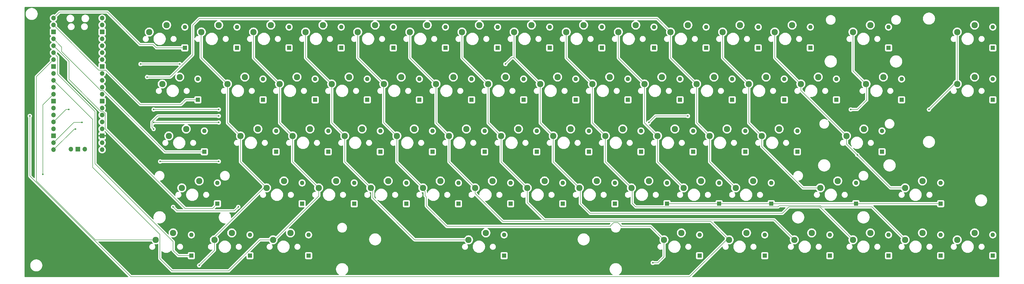
<source format=gbr>
%TF.GenerationSoftware,KiCad,Pcbnew,9.0.0*%
%TF.CreationDate,2025-03-16T11:43:05-04:00*%
%TF.ProjectId,big-board,6269672d-626f-4617-9264-2e6b69636164,rev?*%
%TF.SameCoordinates,Original*%
%TF.FileFunction,Copper,L2,Bot*%
%TF.FilePolarity,Positive*%
%FSLAX46Y46*%
G04 Gerber Fmt 4.6, Leading zero omitted, Abs format (unit mm)*
G04 Created by KiCad (PCBNEW 9.0.0) date 2025-03-16 11:43:05*
%MOMM*%
%LPD*%
G01*
G04 APERTURE LIST*
%TA.AperFunction,ComponentPad*%
%ADD10C,2.300000*%
%TD*%
%TA.AperFunction,ComponentPad*%
%ADD11O,1.700000X1.700000*%
%TD*%
%TA.AperFunction,ComponentPad*%
%ADD12R,1.700000X1.700000*%
%TD*%
%TA.AperFunction,ComponentPad*%
%ADD13R,1.600000X1.600000*%
%TD*%
%TA.AperFunction,ComponentPad*%
%ADD14O,1.600000X1.600000*%
%TD*%
%TA.AperFunction,ViaPad*%
%ADD15C,0.600000*%
%TD*%
%TA.AperFunction,Conductor*%
%ADD16C,0.200000*%
%TD*%
G04 APERTURE END LIST*
D10*
%TO.P,SW34,1,1*%
%TO.N,COL3*%
X141287500Y-154940000D03*
%TO.P,SW34,2,2*%
%TO.N,Net-(D34-A)*%
X147637500Y-152400000D03*
%TD*%
%TO.P,SW14,1,1*%
%TO.N,COL13*%
X327025000Y-116840000D03*
%TO.P,SW14,2,2*%
%TO.N,Net-(D14-A)*%
X333375000Y-114300000D03*
%TD*%
%TO.P,SW29,1,1*%
%TO.N,COL13*%
X331787500Y-135890000D03*
%TO.P,SW29,2,2*%
%TO.N,Net-(D29-A)*%
X338137500Y-133350000D03*
%TD*%
%TO.P,SW36,1,1*%
%TO.N,COL5*%
X179387500Y-154940000D03*
%TO.P,SW36,2,2*%
%TO.N,Net-(D36-A)*%
X185737500Y-152400000D03*
%TD*%
%TO.P,SW55,1,1*%
%TO.N,COL11*%
X315118750Y-173990000D03*
%TO.P,SW55,2,2*%
%TO.N,Net-(D55-A)*%
X321468750Y-171450000D03*
%TD*%
%TO.P,SW4,1,1*%
%TO.N,COL3*%
X127000000Y-116840000D03*
%TO.P,SW4,2,2*%
%TO.N,Net-(D4-A)*%
X133350000Y-114300000D03*
%TD*%
%TO.P,SW42,1,1*%
%TO.N,COL11*%
X293687500Y-154940000D03*
%TO.P,SW42,2,2*%
%TO.N,Net-(D42-A)*%
X300037500Y-152400000D03*
%TD*%
%TO.P,SW20,1,1*%
%TO.N,COL4*%
X155575000Y-135890000D03*
%TO.P,SW20,2,2*%
%TO.N,Net-(D20-A)*%
X161925000Y-133350000D03*
%TD*%
%TO.P,SW18,1,1*%
%TO.N,COL2*%
X117475000Y-135890000D03*
%TO.P,SW18,2,2*%
%TO.N,Net-(D18-A)*%
X123825000Y-133350000D03*
%TD*%
%TO.P,SW40,1,1*%
%TO.N,COL9*%
X255587500Y-154940000D03*
%TO.P,SW40,2,2*%
%TO.N,Net-(D40-A)*%
X261937500Y-152400000D03*
%TD*%
%TO.P,SW64,1,1*%
%TO.N,COL7*%
X327025000Y-193040000D03*
%TO.P,SW64,2,2*%
%TO.N,Net-(D64-A)*%
X333375000Y-190500000D03*
%TD*%
%TO.P,SW37,1,1*%
%TO.N,COL6*%
X198437500Y-154940000D03*
%TO.P,SW37,2,2*%
%TO.N,Net-(D37-A)*%
X204787500Y-152400000D03*
%TD*%
%TO.P,SW17,1,1*%
%TO.N,COL1*%
X98425000Y-135890000D03*
%TO.P,SW17,2,2*%
%TO.N,Net-(D17-A)*%
X104775000Y-133350000D03*
%TD*%
%TO.P,SW1,1,1*%
%TO.N,COL0*%
X69850000Y-116840000D03*
%TO.P,SW1,2,2*%
%TO.N,Net-(D2-A)*%
X76200000Y-114300000D03*
%TD*%
%TO.P,SW12,1,1*%
%TO.N,COL11*%
X279400000Y-116840000D03*
%TO.P,SW12,2,2*%
%TO.N,Net-(D12-A)*%
X285750000Y-114300000D03*
%TD*%
%TO.P,SW38,1,1*%
%TO.N,COL7*%
X217487500Y-154940000D03*
%TO.P,SW38,2,2*%
%TO.N,Net-(D38-A)*%
X223837500Y-152400000D03*
%TD*%
%TO.P,SW43,1,1*%
%TO.N,COL12*%
X324643750Y-154940000D03*
%TO.P,SW43,2,2*%
%TO.N,Net-(D43-A)*%
X330993750Y-152400000D03*
%TD*%
%TO.P,SW5,1,1*%
%TO.N,COL4*%
X146050000Y-116840000D03*
%TO.P,SW5,2,2*%
%TO.N,Net-(D5-A)*%
X152400000Y-114300000D03*
%TD*%
%TO.P,SW45,1,1*%
%TO.N,COL1*%
X112712500Y-173990000D03*
%TO.P,SW45,2,2*%
%TO.N,Net-(D45-A)*%
X119062500Y-171450000D03*
%TD*%
%TO.P,SW54,1,1*%
%TO.N,COL10*%
X284162500Y-173990000D03*
%TO.P,SW54,2,2*%
%TO.N,Net-(D54-A)*%
X290512500Y-171450000D03*
%TD*%
%TO.P,SW32,1,1*%
%TO.N,COL1*%
X103187500Y-154940000D03*
%TO.P,SW32,2,2*%
%TO.N,Net-(D32-A)*%
X109537500Y-152400000D03*
%TD*%
%TO.P,SW25,1,1*%
%TO.N,COL9*%
X250825000Y-135890000D03*
%TO.P,SW25,2,2*%
%TO.N,Net-(D25-A)*%
X257175000Y-133350000D03*
%TD*%
%TO.P,SW10,1,1*%
%TO.N,COL9*%
X241300000Y-116840000D03*
%TO.P,SW10,2,2*%
%TO.N,Net-(D10-A)*%
X247650000Y-114300000D03*
%TD*%
%TO.P,SW8,1,1*%
%TO.N,COL7*%
X203200000Y-116840000D03*
%TO.P,SW8,2,2*%
%TO.N,Net-(D8-A)*%
X209550000Y-114300000D03*
%TD*%
%TO.P,SW21,1,1*%
%TO.N,COL5*%
X174625000Y-135890000D03*
%TO.P,SW21,2,2*%
%TO.N,Net-(D21-A)*%
X180975000Y-133350000D03*
%TD*%
%TO.P,SW39,1,1*%
%TO.N,COL8*%
X236537500Y-154940000D03*
%TO.P,SW39,2,2*%
%TO.N,Net-(D39-A)*%
X242887500Y-152400000D03*
%TD*%
%TO.P,SW46,1,1*%
%TO.N,COL2*%
X131762500Y-173990000D03*
%TO.P,SW46,2,2*%
%TO.N,Net-(D46-A)*%
X138112500Y-171450000D03*
%TD*%
%TO.P,SW58,1,1*%
%TO.N,COL1*%
X93662500Y-193040000D03*
%TO.P,SW58,2,2*%
%TO.N,Net-(D58-A)*%
X100012500Y-190500000D03*
%TD*%
%TO.P,SW13,1,1*%
%TO.N,COL12*%
X298450000Y-116840000D03*
%TO.P,SW13,2,2*%
%TO.N,Net-(D13-A)*%
X304800000Y-114300000D03*
%TD*%
%TO.P,SW11,1,1*%
%TO.N,COL10*%
X260350000Y-116840000D03*
%TO.P,SW11,2,2*%
%TO.N,Net-(D11-A)*%
X266700000Y-114300000D03*
%TD*%
%TO.P,SW47,1,1*%
%TO.N,COL3*%
X150812500Y-173990000D03*
%TO.P,SW47,2,2*%
%TO.N,Net-(D47-A)*%
X157162500Y-171450000D03*
%TD*%
%TO.P,SW53,1,1*%
%TO.N,COL9*%
X265112500Y-173990000D03*
%TO.P,SW53,2,2*%
%TO.N,Net-(D53-A)*%
X271462500Y-171450000D03*
%TD*%
%TO.P,SW66,1,1*%
%TO.N,COL9*%
X365125000Y-193040000D03*
%TO.P,SW66,2,2*%
%TO.N,Net-(D66-A)*%
X371475000Y-190500000D03*
%TD*%
%TO.P,SW27,1,1*%
%TO.N,COL11*%
X288925000Y-135890000D03*
%TO.P,SW27,2,2*%
%TO.N,Net-(D27-A)*%
X295275000Y-133350000D03*
%TD*%
%TO.P,SW50,1,1*%
%TO.N,COL6*%
X207962500Y-173990000D03*
%TO.P,SW50,2,2*%
%TO.N,Net-(D50-A)*%
X214312500Y-171450000D03*
%TD*%
%TO.P,SW26,1,1*%
%TO.N,COL10*%
X269875000Y-135890000D03*
%TO.P,SW26,2,2*%
%TO.N,Net-(D26-A)*%
X276225000Y-133350000D03*
%TD*%
%TO.P,SW62,1,1*%
%TO.N,COL5*%
X281781250Y-193040000D03*
%TO.P,SW62,2,2*%
%TO.N,Net-(D62-A)*%
X288131250Y-190500000D03*
%TD*%
%TO.P,SW35,1,1*%
%TO.N,COL4*%
X160337500Y-154940000D03*
%TO.P,SW35,2,2*%
%TO.N,Net-(D35-A)*%
X166687500Y-152400000D03*
%TD*%
%TO.P,SW24,1,1*%
%TO.N,COL8*%
X231775000Y-135890000D03*
%TO.P,SW24,2,2*%
%TO.N,Net-(D24-A)*%
X238125000Y-133350000D03*
%TD*%
%TO.P,SW28,1,1*%
%TO.N,COL12*%
X307975000Y-135890000D03*
%TO.P,SW28,2,2*%
%TO.N,Net-(D28-A)*%
X314325000Y-133350000D03*
%TD*%
%TO.P,SW57,1,1*%
%TO.N,COL0*%
X72231250Y-193040000D03*
%TO.P,SW57,2,2*%
%TO.N,Net-(D57-A)*%
X78581250Y-190500000D03*
%TD*%
%TO.P,SW33,1,1*%
%TO.N,COL2*%
X122237500Y-154940000D03*
%TO.P,SW33,2,2*%
%TO.N,Net-(D33-A)*%
X128587500Y-152400000D03*
%TD*%
%TO.P,SW7,1,1*%
%TO.N,COL6*%
X184150000Y-116840000D03*
%TO.P,SW7,2,2*%
%TO.N,Net-(D7-A)*%
X190500000Y-114300000D03*
%TD*%
%TO.P,SW2,1,1*%
%TO.N,COL1*%
X88900000Y-116840000D03*
%TO.P,SW2,2,2*%
%TO.N,Net-(D1-A)*%
X95250000Y-114300000D03*
%TD*%
%TO.P,SW65,1,1*%
%TO.N,COL8*%
X346075000Y-193040000D03*
%TO.P,SW65,2,2*%
%TO.N,Net-(D65-A)*%
X352425000Y-190500000D03*
%TD*%
%TO.P,SW63,1,1*%
%TO.N,COL6*%
X305593750Y-193040000D03*
%TO.P,SW63,2,2*%
%TO.N,Net-(D63-A)*%
X311943750Y-190500000D03*
%TD*%
%TO.P,SW44,1,1*%
%TO.N,COL0*%
X81756250Y-173990000D03*
%TO.P,SW44,2,2*%
%TO.N,Net-(D44-A)*%
X88106250Y-171450000D03*
%TD*%
%TO.P,SW22,1,1*%
%TO.N,COL6*%
X193675000Y-135890000D03*
%TO.P,SW22,2,2*%
%TO.N,Net-(D22-A)*%
X200025000Y-133350000D03*
%TD*%
%TO.P,SW52,1,1*%
%TO.N,COL8*%
X246062500Y-173990000D03*
%TO.P,SW52,2,2*%
%TO.N,Net-(D52-A)*%
X252412500Y-171450000D03*
%TD*%
%TO.P,SW3,1,1*%
%TO.N,COL2*%
X107950000Y-116840000D03*
%TO.P,SW3,2,2*%
%TO.N,Net-(D3-A)*%
X114300000Y-114300000D03*
%TD*%
%TO.P,SW19,1,1*%
%TO.N,COL3*%
X136525000Y-135890000D03*
%TO.P,SW19,2,2*%
%TO.N,Net-(D19-A)*%
X142875000Y-133350000D03*
%TD*%
%TO.P,SW56,1,1*%
%TO.N,COL12*%
X346075000Y-173990000D03*
%TO.P,SW56,2,2*%
%TO.N,Net-(D56-A)*%
X352425000Y-171450000D03*
%TD*%
%TO.P,SW51,1,1*%
%TO.N,COL7*%
X227012500Y-173990000D03*
%TO.P,SW51,2,2*%
%TO.N,Net-(D51-A)*%
X233362500Y-171450000D03*
%TD*%
%TO.P,SW31,1,1*%
%TO.N,COL0*%
X76993750Y-154940000D03*
%TO.P,SW31,2,2*%
%TO.N,Net-(D31-A)*%
X83343750Y-152400000D03*
%TD*%
%TO.P,SW9,1,1*%
%TO.N,COL8*%
X222250000Y-116840000D03*
%TO.P,SW9,2,2*%
%TO.N,Net-(D9-A)*%
X228600000Y-114300000D03*
%TD*%
%TO.P,SW15,1,1*%
%TO.N,COL14*%
X365125000Y-116840000D03*
%TO.P,SW15,2,2*%
%TO.N,Net-(D15-A)*%
X371475000Y-114300000D03*
%TD*%
%TO.P,SW61,1,1*%
%TO.N,COL4*%
X257968750Y-193040000D03*
%TO.P,SW61,2,2*%
%TO.N,Net-(D61-A)*%
X264318750Y-190500000D03*
%TD*%
%TO.P,SW49,1,1*%
%TO.N,COL5*%
X188912500Y-173990000D03*
%TO.P,SW49,2,2*%
%TO.N,Net-(D49-A)*%
X195262500Y-171450000D03*
%TD*%
%TO.P,SW60,1,1*%
%TO.N,COL3*%
X186531250Y-193040000D03*
%TO.P,SW60,2,2*%
%TO.N,Net-(D60-A)*%
X192881250Y-190500000D03*
%TD*%
D11*
%TO.P,U1,1,GPIO0*%
%TO.N,ROW0*%
X34850000Y-111740000D03*
%TO.P,U1,2,GPIO1*%
%TO.N,ROW1*%
X34850000Y-114280000D03*
D12*
%TO.P,U1,3,GND*%
%TO.N,unconnected-(U1-GND-Pad3)*%
X34850000Y-116820000D03*
D11*
%TO.P,U1,4,GPIO2*%
%TO.N,ROW2*%
X34850000Y-119360000D03*
%TO.P,U1,5,GPIO3*%
%TO.N,ROW3*%
X34850000Y-121900000D03*
%TO.P,U1,6,GPIO4*%
%TO.N,ROW4*%
X34850000Y-124440000D03*
%TO.P,U1,7,GPIO5*%
%TO.N,COL0*%
X34850000Y-126980000D03*
D12*
%TO.P,U1,8,GND*%
%TO.N,unconnected-(U1-GND-Pad8)*%
X34850000Y-129520000D03*
D11*
%TO.P,U1,9,GPIO6*%
%TO.N,COL1*%
X34850000Y-132060000D03*
%TO.P,U1,10,GPIO7*%
%TO.N,COL2*%
X34850000Y-134600000D03*
%TO.P,U1,11,GPIO8*%
%TO.N,COL3*%
X34850000Y-137140000D03*
%TO.P,U1,12,GPIO9*%
%TO.N,COL4*%
X34850000Y-139680000D03*
D12*
%TO.P,U1,13,GND*%
%TO.N,unconnected-(U1-GND-Pad13)*%
X34850000Y-142220000D03*
D11*
%TO.P,U1,14,GPIO10*%
%TO.N,COL5*%
X34850000Y-144760000D03*
%TO.P,U1,15,GPIO11*%
%TO.N,COL6*%
X34850000Y-147300000D03*
%TO.P,U1,16,GPIO12*%
%TO.N,COL7*%
X34850000Y-149840000D03*
%TO.P,U1,17,GPIO13*%
%TO.N,COL8*%
X34850000Y-152380000D03*
D12*
%TO.P,U1,18,GND*%
%TO.N,unconnected-(U1-GND-Pad18)*%
X34850000Y-154920000D03*
D11*
%TO.P,U1,19,GPIO14*%
%TO.N,COL9*%
X34850000Y-157460000D03*
%TO.P,U1,20,GPIO15*%
%TO.N,COL10*%
X34850000Y-160000000D03*
%TO.P,U1,21,GPIO16*%
%TO.N,COL11*%
X52630000Y-160000000D03*
%TO.P,U1,22,GPIO17*%
%TO.N,COL12*%
X52630000Y-157460000D03*
D12*
%TO.P,U1,23,GND*%
%TO.N,GND*%
X52630000Y-154920000D03*
D11*
%TO.P,U1,24,GPIO18*%
%TO.N,COL13*%
X52630000Y-152380000D03*
%TO.P,U1,25,GPIO19*%
%TO.N,COL14*%
X52630000Y-149840000D03*
%TO.P,U1,26,GPIO20*%
%TO.N,unconnected-(U1-GPIO20-Pad26)*%
X52630000Y-147300000D03*
%TO.P,U1,27,GPIO21*%
%TO.N,unconnected-(U1-GPIO21-Pad27)*%
X52630000Y-144760000D03*
D12*
%TO.P,U1,28,GND*%
%TO.N,unconnected-(U1-GND-Pad28)*%
X52630000Y-142220000D03*
D11*
%TO.P,U1,29,GPIO22*%
%TO.N,unconnected-(U1-GPIO22-Pad29)*%
X52630000Y-139680000D03*
%TO.P,U1,30,RUN*%
%TO.N,unconnected-(U1-RUN-Pad30)*%
X52630000Y-137140000D03*
%TO.P,U1,31,GPIO26_ADC0*%
%TO.N,unconnected-(U1-GPIO26_ADC0-Pad31)*%
X52630000Y-134600000D03*
%TO.P,U1,32,GPIO27_ADC1*%
%TO.N,unconnected-(U1-GPIO27_ADC1-Pad32)*%
X52630000Y-132060000D03*
D12*
%TO.P,U1,33,AGND*%
%TO.N,unconnected-(U1-AGND-Pad33)*%
X52630000Y-129520000D03*
D11*
%TO.P,U1,34,GPIO28_ADC2*%
%TO.N,unconnected-(U1-GPIO28_ADC2-Pad34)*%
X52630000Y-126980000D03*
%TO.P,U1,35,ADC_VREF*%
%TO.N,unconnected-(U1-ADC_VREF-Pad35)*%
X52630000Y-124440000D03*
%TO.P,U1,36,3V3*%
%TO.N,+3V3*%
X52630000Y-121900000D03*
%TO.P,U1,37,3V3_EN*%
%TO.N,unconnected-(U1-3V3_EN-Pad37)*%
X52630000Y-119360000D03*
D12*
%TO.P,U1,38,GND*%
%TO.N,unconnected-(U1-GND-Pad38)*%
X52630000Y-116820000D03*
D11*
%TO.P,U1,39,VSYS*%
%TO.N,unconnected-(U1-VSYS-Pad39)*%
X52630000Y-114280000D03*
%TO.P,U1,40,VBUS*%
%TO.N,+5V*%
X52630000Y-111740000D03*
%TO.P,U1,41,SWCLK*%
%TO.N,unconnected-(U1-SWCLK-Pad41)*%
X41200000Y-159770000D03*
D12*
%TO.P,U1,42,GND*%
%TO.N,unconnected-(U1-GND-Pad42)*%
X43740000Y-159770000D03*
D11*
%TO.P,U1,43,SWDIO*%
%TO.N,unconnected-(U1-SWDIO-Pad43)*%
X46280000Y-159770000D03*
%TD*%
D10*
%TO.P,SW59,1,1*%
%TO.N,COL2*%
X115093750Y-193040000D03*
%TO.P,SW59,2,2*%
%TO.N,Net-(D59-A)*%
X121443750Y-190500000D03*
%TD*%
%TO.P,SW48,1,1*%
%TO.N,COL4*%
X169862500Y-173990000D03*
%TO.P,SW48,2,2*%
%TO.N,Net-(D48-A)*%
X176212500Y-171450000D03*
%TD*%
%TO.P,SW30,1,1*%
%TO.N,COL14*%
X365125000Y-135890000D03*
%TO.P,SW30,2,2*%
%TO.N,Net-(D30-A)*%
X371475000Y-133350000D03*
%TD*%
%TO.P,SW6,1,1*%
%TO.N,COL5*%
X165100000Y-116840000D03*
%TO.P,SW6,2,2*%
%TO.N,Net-(D6-A)*%
X171450000Y-114300000D03*
%TD*%
%TO.P,SW41,1,1*%
%TO.N,COL10*%
X274637500Y-154940000D03*
%TO.P,SW41,2,2*%
%TO.N,Net-(D41-A)*%
X280987500Y-152400000D03*
%TD*%
%TO.P,SW16,1,1*%
%TO.N,COL0*%
X74612500Y-135890000D03*
%TO.P,SW16,2,2*%
%TO.N,Net-(D16-A)*%
X80962500Y-133350000D03*
%TD*%
%TO.P,SW23,1,1*%
%TO.N,COL7*%
X212725000Y-135890000D03*
%TO.P,SW23,2,2*%
%TO.N,Net-(D23-A)*%
X219075000Y-133350000D03*
%TD*%
D13*
%TO.P,D47,1,K*%
%TO.N,ROW3*%
X163812500Y-179800000D03*
D14*
%TO.P,D47,2,A*%
%TO.N,Net-(D47-A)*%
X163812500Y-172180000D03*
%TD*%
D13*
%TO.P,D27,1,K*%
%TO.N,ROW1*%
X301925000Y-141700000D03*
D14*
%TO.P,D27,2,A*%
%TO.N,Net-(D27-A)*%
X301925000Y-134080000D03*
%TD*%
D13*
%TO.P,D37,1,K*%
%TO.N,ROW2*%
X211437500Y-160750000D03*
D14*
%TO.P,D37,2,A*%
%TO.N,Net-(D37-A)*%
X211437500Y-153130000D03*
%TD*%
D13*
%TO.P,D2,1,K*%
%TO.N,ROW0*%
X82850000Y-122650000D03*
D14*
%TO.P,D2,2,A*%
%TO.N,Net-(D2-A)*%
X82850000Y-115030000D03*
%TD*%
D13*
%TO.P,D54,1,K*%
%TO.N,ROW3*%
X297162500Y-179800000D03*
D14*
%TO.P,D54,2,A*%
%TO.N,Net-(D54-A)*%
X297162500Y-172180000D03*
%TD*%
D13*
%TO.P,D1,1,K*%
%TO.N,ROW0*%
X101900000Y-122650000D03*
D14*
%TO.P,D1,2,A*%
%TO.N,Net-(D1-A)*%
X101900000Y-115030000D03*
%TD*%
D13*
%TO.P,D13,1,K*%
%TO.N,ROW0*%
X311450000Y-122650000D03*
D14*
%TO.P,D13,2,A*%
%TO.N,Net-(D13-A)*%
X311450000Y-115030000D03*
%TD*%
D13*
%TO.P,D12,1,K*%
%TO.N,ROW0*%
X292400000Y-122650000D03*
D14*
%TO.P,D12,2,A*%
%TO.N,Net-(D12-A)*%
X292400000Y-115030000D03*
%TD*%
D13*
%TO.P,D6,1,K*%
%TO.N,ROW0*%
X178100000Y-122650000D03*
D14*
%TO.P,D6,2,A*%
%TO.N,Net-(D6-A)*%
X178100000Y-115030000D03*
%TD*%
D13*
%TO.P,D55,1,K*%
%TO.N,ROW3*%
X328118750Y-179800000D03*
D14*
%TO.P,D55,2,A*%
%TO.N,Net-(D55-A)*%
X328118750Y-172180000D03*
%TD*%
D13*
%TO.P,D56,1,K*%
%TO.N,ROW3*%
X359075000Y-179800000D03*
D14*
%TO.P,D56,2,A*%
%TO.N,Net-(D56-A)*%
X359075000Y-172180000D03*
%TD*%
D13*
%TO.P,D16,1,K*%
%TO.N,ROW1*%
X87612500Y-141700000D03*
D14*
%TO.P,D16,2,A*%
%TO.N,Net-(D16-A)*%
X87612500Y-134080000D03*
%TD*%
D13*
%TO.P,D5,1,K*%
%TO.N,ROW0*%
X159050000Y-122650000D03*
D14*
%TO.P,D5,2,A*%
%TO.N,Net-(D5-A)*%
X159050000Y-115030000D03*
%TD*%
D13*
%TO.P,D19,1,K*%
%TO.N,ROW1*%
X149525000Y-141700000D03*
D14*
%TO.P,D19,2,A*%
%TO.N,Net-(D19-A)*%
X149525000Y-134080000D03*
%TD*%
D13*
%TO.P,D38,1,K*%
%TO.N,ROW2*%
X230487500Y-160750000D03*
D14*
%TO.P,D38,2,A*%
%TO.N,Net-(D38-A)*%
X230487500Y-153130000D03*
%TD*%
D13*
%TO.P,D49,1,K*%
%TO.N,ROW3*%
X201912500Y-179800000D03*
D14*
%TO.P,D49,2,A*%
%TO.N,Net-(D49-A)*%
X201912500Y-172180000D03*
%TD*%
D13*
%TO.P,D31,1,K*%
%TO.N,ROW2*%
X89993750Y-160750000D03*
D14*
%TO.P,D31,2,A*%
%TO.N,Net-(D31-A)*%
X89993750Y-153130000D03*
%TD*%
D13*
%TO.P,D9,1,K*%
%TO.N,ROW0*%
X235250000Y-122650000D03*
D14*
%TO.P,D9,2,A*%
%TO.N,Net-(D9-A)*%
X235250000Y-115030000D03*
%TD*%
D13*
%TO.P,D50,1,K*%
%TO.N,ROW3*%
X220962500Y-179800000D03*
D14*
%TO.P,D50,2,A*%
%TO.N,Net-(D50-A)*%
X220962500Y-172180000D03*
%TD*%
D13*
%TO.P,D24,1,K*%
%TO.N,ROW1*%
X244775000Y-141700000D03*
D14*
%TO.P,D24,2,A*%
%TO.N,Net-(D24-A)*%
X244775000Y-134080000D03*
%TD*%
D13*
%TO.P,D25,1,K*%
%TO.N,ROW1*%
X263825000Y-141700000D03*
D14*
%TO.P,D25,2,A*%
%TO.N,Net-(D25-A)*%
X263825000Y-134080000D03*
%TD*%
D13*
%TO.P,D21,1,K*%
%TO.N,ROW1*%
X187625000Y-141700000D03*
D14*
%TO.P,D21,2,A*%
%TO.N,Net-(D21-A)*%
X187625000Y-134080000D03*
%TD*%
D13*
%TO.P,D61,1,K*%
%TO.N,ROW4*%
X270968750Y-198850000D03*
D14*
%TO.P,D61,2,A*%
%TO.N,Net-(D61-A)*%
X270968750Y-191230000D03*
%TD*%
D13*
%TO.P,D51,1,K*%
%TO.N,ROW3*%
X240012500Y-179800000D03*
D14*
%TO.P,D51,2,A*%
%TO.N,Net-(D51-A)*%
X240012500Y-172180000D03*
%TD*%
D13*
%TO.P,D52,1,K*%
%TO.N,ROW3*%
X259062500Y-179800000D03*
D14*
%TO.P,D52,2,A*%
%TO.N,Net-(D52-A)*%
X259062500Y-172180000D03*
%TD*%
D13*
%TO.P,D3,1,K*%
%TO.N,ROW0*%
X120950000Y-122650000D03*
D14*
%TO.P,D3,2,A*%
%TO.N,Net-(D3-A)*%
X120950000Y-115030000D03*
%TD*%
D13*
%TO.P,D39,1,K*%
%TO.N,ROW2*%
X249537500Y-160750000D03*
D14*
%TO.P,D39,2,A*%
%TO.N,Net-(D39-A)*%
X249537500Y-153130000D03*
%TD*%
D13*
%TO.P,D63,1,K*%
%TO.N,ROW4*%
X318593750Y-198850000D03*
D14*
%TO.P,D63,2,A*%
%TO.N,Net-(D63-A)*%
X318593750Y-191230000D03*
%TD*%
D13*
%TO.P,D59,1,K*%
%TO.N,ROW4*%
X128093750Y-198850000D03*
D14*
%TO.P,D59,2,A*%
%TO.N,Net-(D59-A)*%
X128093750Y-191230000D03*
%TD*%
D13*
%TO.P,D17,1,K*%
%TO.N,ROW1*%
X111425000Y-141700000D03*
D14*
%TO.P,D17,2,A*%
%TO.N,Net-(D17-A)*%
X111425000Y-134080000D03*
%TD*%
D13*
%TO.P,D33,1,K*%
%TO.N,ROW2*%
X135237500Y-160750000D03*
D14*
%TO.P,D33,2,A*%
%TO.N,Net-(D33-A)*%
X135237500Y-153130000D03*
%TD*%
D13*
%TO.P,D58,1,K*%
%TO.N,ROW4*%
X106662500Y-198850000D03*
D14*
%TO.P,D58,2,A*%
%TO.N,Net-(D58-A)*%
X106662500Y-191230000D03*
%TD*%
D13*
%TO.P,D7,1,K*%
%TO.N,ROW0*%
X197150000Y-122650000D03*
D14*
%TO.P,D7,2,A*%
%TO.N,Net-(D7-A)*%
X197150000Y-115030000D03*
%TD*%
D13*
%TO.P,D26,1,K*%
%TO.N,ROW1*%
X282875000Y-141700000D03*
D14*
%TO.P,D26,2,A*%
%TO.N,Net-(D26-A)*%
X282875000Y-134080000D03*
%TD*%
D13*
%TO.P,D20,1,K*%
%TO.N,ROW1*%
X168575000Y-141700000D03*
D14*
%TO.P,D20,2,A*%
%TO.N,Net-(D20-A)*%
X168575000Y-134080000D03*
%TD*%
D13*
%TO.P,D15,1,K*%
%TO.N,ROW0*%
X378125000Y-122650000D03*
D14*
%TO.P,D15,2,A*%
%TO.N,Net-(D15-A)*%
X378125000Y-115030000D03*
%TD*%
D13*
%TO.P,D4,1,K*%
%TO.N,ROW0*%
X140000000Y-122650000D03*
D14*
%TO.P,D4,2,A*%
%TO.N,Net-(D4-A)*%
X140000000Y-115030000D03*
%TD*%
D13*
%TO.P,D65,1,K*%
%TO.N,ROW4*%
X359075000Y-198850000D03*
D14*
%TO.P,D65,2,A*%
%TO.N,Net-(D65-A)*%
X359075000Y-191230000D03*
%TD*%
D13*
%TO.P,D8,1,K*%
%TO.N,ROW0*%
X216200000Y-122650000D03*
D14*
%TO.P,D8,2,A*%
%TO.N,Net-(D8-A)*%
X216200000Y-115030000D03*
%TD*%
D13*
%TO.P,D14,1,K*%
%TO.N,ROW0*%
X340025000Y-122650000D03*
D14*
%TO.P,D14,2,A*%
%TO.N,Net-(D14-A)*%
X340025000Y-115030000D03*
%TD*%
D13*
%TO.P,D62,1,K*%
%TO.N,ROW4*%
X294781250Y-198850000D03*
D14*
%TO.P,D62,2,A*%
%TO.N,Net-(D62-A)*%
X294781250Y-191230000D03*
%TD*%
D13*
%TO.P,D30,1,K*%
%TO.N,ROW1*%
X378125000Y-141700000D03*
D14*
%TO.P,D30,2,A*%
%TO.N,Net-(D30-A)*%
X378125000Y-134080000D03*
%TD*%
D13*
%TO.P,D36,1,K*%
%TO.N,ROW2*%
X192387500Y-160750000D03*
D14*
%TO.P,D36,2,A*%
%TO.N,Net-(D36-A)*%
X192387500Y-153130000D03*
%TD*%
D13*
%TO.P,D35,1,K*%
%TO.N,ROW2*%
X173337500Y-160750000D03*
D14*
%TO.P,D35,2,A*%
%TO.N,Net-(D35-A)*%
X173337500Y-153130000D03*
%TD*%
D13*
%TO.P,D34,1,K*%
%TO.N,ROW2*%
X154287500Y-160750000D03*
D14*
%TO.P,D34,2,A*%
%TO.N,Net-(D34-A)*%
X154287500Y-153130000D03*
%TD*%
D13*
%TO.P,D43,1,K*%
%TO.N,ROW2*%
X337643750Y-160750000D03*
D14*
%TO.P,D43,2,A*%
%TO.N,Net-(D43-A)*%
X337643750Y-153130000D03*
%TD*%
D13*
%TO.P,D48,1,K*%
%TO.N,ROW3*%
X182862500Y-179800000D03*
D14*
%TO.P,D48,2,A*%
%TO.N,Net-(D48-A)*%
X182862500Y-172180000D03*
%TD*%
D13*
%TO.P,D57,1,K*%
%TO.N,ROW4*%
X85231250Y-198850000D03*
D14*
%TO.P,D57,2,A*%
%TO.N,Net-(D57-A)*%
X85231250Y-191230000D03*
%TD*%
D13*
%TO.P,D66,1,K*%
%TO.N,ROW4*%
X378125000Y-198850000D03*
D14*
%TO.P,D66,2,A*%
%TO.N,Net-(D66-A)*%
X378125000Y-191230000D03*
%TD*%
D13*
%TO.P,D40,1,K*%
%TO.N,ROW2*%
X268587500Y-160750000D03*
D14*
%TO.P,D40,2,A*%
%TO.N,Net-(D40-A)*%
X268587500Y-153130000D03*
%TD*%
D13*
%TO.P,D44,1,K*%
%TO.N,ROW3*%
X94756250Y-179800000D03*
D14*
%TO.P,D44,2,A*%
%TO.N,Net-(D44-A)*%
X94756250Y-172180000D03*
%TD*%
D13*
%TO.P,D41,1,K*%
%TO.N,ROW2*%
X287637500Y-160750000D03*
D14*
%TO.P,D41,2,A*%
%TO.N,Net-(D41-A)*%
X287637500Y-153130000D03*
%TD*%
D13*
%TO.P,D32,1,K*%
%TO.N,ROW2*%
X116187500Y-160750000D03*
D14*
%TO.P,D32,2,A*%
%TO.N,Net-(D32-A)*%
X116187500Y-153130000D03*
%TD*%
D13*
%TO.P,D11,1,K*%
%TO.N,ROW0*%
X273350000Y-122650000D03*
D14*
%TO.P,D11,2,A*%
%TO.N,Net-(D11-A)*%
X273350000Y-115030000D03*
%TD*%
D13*
%TO.P,D29,1,K*%
%TO.N,ROW1*%
X344787500Y-141700000D03*
D14*
%TO.P,D29,2,A*%
%TO.N,Net-(D29-A)*%
X344787500Y-134080000D03*
%TD*%
D13*
%TO.P,D22,1,K*%
%TO.N,ROW1*%
X206675000Y-141700000D03*
D14*
%TO.P,D22,2,A*%
%TO.N,Net-(D22-A)*%
X206675000Y-134080000D03*
%TD*%
D13*
%TO.P,D23,1,K*%
%TO.N,ROW1*%
X225725000Y-141700000D03*
D14*
%TO.P,D23,2,A*%
%TO.N,Net-(D23-A)*%
X225725000Y-134080000D03*
%TD*%
D13*
%TO.P,D42,1,K*%
%TO.N,ROW2*%
X306687500Y-160750000D03*
D14*
%TO.P,D42,2,A*%
%TO.N,Net-(D42-A)*%
X306687500Y-153130000D03*
%TD*%
D13*
%TO.P,D64,1,K*%
%TO.N,ROW4*%
X340025000Y-198850000D03*
D14*
%TO.P,D64,2,A*%
%TO.N,Net-(D64-A)*%
X340025000Y-191230000D03*
%TD*%
D13*
%TO.P,D10,1,K*%
%TO.N,ROW0*%
X254300000Y-122650000D03*
D14*
%TO.P,D10,2,A*%
%TO.N,Net-(D10-A)*%
X254300000Y-115030000D03*
%TD*%
D13*
%TO.P,D18,1,K*%
%TO.N,ROW1*%
X130475000Y-141700000D03*
D14*
%TO.P,D18,2,A*%
%TO.N,Net-(D18-A)*%
X130475000Y-134080000D03*
%TD*%
D13*
%TO.P,D53,1,K*%
%TO.N,ROW3*%
X278112500Y-179800000D03*
D14*
%TO.P,D53,2,A*%
%TO.N,Net-(D53-A)*%
X278112500Y-172180000D03*
%TD*%
D13*
%TO.P,D45,1,K*%
%TO.N,ROW3*%
X125712500Y-179800000D03*
D14*
%TO.P,D45,2,A*%
%TO.N,Net-(D45-A)*%
X125712500Y-172180000D03*
%TD*%
D13*
%TO.P,D46,1,K*%
%TO.N,ROW3*%
X144762500Y-179800000D03*
D14*
%TO.P,D46,2,A*%
%TO.N,Net-(D46-A)*%
X144762500Y-172180000D03*
%TD*%
D13*
%TO.P,D60,1,K*%
%TO.N,ROW4*%
X199531250Y-198850000D03*
D14*
%TO.P,D60,2,A*%
%TO.N,Net-(D60-A)*%
X199531250Y-191230000D03*
%TD*%
D13*
%TO.P,D28,1,K*%
%TO.N,ROW1*%
X320975000Y-141700000D03*
D14*
%TO.P,D28,2,A*%
%TO.N,Net-(D28-A)*%
X320975000Y-134080000D03*
%TD*%
D15*
%TO.N,COL1*%
X88106250Y-202406250D03*
%TO.N,COL4*%
X253877600Y-201490100D03*
X30956250Y-169068750D03*
%TO.N,COL5*%
X26193750Y-147637500D03*
%TO.N,COL7*%
X80962500Y-128587500D03*
X200025000Y-128587500D03*
X66675000Y-128587500D03*
X40481250Y-145256250D03*
%TO.N,COL9*%
X45243750Y-150018750D03*
X71437500Y-145256250D03*
X95250000Y-145256250D03*
%TO.N,COL10*%
X69056250Y-133350000D03*
X42862500Y-152400000D03*
%TO.N,COL11*%
X78581250Y-180975000D03*
X102393750Y-180975000D03*
%TO.N,COL12*%
X95250000Y-164306250D03*
X73818750Y-164306250D03*
X328612500Y-161925000D03*
%TO.N,COL13*%
X95250000Y-147637500D03*
X71437500Y-152400000D03*
X326231250Y-145256250D03*
%TO.N,COL14*%
X95250000Y-150018750D03*
X71437500Y-150018750D03*
X252412500Y-150018750D03*
X354806250Y-145256250D03*
X266700000Y-147637500D03*
%TD*%
D16*
%TO.N,ROW0*%
X71300000Y-121470000D02*
X66480000Y-121470000D01*
X72480000Y-122650000D02*
X71300000Y-121470000D01*
X82850000Y-122650000D02*
X72480000Y-122650000D01*
X66480000Y-121470000D02*
X54547500Y-109537500D01*
X54547500Y-109537500D02*
X37052500Y-109537500D01*
X37052500Y-109537500D02*
X34850000Y-111740000D01*
%TO.N,ROW1*%
X81422500Y-143430000D02*
X83152500Y-141700000D01*
X51410000Y-130840000D02*
X34850000Y-114280000D01*
X66540000Y-143430000D02*
X53950000Y-130840000D01*
X53950000Y-130840000D02*
X51410000Y-130840000D01*
X81422500Y-143430000D02*
X66540000Y-143430000D01*
X83152500Y-141700000D02*
X87612500Y-141700000D01*
%TO.N,ROW2*%
X75656346Y-160840000D02*
X53106346Y-138290000D01*
X53106346Y-138290000D02*
X52153654Y-138290000D01*
X89903750Y-160840000D02*
X75656346Y-160840000D01*
X52153654Y-138290000D02*
X37850000Y-123986346D01*
X37850000Y-123986346D02*
X37850000Y-122360000D01*
X89993750Y-160750000D02*
X89903750Y-160840000D01*
X37850000Y-122360000D02*
X34850000Y-119360000D01*
%TO.N,ROW3*%
X82963014Y-181530000D02*
X53780000Y-152346986D01*
X94756250Y-179800000D02*
X93026250Y-181530000D01*
X93026250Y-181530000D02*
X82963014Y-181530000D01*
X53540000Y-146583654D02*
X52866346Y-145910000D01*
X40493984Y-127543984D02*
X34850000Y-121900000D01*
X278112500Y-179800000D02*
X297162500Y-179800000D01*
X297162500Y-179800000D02*
X328118750Y-179800000D01*
X52153654Y-145910000D02*
X40493984Y-134250330D01*
X53780000Y-152346986D02*
X53780000Y-146583654D01*
X53780000Y-146583654D02*
X53540000Y-146583654D01*
X328118750Y-179800000D02*
X359075000Y-179800000D01*
X40493984Y-134250330D02*
X40493984Y-127543984D01*
X259062500Y-179800000D02*
X278112500Y-179800000D01*
X52866346Y-145910000D02*
X52153654Y-145910000D01*
%TO.N,ROW4*%
X85231250Y-198850000D02*
X80791250Y-198850000D01*
X80485615Y-198840000D02*
X78585615Y-196940000D01*
X78585615Y-196940000D02*
X78585615Y-193710635D01*
X50006250Y-165131270D02*
X50006250Y-145996250D01*
X80781250Y-198840000D02*
X80485615Y-198840000D01*
X50006250Y-145996250D02*
X36400000Y-132390000D01*
X36400000Y-132390000D02*
X36400000Y-125990000D01*
X80791250Y-198850000D02*
X80781250Y-198840000D01*
X36400000Y-125990000D02*
X34850000Y-124440000D01*
X78585615Y-193710635D02*
X50006250Y-165131270D01*
%TO.N,COL0*%
X28575000Y-133255000D02*
X28575000Y-171450000D01*
X28575000Y-171450000D02*
X50165000Y-193040000D01*
X50165000Y-193040000D02*
X72231250Y-193040000D01*
X34850000Y-126980000D02*
X28575000Y-133255000D01*
%TO.N,COL1*%
X111760000Y-173990000D02*
X93662500Y-192087500D01*
X98425000Y-135890000D02*
X98425000Y-150177500D01*
X103187500Y-164465000D02*
X112712500Y-173990000D01*
X93662500Y-193040000D02*
X93662500Y-196850000D01*
X88831900Y-126296900D02*
X98425000Y-135890000D01*
X93662500Y-192087500D02*
X93662500Y-193040000D01*
X112712500Y-173990000D02*
X111760000Y-173990000D01*
X98425000Y-150177500D02*
X103187500Y-154940000D01*
X93662500Y-196850000D02*
X88106250Y-202406250D01*
X88900000Y-116840000D02*
X88831900Y-116908100D01*
X88831900Y-116908100D02*
X88831900Y-126296900D01*
X103187500Y-154940000D02*
X103187500Y-164465000D01*
%TO.N,COL2*%
X49139000Y-166516310D02*
X73696350Y-191073660D01*
X73696350Y-199902600D02*
X78245641Y-204451891D01*
X131762500Y-176959743D02*
X115682243Y-193040000D01*
X117475000Y-135890000D02*
X117475000Y-150177500D01*
X107950000Y-126365000D02*
X117475000Y-135890000D01*
X122237500Y-154940000D02*
X122237500Y-164465000D01*
X122237500Y-164465000D02*
X131762500Y-173990000D01*
X49139000Y-148889000D02*
X49139000Y-166516310D01*
X73696350Y-191073660D02*
X73696350Y-199902600D01*
X78245641Y-204451891D02*
X98858609Y-204451891D01*
X115682243Y-193040000D02*
X115093750Y-193040000D01*
X107950000Y-116840000D02*
X107950000Y-126365000D01*
X131762500Y-173990000D02*
X131762500Y-176959743D01*
X110270500Y-193040000D02*
X115093750Y-193040000D01*
X117475000Y-150177500D02*
X122237500Y-154940000D01*
X98858609Y-204451891D02*
X110270500Y-193040000D01*
X34850000Y-134600000D02*
X49139000Y-148889000D01*
%TO.N,COL3*%
X141287500Y-164465000D02*
X150812500Y-173990000D01*
X127000000Y-116840000D02*
X127000000Y-126365000D01*
X151508553Y-174722697D02*
X151526875Y-174704375D01*
X141287500Y-154940000D02*
X141287500Y-164465000D01*
X136525000Y-135890000D02*
X136525000Y-150177500D01*
X136525000Y-150177500D02*
X141287500Y-154940000D01*
X166846250Y-193040000D02*
X151508553Y-177702302D01*
X127000000Y-126365000D02*
X136525000Y-135890000D01*
X186531250Y-193040000D02*
X166846250Y-193040000D01*
X151526875Y-174704375D02*
X150812500Y-173990000D01*
X151508553Y-177702302D02*
X151508553Y-174722697D01*
%TO.N,COL4*%
X169862500Y-174512758D02*
X169862500Y-173990000D01*
X34850000Y-139680000D02*
X30956250Y-143573750D01*
X171112160Y-180637160D02*
X171112160Y-177285849D01*
X160337500Y-164465000D02*
X169862500Y-173990000D01*
X146050000Y-116840000D02*
X146050000Y-126365000D01*
X155506900Y-150109400D02*
X160337500Y-154940000D01*
X160337500Y-154940000D02*
X160337500Y-164465000D01*
X146050000Y-126365000D02*
X155575000Y-135890000D01*
X171112160Y-177285849D02*
X170702532Y-176876221D01*
X238466250Y-187818350D02*
X238466250Y-188118750D01*
X155506900Y-135958100D02*
X155506900Y-150109400D01*
X257968750Y-193040000D02*
X253047500Y-188118750D01*
X30956250Y-143573750D02*
X30956250Y-169068750D01*
X178593750Y-188118750D02*
X171112160Y-180637160D01*
X242216250Y-187818350D02*
X241117900Y-186720000D01*
X242216250Y-188118750D02*
X242216250Y-187818350D01*
X253047500Y-188118750D02*
X242216250Y-188118750D01*
X257968750Y-199231250D02*
X257968750Y-193040000D01*
X170702532Y-176876221D02*
X170702532Y-175352790D01*
X155575000Y-135890000D02*
X155506900Y-135958100D01*
X241117900Y-186720000D02*
X239564600Y-186720000D01*
X255709900Y-201490100D02*
X257968750Y-199231250D01*
X253877600Y-201490100D02*
X255709900Y-201490100D01*
X170702532Y-175352790D02*
X169862500Y-174512758D01*
X238466250Y-188118750D02*
X178593750Y-188118750D01*
X239564600Y-186720000D02*
X238466250Y-187818350D01*
%TO.N,COL5*%
X179387500Y-154940000D02*
X179387500Y-164465000D01*
X165100000Y-126365000D02*
X174625000Y-135890000D01*
X26193750Y-169635850D02*
X26193750Y-147637500D01*
X267301000Y-206567750D02*
X63125650Y-206567750D01*
X280828750Y-193040000D02*
X267301000Y-206567750D01*
X281781250Y-193040000D02*
X280828750Y-193040000D01*
X275060250Y-186319000D02*
X199131243Y-186319000D01*
X188912500Y-176100257D02*
X188912500Y-173990000D01*
X179387500Y-164465000D02*
X188912500Y-173990000D01*
X281781250Y-193040000D02*
X275060250Y-186319000D01*
X199131243Y-186319000D02*
X188912500Y-176100257D01*
X63125650Y-206567750D02*
X26193750Y-169635850D01*
X174625000Y-135890000D02*
X174625000Y-150177500D01*
X165100000Y-116840000D02*
X165100000Y-126365000D01*
X174625000Y-150177500D02*
X179387500Y-154940000D01*
%TO.N,COL6*%
X198437500Y-164465000D02*
X207962500Y-173990000D01*
X198437500Y-154940000D02*
X198437500Y-164465000D01*
X184150000Y-116840000D02*
X184150000Y-126365000D01*
X298291250Y-185737500D02*
X305593750Y-193040000D01*
X193675000Y-150177500D02*
X198437500Y-154940000D01*
X214312500Y-185737500D02*
X298291250Y-185737500D01*
X184150000Y-126365000D02*
X193675000Y-135890000D01*
X207962500Y-179387500D02*
X214312500Y-185737500D01*
X193675000Y-135890000D02*
X193675000Y-150177500D01*
X207962500Y-173990000D02*
X207962500Y-179387500D01*
%TO.N,COL7*%
X227426159Y-174403659D02*
X227012500Y-173990000D01*
X66675000Y-128587500D02*
X80962500Y-128587500D01*
X212725000Y-135890000D02*
X212725000Y-150177500D01*
X39433750Y-145256250D02*
X40481250Y-145256250D01*
X227426159Y-179801159D02*
X227426159Y-174403659D01*
X212725000Y-150177500D02*
X217487500Y-154940000D01*
X203200000Y-126365000D02*
X212725000Y-135890000D01*
X217487500Y-154940000D02*
X217487500Y-164465000D01*
X203200000Y-116840000D02*
X203200000Y-126365000D01*
X34850000Y-149840000D02*
X39433750Y-145256250D01*
X314960000Y-180975000D02*
X303580870Y-180975000D01*
X202364950Y-126247550D02*
X200025000Y-128587500D01*
X203200000Y-126365000D02*
X203082550Y-126247550D01*
X203082550Y-126247550D02*
X202364950Y-126247550D01*
X327025000Y-193040000D02*
X314960000Y-180975000D01*
X230981250Y-183356250D02*
X227426159Y-179801159D01*
X303580870Y-180975000D02*
X301199620Y-183356250D01*
X301199620Y-183356250D02*
X230981250Y-183356250D01*
X217487500Y-164465000D02*
X227012500Y-173990000D01*
%TO.N,COL8*%
X231775000Y-135890000D02*
X231775000Y-150177500D01*
X315126100Y-180574000D02*
X300037500Y-180574000D01*
X300037500Y-180574000D02*
X299636500Y-180975000D01*
X236537500Y-154940000D02*
X236537500Y-164465000D01*
X247650000Y-180975000D02*
X246343932Y-179668932D01*
X346075000Y-193040000D02*
X334010000Y-180975000D01*
X299636500Y-180975000D02*
X247650000Y-180975000D01*
X246343932Y-179668932D02*
X246343932Y-174271432D01*
X222250000Y-126365000D02*
X231775000Y-135890000D01*
X246343932Y-174271432D02*
X246062500Y-173990000D01*
X334010000Y-180975000D02*
X315527100Y-180975000D01*
X315527100Y-180975000D02*
X315126100Y-180574000D01*
X236537500Y-164465000D02*
X246062500Y-173990000D01*
X231775000Y-150177500D02*
X236537500Y-154940000D01*
X222250000Y-116840000D02*
X222250000Y-126365000D01*
%TO.N,COL9*%
X255587500Y-164465000D02*
X265112500Y-173990000D01*
X34850000Y-157460000D02*
X42291250Y-150018750D01*
X250825000Y-135890000D02*
X250825000Y-150177500D01*
X255587500Y-154940000D02*
X255587500Y-164465000D01*
X250825000Y-150177500D02*
X255587500Y-154940000D01*
X241300000Y-116840000D02*
X241300000Y-126365000D01*
X241300000Y-126365000D02*
X250825000Y-135890000D01*
X42291250Y-150018750D02*
X45243750Y-150018750D01*
X71437500Y-145256250D02*
X95250000Y-145256250D01*
%TO.N,COL10*%
X69056250Y-133350000D02*
X77538300Y-133350000D01*
X255428750Y-111918750D02*
X260350000Y-116840000D01*
X85725000Y-125163300D02*
X85725000Y-114300000D01*
X88106250Y-111918750D02*
X255428750Y-111918750D01*
X274637500Y-154940000D02*
X274637500Y-164465000D01*
X269875000Y-150177500D02*
X274637500Y-154940000D01*
X260350000Y-116840000D02*
X260350000Y-126365000D01*
X42450000Y-152400000D02*
X42862500Y-152400000D01*
X77538300Y-133350000D02*
X85725000Y-125163300D01*
X85725000Y-114300000D02*
X88106250Y-111918750D01*
X34850000Y-160000000D02*
X42450000Y-152400000D01*
X274637500Y-164465000D02*
X284162500Y-173990000D01*
X260350000Y-126365000D02*
X269875000Y-135890000D01*
X269875000Y-135890000D02*
X269875000Y-150177500D01*
%TO.N,COL11*%
X288925000Y-135890000D02*
X288925000Y-150177500D01*
X80046350Y-182440100D02*
X100928650Y-182440100D01*
X288925000Y-150177500D02*
X293687500Y-154940000D01*
X293687500Y-154940000D02*
X293687500Y-158893400D01*
X279400000Y-116840000D02*
X279400000Y-126365000D01*
X78581250Y-180975000D02*
X80046350Y-182440100D01*
X293687500Y-158893400D02*
X308784100Y-173990000D01*
X279400000Y-126365000D02*
X288925000Y-135890000D01*
X308784100Y-173990000D02*
X315118750Y-173990000D01*
X100928650Y-182440100D02*
X102393750Y-180975000D01*
%TO.N,COL12*%
X307975000Y-138271250D02*
X324643750Y-154940000D01*
X298450000Y-126365000D02*
X307975000Y-135890000D01*
X73818750Y-164306250D02*
X95250000Y-164306250D01*
X324643750Y-157956250D02*
X340677500Y-173990000D01*
X307975000Y-135890000D02*
X307975000Y-138271250D01*
X340677500Y-173990000D02*
X346075000Y-173990000D01*
X298450000Y-116840000D02*
X298450000Y-126365000D01*
X324643750Y-154940000D02*
X324643750Y-157956250D01*
%TO.N,COL13*%
X332073879Y-141794871D02*
X332073879Y-136176379D01*
X332073879Y-136176379D02*
X331787500Y-135890000D01*
X326231250Y-145256250D02*
X328612500Y-145256250D01*
X327025000Y-131127500D02*
X331787500Y-135890000D01*
X70836500Y-151799000D02*
X70836500Y-149769807D01*
X70836500Y-149769807D02*
X72968807Y-147637500D01*
X327025000Y-116840000D02*
X327025000Y-131127500D01*
X71437500Y-152400000D02*
X70836500Y-151799000D01*
X328612500Y-145256250D02*
X332073879Y-141794871D01*
X72968807Y-147637500D02*
X95250000Y-147637500D01*
%TO.N,COL14*%
X354806250Y-145256250D02*
X364331250Y-135731250D01*
X252412500Y-150018750D02*
X254793750Y-147637500D01*
X71437500Y-150018750D02*
X95250000Y-150018750D01*
X364331250Y-135731250D02*
X364966250Y-135731250D01*
X364966250Y-135731250D02*
X365125000Y-135890000D01*
X365125000Y-116840000D02*
X365125000Y-135890000D01*
X254793750Y-147637500D02*
X266700000Y-147637500D01*
%TD*%
%TA.AperFunction,Conductor*%
%TO.N,GND*%
G36*
X380442539Y-107676435D02*
G01*
X380488294Y-107729239D01*
X380499500Y-107780750D01*
X380499500Y-206544250D01*
X380479815Y-206611289D01*
X380427011Y-206657044D01*
X380375500Y-206668250D01*
X268349097Y-206668250D01*
X268282058Y-206648565D01*
X268236303Y-206595761D01*
X268226359Y-206526603D01*
X268255384Y-206463047D01*
X268261416Y-206456569D01*
X272518495Y-202199490D01*
X276715849Y-198002135D01*
X293480750Y-198002135D01*
X293480750Y-199697870D01*
X293480751Y-199697876D01*
X293487158Y-199757483D01*
X293537452Y-199892328D01*
X293537456Y-199892335D01*
X293623702Y-200007544D01*
X293623705Y-200007547D01*
X293738914Y-200093793D01*
X293738921Y-200093797D01*
X293873767Y-200144091D01*
X293873766Y-200144091D01*
X293880694Y-200144835D01*
X293933377Y-200150500D01*
X295629122Y-200150499D01*
X295688733Y-200144091D01*
X295823581Y-200093796D01*
X295938796Y-200007546D01*
X296025046Y-199892331D01*
X296075341Y-199757483D01*
X296081750Y-199697873D01*
X296081749Y-198002135D01*
X317293250Y-198002135D01*
X317293250Y-199697870D01*
X317293251Y-199697876D01*
X317299658Y-199757483D01*
X317349952Y-199892328D01*
X317349956Y-199892335D01*
X317436202Y-200007544D01*
X317436205Y-200007547D01*
X317551414Y-200093793D01*
X317551421Y-200093797D01*
X317686267Y-200144091D01*
X317686266Y-200144091D01*
X317693194Y-200144835D01*
X317745877Y-200150500D01*
X319441622Y-200150499D01*
X319501233Y-200144091D01*
X319636081Y-200093796D01*
X319751296Y-200007546D01*
X319837546Y-199892331D01*
X319887841Y-199757483D01*
X319894250Y-199697873D01*
X319894249Y-198002135D01*
X338724500Y-198002135D01*
X338724500Y-199697870D01*
X338724501Y-199697876D01*
X338730908Y-199757483D01*
X338781202Y-199892328D01*
X338781206Y-199892335D01*
X338867452Y-200007544D01*
X338867455Y-200007547D01*
X338982664Y-200093793D01*
X338982671Y-200093797D01*
X339117517Y-200144091D01*
X339117516Y-200144091D01*
X339124444Y-200144835D01*
X339177127Y-200150500D01*
X340872872Y-200150499D01*
X340932483Y-200144091D01*
X341067331Y-200093796D01*
X341182546Y-200007546D01*
X341268796Y-199892331D01*
X341319091Y-199757483D01*
X341325500Y-199697873D01*
X341325499Y-198002135D01*
X357774500Y-198002135D01*
X357774500Y-199697870D01*
X357774501Y-199697876D01*
X357780908Y-199757483D01*
X357831202Y-199892328D01*
X357831206Y-199892335D01*
X357917452Y-200007544D01*
X357917455Y-200007547D01*
X358032664Y-200093793D01*
X358032671Y-200093797D01*
X358167517Y-200144091D01*
X358167516Y-200144091D01*
X358174444Y-200144835D01*
X358227127Y-200150500D01*
X359922872Y-200150499D01*
X359982483Y-200144091D01*
X360117331Y-200093796D01*
X360232546Y-200007546D01*
X360318796Y-199892331D01*
X360369091Y-199757483D01*
X360375500Y-199697873D01*
X360375499Y-198002135D01*
X376824500Y-198002135D01*
X376824500Y-199697870D01*
X376824501Y-199697876D01*
X376830908Y-199757483D01*
X376881202Y-199892328D01*
X376881206Y-199892335D01*
X376967452Y-200007544D01*
X376967455Y-200007547D01*
X377082664Y-200093793D01*
X377082671Y-200093797D01*
X377217517Y-200144091D01*
X377217516Y-200144091D01*
X377224444Y-200144835D01*
X377277127Y-200150500D01*
X378972872Y-200150499D01*
X379032483Y-200144091D01*
X379167331Y-200093796D01*
X379282546Y-200007546D01*
X379368796Y-199892331D01*
X379419091Y-199757483D01*
X379425500Y-199697873D01*
X379425499Y-198002128D01*
X379419091Y-197942517D01*
X379375036Y-197824400D01*
X379368797Y-197807671D01*
X379368793Y-197807664D01*
X379282547Y-197692455D01*
X379282544Y-197692452D01*
X379167335Y-197606206D01*
X379167328Y-197606202D01*
X379032482Y-197555908D01*
X379032483Y-197555908D01*
X378972883Y-197549501D01*
X378972881Y-197549500D01*
X378972873Y-197549500D01*
X378972864Y-197549500D01*
X377277129Y-197549500D01*
X377277123Y-197549501D01*
X377217516Y-197555908D01*
X377082671Y-197606202D01*
X377082664Y-197606206D01*
X376967455Y-197692452D01*
X376967452Y-197692455D01*
X376881206Y-197807664D01*
X376881202Y-197807671D01*
X376830908Y-197942517D01*
X376824501Y-198002116D01*
X376824501Y-198002123D01*
X376824500Y-198002135D01*
X360375499Y-198002135D01*
X360375499Y-198002128D01*
X360369091Y-197942517D01*
X360325036Y-197824400D01*
X360318797Y-197807671D01*
X360318793Y-197807664D01*
X360232547Y-197692455D01*
X360232544Y-197692452D01*
X360117335Y-197606206D01*
X360117328Y-197606202D01*
X359982482Y-197555908D01*
X359982483Y-197555908D01*
X359922883Y-197549501D01*
X359922881Y-197549500D01*
X359922873Y-197549500D01*
X359922864Y-197549500D01*
X358227129Y-197549500D01*
X358227123Y-197549501D01*
X358167516Y-197555908D01*
X358032671Y-197606202D01*
X358032664Y-197606206D01*
X357917455Y-197692452D01*
X357917452Y-197692455D01*
X357831206Y-197807664D01*
X357831202Y-197807671D01*
X357780908Y-197942517D01*
X357774501Y-198002116D01*
X357774501Y-198002123D01*
X357774500Y-198002135D01*
X341325499Y-198002135D01*
X341325499Y-198002128D01*
X341319091Y-197942517D01*
X341275036Y-197824400D01*
X341268797Y-197807671D01*
X341268793Y-197807664D01*
X341182547Y-197692455D01*
X341182544Y-197692452D01*
X341067335Y-197606206D01*
X341067328Y-197606202D01*
X340932482Y-197555908D01*
X340932483Y-197555908D01*
X340872883Y-197549501D01*
X340872881Y-197549500D01*
X340872873Y-197549500D01*
X340872864Y-197549500D01*
X339177129Y-197549500D01*
X339177123Y-197549501D01*
X339117516Y-197555908D01*
X338982671Y-197606202D01*
X338982664Y-197606206D01*
X338867455Y-197692452D01*
X338867452Y-197692455D01*
X338781206Y-197807664D01*
X338781202Y-197807671D01*
X338730908Y-197942517D01*
X338724501Y-198002116D01*
X338724501Y-198002123D01*
X338724500Y-198002135D01*
X319894249Y-198002135D01*
X319894249Y-198002128D01*
X319887841Y-197942517D01*
X319843786Y-197824400D01*
X319837547Y-197807671D01*
X319837543Y-197807664D01*
X319751297Y-197692455D01*
X319751294Y-197692452D01*
X319636085Y-197606206D01*
X319636078Y-197606202D01*
X319501232Y-197555908D01*
X319501233Y-197555908D01*
X319441633Y-197549501D01*
X319441631Y-197549500D01*
X319441623Y-197549500D01*
X319441614Y-197549500D01*
X317745879Y-197549500D01*
X317745873Y-197549501D01*
X317686266Y-197555908D01*
X317551421Y-197606202D01*
X317551414Y-197606206D01*
X317436205Y-197692452D01*
X317436202Y-197692455D01*
X317349956Y-197807664D01*
X317349952Y-197807671D01*
X317299658Y-197942517D01*
X317293251Y-198002116D01*
X317293251Y-198002123D01*
X317293250Y-198002135D01*
X296081749Y-198002135D01*
X296081749Y-198002128D01*
X296075341Y-197942517D01*
X296031286Y-197824400D01*
X296025047Y-197807671D01*
X296025043Y-197807664D01*
X295938797Y-197692455D01*
X295938794Y-197692452D01*
X295823585Y-197606206D01*
X295823578Y-197606202D01*
X295688732Y-197555908D01*
X295688733Y-197555908D01*
X295629133Y-197549501D01*
X295629131Y-197549500D01*
X295629123Y-197549500D01*
X295629114Y-197549500D01*
X293933379Y-197549500D01*
X293933373Y-197549501D01*
X293873766Y-197555908D01*
X293738921Y-197606202D01*
X293738914Y-197606206D01*
X293623705Y-197692452D01*
X293623702Y-197692455D01*
X293537456Y-197807664D01*
X293537452Y-197807671D01*
X293487158Y-197942517D01*
X293480751Y-198002116D01*
X293480751Y-198002123D01*
X293480750Y-198002135D01*
X276715849Y-198002135D01*
X279198169Y-195519814D01*
X279259492Y-195486330D01*
X279329184Y-195491314D01*
X279385117Y-195533186D01*
X279409534Y-195598650D01*
X279409850Y-195607496D01*
X279409850Y-195666687D01*
X279436970Y-195837913D01*
X279490540Y-196002788D01*
X279490541Y-196002791D01*
X279569248Y-196157260D01*
X279671149Y-196297514D01*
X279793736Y-196420101D01*
X279933990Y-196522002D01*
X279996735Y-196553972D01*
X280088458Y-196600708D01*
X280088461Y-196600709D01*
X280170898Y-196627494D01*
X280253338Y-196654280D01*
X280328977Y-196666260D01*
X280424563Y-196681400D01*
X280424568Y-196681400D01*
X280597937Y-196681400D01*
X280680945Y-196668252D01*
X280769162Y-196654280D01*
X280934041Y-196600708D01*
X281088510Y-196522002D01*
X281228764Y-196420101D01*
X281351351Y-196297514D01*
X281453252Y-196157260D01*
X281531958Y-196002791D01*
X281585530Y-195837912D01*
X281603081Y-195727099D01*
X281612650Y-195666687D01*
X281612650Y-195493312D01*
X281605510Y-195448233D01*
X281603081Y-195432900D01*
X283346850Y-195432900D01*
X283346850Y-195727099D01*
X283346851Y-195727116D01*
X283385251Y-196018796D01*
X283461402Y-196302994D01*
X283573984Y-196574794D01*
X283573992Y-196574810D01*
X283721090Y-196829589D01*
X283721101Y-196829605D01*
X283900198Y-197063009D01*
X283900204Y-197063016D01*
X284108233Y-197271045D01*
X284108240Y-197271051D01*
X284185742Y-197330520D01*
X284341653Y-197450155D01*
X284341660Y-197450159D01*
X284596439Y-197597257D01*
X284596455Y-197597265D01*
X284868255Y-197709847D01*
X284868257Y-197709847D01*
X284868263Y-197709850D01*
X285152450Y-197785998D01*
X285444144Y-197824400D01*
X285444151Y-197824400D01*
X285738349Y-197824400D01*
X285738356Y-197824400D01*
X286030050Y-197785998D01*
X286314237Y-197709850D01*
X286564463Y-197606204D01*
X286586044Y-197597265D01*
X286586047Y-197597263D01*
X286586053Y-197597261D01*
X286840847Y-197450155D01*
X287074261Y-197271050D01*
X287282300Y-197063011D01*
X287461405Y-196829597D01*
X287608511Y-196574803D01*
X287611798Y-196566869D01*
X287721097Y-196302994D01*
X287721096Y-196302994D01*
X287721100Y-196302987D01*
X287797248Y-196018800D01*
X287835650Y-195727106D01*
X287835650Y-195493312D01*
X289569850Y-195493312D01*
X289569850Y-195666687D01*
X289596970Y-195837913D01*
X289650540Y-196002788D01*
X289650541Y-196002791D01*
X289729248Y-196157260D01*
X289831149Y-196297514D01*
X289953736Y-196420101D01*
X290093990Y-196522002D01*
X290156735Y-196553972D01*
X290248458Y-196600708D01*
X290248461Y-196600709D01*
X290330898Y-196627494D01*
X290413338Y-196654280D01*
X290488977Y-196666260D01*
X290584563Y-196681400D01*
X290584568Y-196681400D01*
X290757937Y-196681400D01*
X290840945Y-196668252D01*
X290929162Y-196654280D01*
X291094041Y-196600708D01*
X291248510Y-196522002D01*
X291388764Y-196420101D01*
X291511351Y-196297514D01*
X291613252Y-196157260D01*
X291691958Y-196002791D01*
X291745530Y-195837912D01*
X291763081Y-195727099D01*
X291772650Y-195666687D01*
X291772650Y-195493312D01*
X291756872Y-195393702D01*
X291745530Y-195322088D01*
X291691958Y-195157209D01*
X291691958Y-195157208D01*
X291613251Y-195002739D01*
X291511351Y-194862486D01*
X291388764Y-194739899D01*
X291248510Y-194637998D01*
X291094041Y-194559291D01*
X291094038Y-194559290D01*
X290929163Y-194505720D01*
X290757937Y-194478600D01*
X290757932Y-194478600D01*
X290584568Y-194478600D01*
X290584563Y-194478600D01*
X290413336Y-194505720D01*
X290248461Y-194559290D01*
X290248458Y-194559291D01*
X290093989Y-194637998D01*
X290013969Y-194696136D01*
X289953736Y-194739899D01*
X289953734Y-194739901D01*
X289953733Y-194739901D01*
X289831151Y-194862483D01*
X289831151Y-194862484D01*
X289831149Y-194862486D01*
X289787386Y-194922719D01*
X289729248Y-195002739D01*
X289650541Y-195157208D01*
X289650540Y-195157211D01*
X289596970Y-195322086D01*
X289569850Y-195493312D01*
X287835650Y-195493312D01*
X287835650Y-195432894D01*
X287797248Y-195141200D01*
X287721100Y-194857013D01*
X287721097Y-194857005D01*
X287608515Y-194585205D01*
X287608507Y-194585189D01*
X287461409Y-194330410D01*
X287461405Y-194330403D01*
X287335650Y-194166516D01*
X287282301Y-194096990D01*
X287282295Y-194096983D01*
X287074266Y-193888954D01*
X287074259Y-193888948D01*
X286840855Y-193709851D01*
X286840853Y-193709849D01*
X286840847Y-193709845D01*
X286840842Y-193709842D01*
X286840839Y-193709840D01*
X286586060Y-193562742D01*
X286586044Y-193562734D01*
X286314244Y-193450152D01*
X286159592Y-193408713D01*
X286030050Y-193374002D01*
X286030049Y-193374001D01*
X286030046Y-193374001D01*
X285738366Y-193335601D01*
X285738361Y-193335600D01*
X285738356Y-193335600D01*
X285444144Y-193335600D01*
X285444138Y-193335600D01*
X285444133Y-193335601D01*
X285152453Y-193374001D01*
X284868255Y-193450152D01*
X284596455Y-193562734D01*
X284596439Y-193562742D01*
X284341660Y-193709840D01*
X284341644Y-193709851D01*
X284108240Y-193888948D01*
X284108233Y-193888954D01*
X283900204Y-194096983D01*
X283900198Y-194096990D01*
X283721101Y-194330394D01*
X283721090Y-194330410D01*
X283573992Y-194585189D01*
X283573984Y-194585205D01*
X283461402Y-194857005D01*
X283385251Y-195141203D01*
X283346851Y-195432883D01*
X283346850Y-195432900D01*
X281603081Y-195432900D01*
X281595269Y-195383579D01*
X281585530Y-195322088D01*
X281531958Y-195157209D01*
X281531958Y-195157208D01*
X281453251Y-195002739D01*
X281351351Y-194862486D01*
X281351348Y-194862483D01*
X281348487Y-194858545D01*
X281349848Y-194857555D01*
X281324271Y-194800465D01*
X281334711Y-194731380D01*
X281380844Y-194678906D01*
X281448023Y-194659703D01*
X281466523Y-194661226D01*
X281537953Y-194672539D01*
X281651348Y-194690500D01*
X281651353Y-194690500D01*
X281911152Y-194690500D01*
X282024548Y-194672539D01*
X282167743Y-194649860D01*
X282414822Y-194569579D01*
X282646301Y-194451634D01*
X282856479Y-194298931D01*
X283040181Y-194115229D01*
X283192884Y-193905051D01*
X283310829Y-193673572D01*
X283391110Y-193426493D01*
X283413789Y-193283298D01*
X283431750Y-193169902D01*
X283431750Y-192910097D01*
X283410197Y-192774021D01*
X283391110Y-192653507D01*
X283310829Y-192406428D01*
X283310827Y-192406425D01*
X283310827Y-192406423D01*
X283265464Y-192317394D01*
X283192884Y-192174949D01*
X283040181Y-191964771D01*
X282856479Y-191781069D01*
X282852190Y-191777953D01*
X282646304Y-191628368D01*
X282646303Y-191628367D01*
X282646301Y-191628366D01*
X282574014Y-191591534D01*
X282414826Y-191510422D01*
X282167743Y-191430140D01*
X281911152Y-191389500D01*
X281911147Y-191389500D01*
X281651353Y-191389500D01*
X281651348Y-191389500D01*
X281394755Y-191430140D01*
X281394752Y-191430140D01*
X281184643Y-191498409D01*
X281114802Y-191500404D01*
X281058644Y-191468159D01*
X279960582Y-190370097D01*
X286480750Y-190370097D01*
X286480750Y-190629902D01*
X286521390Y-190886493D01*
X286601672Y-191133576D01*
X286679376Y-191286076D01*
X286702954Y-191332351D01*
X286719618Y-191365054D01*
X286825233Y-191510421D01*
X286872319Y-191575229D01*
X287056021Y-191758931D01*
X287266199Y-191911634D01*
X287413695Y-191986787D01*
X287497673Y-192029577D01*
X287497675Y-192029577D01*
X287497678Y-192029579D01*
X287744757Y-192109860D01*
X287876956Y-192130797D01*
X288001348Y-192150500D01*
X288001353Y-192150500D01*
X288261152Y-192150500D01*
X288374548Y-192132539D01*
X288517743Y-192109860D01*
X288764822Y-192029579D01*
X288996301Y-191911634D01*
X289206479Y-191758931D01*
X289390181Y-191575229D01*
X289542884Y-191365051D01*
X289660829Y-191133572D01*
X289662754Y-191127648D01*
X293480750Y-191127648D01*
X293480750Y-191332351D01*
X293512772Y-191534534D01*
X293576031Y-191729223D01*
X293622941Y-191821287D01*
X293666060Y-191905913D01*
X293668965Y-191911613D01*
X293789278Y-192077213D01*
X293934036Y-192221971D01*
X294065377Y-192317394D01*
X294099640Y-192342287D01*
X294171140Y-192378718D01*
X294282026Y-192435218D01*
X294282028Y-192435218D01*
X294282031Y-192435220D01*
X294386387Y-192469127D01*
X294476715Y-192498477D01*
X294577807Y-192514488D01*
X294678898Y-192530500D01*
X294678899Y-192530500D01*
X294883601Y-192530500D01*
X294883602Y-192530500D01*
X295085784Y-192498477D01*
X295280469Y-192435220D01*
X295462860Y-192342287D01*
X295603430Y-192240158D01*
X295628463Y-192221971D01*
X295628465Y-192221968D01*
X295628469Y-192221966D01*
X295773216Y-192077219D01*
X295773218Y-192077215D01*
X295773221Y-192077213D01*
X295854911Y-191964774D01*
X295893537Y-191911610D01*
X295986470Y-191729219D01*
X296049727Y-191534534D01*
X296081750Y-191332352D01*
X296081750Y-191127648D01*
X296060678Y-190994605D01*
X296049727Y-190925465D01*
X295986468Y-190730776D01*
X295952753Y-190664607D01*
X295893537Y-190548390D01*
X295824169Y-190452912D01*
X295773221Y-190382786D01*
X295628463Y-190238028D01*
X295462863Y-190117715D01*
X295462862Y-190117714D01*
X295462860Y-190117713D01*
X295405903Y-190088691D01*
X295280473Y-190024781D01*
X295085784Y-189961522D01*
X294899405Y-189932003D01*
X294883602Y-189929500D01*
X294678898Y-189929500D01*
X294663095Y-189932003D01*
X294476715Y-189961522D01*
X294282026Y-190024781D01*
X294099636Y-190117715D01*
X293934036Y-190238028D01*
X293789278Y-190382786D01*
X293668965Y-190548386D01*
X293576031Y-190730776D01*
X293512772Y-190925465D01*
X293480750Y-191127648D01*
X289662754Y-191127648D01*
X289741110Y-190886493D01*
X289765773Y-190730776D01*
X289781750Y-190629902D01*
X289781750Y-190370097D01*
X289760197Y-190234021D01*
X289741110Y-190113507D01*
X289660829Y-189866428D01*
X289660827Y-189866425D01*
X289660827Y-189866423D01*
X289610431Y-189767517D01*
X289542884Y-189634949D01*
X289390181Y-189424771D01*
X289206479Y-189241069D01*
X288996301Y-189088366D01*
X288924014Y-189051534D01*
X288764826Y-188970422D01*
X288517743Y-188890140D01*
X288261152Y-188849500D01*
X288261147Y-188849500D01*
X288001353Y-188849500D01*
X288001348Y-188849500D01*
X287744756Y-188890140D01*
X287497673Y-188970422D01*
X287266195Y-189088368D01*
X287056024Y-189241066D01*
X287056018Y-189241071D01*
X286872321Y-189424768D01*
X286872316Y-189424774D01*
X286719618Y-189634945D01*
X286601672Y-189866423D01*
X286521390Y-190113506D01*
X286480750Y-190370097D01*
X279960582Y-190370097D01*
X276140166Y-186549681D01*
X276106681Y-186488358D01*
X276111665Y-186418666D01*
X276153537Y-186362733D01*
X276219001Y-186338316D01*
X276227847Y-186338000D01*
X297991153Y-186338000D01*
X298058192Y-186357685D01*
X298078834Y-186374319D01*
X304021909Y-192317395D01*
X304055394Y-192378718D01*
X304052159Y-192443394D01*
X303983890Y-192653502D01*
X303983890Y-192653505D01*
X303943250Y-192910097D01*
X303943250Y-193169902D01*
X303983890Y-193426493D01*
X304064172Y-193673576D01*
X304128434Y-193799695D01*
X304181576Y-193903992D01*
X304182118Y-193905054D01*
X304334816Y-194115225D01*
X304334821Y-194115231D01*
X304486509Y-194266919D01*
X304519994Y-194328242D01*
X304515010Y-194397934D01*
X304473138Y-194453867D01*
X304407674Y-194478284D01*
X304398828Y-194478600D01*
X304237063Y-194478600D01*
X304065836Y-194505720D01*
X303900961Y-194559290D01*
X303900958Y-194559291D01*
X303746489Y-194637998D01*
X303666469Y-194696136D01*
X303606236Y-194739899D01*
X303606234Y-194739901D01*
X303606233Y-194739901D01*
X303483651Y-194862483D01*
X303483651Y-194862484D01*
X303483649Y-194862486D01*
X303439886Y-194922719D01*
X303381748Y-195002739D01*
X303303041Y-195157208D01*
X303303040Y-195157211D01*
X303249470Y-195322086D01*
X303222350Y-195493312D01*
X303222350Y-195666687D01*
X303249470Y-195837913D01*
X303303040Y-196002788D01*
X303303041Y-196002791D01*
X303381748Y-196157260D01*
X303483649Y-196297514D01*
X303606236Y-196420101D01*
X303746490Y-196522002D01*
X303809235Y-196553972D01*
X303900958Y-196600708D01*
X303900961Y-196600709D01*
X303983398Y-196627494D01*
X304065838Y-196654280D01*
X304141477Y-196666260D01*
X304237063Y-196681400D01*
X304237068Y-196681400D01*
X304410437Y-196681400D01*
X304493445Y-196668252D01*
X304581662Y-196654280D01*
X304746541Y-196600708D01*
X304901010Y-196522002D01*
X305041264Y-196420101D01*
X305163851Y-196297514D01*
X305265752Y-196157260D01*
X305344458Y-196002791D01*
X305398030Y-195837912D01*
X305415581Y-195727099D01*
X305425150Y-195666687D01*
X305425150Y-195493312D01*
X305418010Y-195448233D01*
X305415581Y-195432900D01*
X307159350Y-195432900D01*
X307159350Y-195727099D01*
X307159351Y-195727116D01*
X307197751Y-196018796D01*
X307273902Y-196302994D01*
X307386484Y-196574794D01*
X307386492Y-196574810D01*
X307533590Y-196829589D01*
X307533601Y-196829605D01*
X307712698Y-197063009D01*
X307712704Y-197063016D01*
X307920733Y-197271045D01*
X307920740Y-197271051D01*
X307998242Y-197330520D01*
X308154153Y-197450155D01*
X308154160Y-197450159D01*
X308408939Y-197597257D01*
X308408955Y-197597265D01*
X308680755Y-197709847D01*
X308680757Y-197709847D01*
X308680763Y-197709850D01*
X308964950Y-197785998D01*
X309256644Y-197824400D01*
X309256651Y-197824400D01*
X309550849Y-197824400D01*
X309550856Y-197824400D01*
X309842550Y-197785998D01*
X310126737Y-197709850D01*
X310376963Y-197606204D01*
X310398544Y-197597265D01*
X310398547Y-197597263D01*
X310398553Y-197597261D01*
X310653347Y-197450155D01*
X310886761Y-197271050D01*
X311094800Y-197063011D01*
X311273905Y-196829597D01*
X311421011Y-196574803D01*
X311424298Y-196566869D01*
X311533597Y-196302994D01*
X311533596Y-196302994D01*
X311533600Y-196302987D01*
X311609748Y-196018800D01*
X311648150Y-195727106D01*
X311648150Y-195493312D01*
X313382350Y-195493312D01*
X313382350Y-195666687D01*
X313409470Y-195837913D01*
X313463040Y-196002788D01*
X313463041Y-196002791D01*
X313541748Y-196157260D01*
X313643649Y-196297514D01*
X313766236Y-196420101D01*
X313906490Y-196522002D01*
X313969235Y-196553972D01*
X314060958Y-196600708D01*
X314060961Y-196600709D01*
X314143398Y-196627494D01*
X314225838Y-196654280D01*
X314301477Y-196666260D01*
X314397063Y-196681400D01*
X314397068Y-196681400D01*
X314570437Y-196681400D01*
X314653445Y-196668252D01*
X314741662Y-196654280D01*
X314906541Y-196600708D01*
X315061010Y-196522002D01*
X315201264Y-196420101D01*
X315323851Y-196297514D01*
X315425752Y-196157260D01*
X315504458Y-196002791D01*
X315558030Y-195837912D01*
X315575581Y-195727099D01*
X315585150Y-195666687D01*
X315585150Y-195493312D01*
X315569372Y-195393702D01*
X315558030Y-195322088D01*
X315504458Y-195157209D01*
X315504458Y-195157208D01*
X315425751Y-195002739D01*
X315323851Y-194862486D01*
X315201264Y-194739899D01*
X315061010Y-194637998D01*
X314906541Y-194559291D01*
X314906538Y-194559290D01*
X314741663Y-194505720D01*
X314570437Y-194478600D01*
X314570432Y-194478600D01*
X314397068Y-194478600D01*
X314397063Y-194478600D01*
X314225836Y-194505720D01*
X314060961Y-194559290D01*
X314060958Y-194559291D01*
X313906489Y-194637998D01*
X313826469Y-194696136D01*
X313766236Y-194739899D01*
X313766234Y-194739901D01*
X313766233Y-194739901D01*
X313643651Y-194862483D01*
X313643651Y-194862484D01*
X313643649Y-194862486D01*
X313599886Y-194922719D01*
X313541748Y-195002739D01*
X313463041Y-195157208D01*
X313463040Y-195157211D01*
X313409470Y-195322086D01*
X313382350Y-195493312D01*
X311648150Y-195493312D01*
X311648150Y-195432894D01*
X311609748Y-195141200D01*
X311533600Y-194857013D01*
X311533597Y-194857005D01*
X311421015Y-194585205D01*
X311421007Y-194585189D01*
X311273909Y-194330410D01*
X311273905Y-194330403D01*
X311148150Y-194166516D01*
X311094801Y-194096990D01*
X311094795Y-194096983D01*
X310886766Y-193888954D01*
X310886759Y-193888948D01*
X310653355Y-193709851D01*
X310653353Y-193709849D01*
X310653347Y-193709845D01*
X310653342Y-193709842D01*
X310653339Y-193709840D01*
X310398560Y-193562742D01*
X310398544Y-193562734D01*
X310126744Y-193450152D01*
X309972092Y-193408713D01*
X309842550Y-193374002D01*
X309842549Y-193374001D01*
X309842546Y-193374001D01*
X309550866Y-193335601D01*
X309550861Y-193335600D01*
X309550856Y-193335600D01*
X309256644Y-193335600D01*
X309256638Y-193335600D01*
X309256633Y-193335601D01*
X308964953Y-193374001D01*
X308680755Y-193450152D01*
X308408955Y-193562734D01*
X308408939Y-193562742D01*
X308154160Y-193709840D01*
X308154144Y-193709851D01*
X307920740Y-193888948D01*
X307920733Y-193888954D01*
X307712704Y-194096983D01*
X307712698Y-194096990D01*
X307533601Y-194330394D01*
X307533590Y-194330410D01*
X307386492Y-194585189D01*
X307386484Y-194585205D01*
X307273902Y-194857005D01*
X307197751Y-195141203D01*
X307159351Y-195432883D01*
X307159350Y-195432900D01*
X305415581Y-195432900D01*
X305407769Y-195383579D01*
X305398030Y-195322088D01*
X305344458Y-195157209D01*
X305344458Y-195157208D01*
X305265751Y-195002739D01*
X305163851Y-194862486D01*
X305163848Y-194862483D01*
X305160987Y-194858545D01*
X305162348Y-194857555D01*
X305136771Y-194800465D01*
X305147211Y-194731380D01*
X305193344Y-194678906D01*
X305260523Y-194659703D01*
X305279023Y-194661226D01*
X305350453Y-194672539D01*
X305463848Y-194690500D01*
X305463853Y-194690500D01*
X305723652Y-194690500D01*
X305837048Y-194672539D01*
X305980243Y-194649860D01*
X306227322Y-194569579D01*
X306458801Y-194451634D01*
X306668979Y-194298931D01*
X306852681Y-194115229D01*
X307005384Y-193905051D01*
X307123329Y-193673572D01*
X307203610Y-193426493D01*
X307226289Y-193283298D01*
X307244250Y-193169902D01*
X307244250Y-192910097D01*
X307222697Y-192774021D01*
X307203610Y-192653507D01*
X307123329Y-192406428D01*
X307123327Y-192406425D01*
X307123327Y-192406423D01*
X307077964Y-192317394D01*
X307005384Y-192174949D01*
X306852681Y-191964771D01*
X306668979Y-191781069D01*
X306664690Y-191777953D01*
X306458804Y-191628368D01*
X306458803Y-191628367D01*
X306458801Y-191628366D01*
X306386514Y-191591534D01*
X306227326Y-191510422D01*
X305980243Y-191430140D01*
X305723652Y-191389500D01*
X305723647Y-191389500D01*
X305463853Y-191389500D01*
X305463848Y-191389500D01*
X305207255Y-191430140D01*
X305207252Y-191430140D01*
X304997144Y-191498409D01*
X304927303Y-191500404D01*
X304871145Y-191468159D01*
X303855898Y-190452912D01*
X303773083Y-190370097D01*
X310293250Y-190370097D01*
X310293250Y-190629902D01*
X310333890Y-190886493D01*
X310414172Y-191133576D01*
X310491876Y-191286076D01*
X310515454Y-191332351D01*
X310532118Y-191365054D01*
X310637733Y-191510421D01*
X310684819Y-191575229D01*
X310868521Y-191758931D01*
X311078699Y-191911634D01*
X311226195Y-191986787D01*
X311310173Y-192029577D01*
X311310175Y-192029577D01*
X311310178Y-192029579D01*
X311557257Y-192109860D01*
X311689456Y-192130797D01*
X311813848Y-192150500D01*
X311813853Y-192150500D01*
X312073652Y-192150500D01*
X312187048Y-192132539D01*
X312330243Y-192109860D01*
X312577322Y-192029579D01*
X312808801Y-191911634D01*
X313018979Y-191758931D01*
X313202681Y-191575229D01*
X313355384Y-191365051D01*
X313473329Y-191133572D01*
X313475254Y-191127648D01*
X317293250Y-191127648D01*
X317293250Y-191332351D01*
X317325272Y-191534534D01*
X317388531Y-191729223D01*
X317435441Y-191821287D01*
X317478560Y-191905913D01*
X317481465Y-191911613D01*
X317601778Y-192077213D01*
X317746536Y-192221971D01*
X317877877Y-192317394D01*
X317912140Y-192342287D01*
X317983640Y-192378718D01*
X318094526Y-192435218D01*
X318094528Y-192435218D01*
X318094531Y-192435220D01*
X318198887Y-192469127D01*
X318289215Y-192498477D01*
X318390307Y-192514488D01*
X318491398Y-192530500D01*
X318491399Y-192530500D01*
X318696101Y-192530500D01*
X318696102Y-192530500D01*
X318898284Y-192498477D01*
X319092969Y-192435220D01*
X319275360Y-192342287D01*
X319415930Y-192240158D01*
X319440963Y-192221971D01*
X319440965Y-192221968D01*
X319440969Y-192221966D01*
X319585716Y-192077219D01*
X319585718Y-192077215D01*
X319585721Y-192077213D01*
X319667411Y-191964774D01*
X319706037Y-191911610D01*
X319798970Y-191729219D01*
X319862227Y-191534534D01*
X319894250Y-191332352D01*
X319894250Y-191127648D01*
X319873178Y-190994605D01*
X319862227Y-190925465D01*
X319798968Y-190730776D01*
X319765253Y-190664607D01*
X319706037Y-190548390D01*
X319636669Y-190452912D01*
X319585721Y-190382786D01*
X319440963Y-190238028D01*
X319275363Y-190117715D01*
X319275362Y-190117714D01*
X319275360Y-190117713D01*
X319218403Y-190088691D01*
X319092973Y-190024781D01*
X318898284Y-189961522D01*
X318711905Y-189932003D01*
X318696102Y-189929500D01*
X318491398Y-189929500D01*
X318475595Y-189932003D01*
X318289215Y-189961522D01*
X318094526Y-190024781D01*
X317912136Y-190117715D01*
X317746536Y-190238028D01*
X317601778Y-190382786D01*
X317481465Y-190548386D01*
X317388531Y-190730776D01*
X317325272Y-190925465D01*
X317293250Y-191127648D01*
X313475254Y-191127648D01*
X313553610Y-190886493D01*
X313578273Y-190730776D01*
X313594250Y-190629902D01*
X313594250Y-190370097D01*
X313572697Y-190234021D01*
X313553610Y-190113507D01*
X313473329Y-189866428D01*
X313473327Y-189866425D01*
X313473327Y-189866423D01*
X313422931Y-189767517D01*
X313355384Y-189634949D01*
X313202681Y-189424771D01*
X313018979Y-189241069D01*
X312808801Y-189088366D01*
X312736514Y-189051534D01*
X312577326Y-188970422D01*
X312330243Y-188890140D01*
X312073652Y-188849500D01*
X312073647Y-188849500D01*
X311813853Y-188849500D01*
X311813848Y-188849500D01*
X311557256Y-188890140D01*
X311310173Y-188970422D01*
X311078695Y-189088368D01*
X310868524Y-189241066D01*
X310868518Y-189241071D01*
X310684821Y-189424768D01*
X310684816Y-189424774D01*
X310532118Y-189634945D01*
X310414172Y-189866423D01*
X310333890Y-190113506D01*
X310293250Y-190370097D01*
X303773083Y-190370097D01*
X298778840Y-185375855D01*
X298778838Y-185375852D01*
X298659967Y-185256981D01*
X298659966Y-185256980D01*
X298573154Y-185206860D01*
X298573154Y-185206859D01*
X298573150Y-185206858D01*
X298523035Y-185177923D01*
X298370307Y-185136999D01*
X298212193Y-185136999D01*
X298204597Y-185136999D01*
X298204581Y-185137000D01*
X214612597Y-185137000D01*
X214545558Y-185117315D01*
X214524916Y-185100681D01*
X214062135Y-184637900D01*
X304746350Y-184637900D01*
X304746350Y-184932099D01*
X304746351Y-184932116D01*
X304784751Y-185223796D01*
X304860902Y-185507994D01*
X304973484Y-185779794D01*
X304973492Y-185779810D01*
X305120590Y-186034589D01*
X305120601Y-186034605D01*
X305299698Y-186268009D01*
X305299704Y-186268016D01*
X305507733Y-186476045D01*
X305507739Y-186476050D01*
X305741153Y-186655155D01*
X305741160Y-186655159D01*
X305995939Y-186802257D01*
X305995955Y-186802265D01*
X306267755Y-186914847D01*
X306267757Y-186914847D01*
X306267763Y-186914850D01*
X306551950Y-186990998D01*
X306843644Y-187029400D01*
X306843651Y-187029400D01*
X307137849Y-187029400D01*
X307137856Y-187029400D01*
X307429550Y-186990998D01*
X307713737Y-186914850D01*
X307801313Y-186878575D01*
X307985544Y-186802265D01*
X307985547Y-186802263D01*
X307985553Y-186802261D01*
X308240347Y-186655155D01*
X308473761Y-186476050D01*
X308681800Y-186268011D01*
X308860905Y-186034597D01*
X309008011Y-185779803D01*
X309033404Y-185718500D01*
X309120597Y-185507994D01*
X309120596Y-185507994D01*
X309120600Y-185507987D01*
X309196748Y-185223800D01*
X309235150Y-184932106D01*
X309235150Y-184637894D01*
X309196748Y-184346200D01*
X309120600Y-184062013D01*
X309120597Y-184062005D01*
X309008015Y-183790205D01*
X309008007Y-183790189D01*
X308860909Y-183535410D01*
X308860905Y-183535403D01*
X308681800Y-183301989D01*
X308681795Y-183301983D01*
X308473766Y-183093954D01*
X308473759Y-183093948D01*
X308240355Y-182914851D01*
X308240353Y-182914849D01*
X308240347Y-182914845D01*
X308240342Y-182914842D01*
X308240339Y-182914840D01*
X307985560Y-182767742D01*
X307985544Y-182767734D01*
X307713744Y-182655152D01*
X307429546Y-182579001D01*
X307137866Y-182540601D01*
X307137861Y-182540600D01*
X307137856Y-182540600D01*
X306843644Y-182540600D01*
X306843638Y-182540600D01*
X306843633Y-182540601D01*
X306551953Y-182579001D01*
X306267755Y-182655152D01*
X305995955Y-182767734D01*
X305995939Y-182767742D01*
X305741160Y-182914840D01*
X305741144Y-182914851D01*
X305507740Y-183093948D01*
X305507733Y-183093954D01*
X305299704Y-183301983D01*
X305299698Y-183301990D01*
X305120601Y-183535394D01*
X305120590Y-183535410D01*
X304973492Y-183790189D01*
X304973484Y-183790205D01*
X304860902Y-184062005D01*
X304784751Y-184346203D01*
X304746351Y-184637883D01*
X304746350Y-184637900D01*
X214062135Y-184637900D01*
X208599319Y-179175084D01*
X208584615Y-179148156D01*
X208568023Y-179122338D01*
X208567131Y-179116137D01*
X208565834Y-179113761D01*
X208563000Y-179087403D01*
X208563000Y-178952135D01*
X219662000Y-178952135D01*
X219662000Y-180647870D01*
X219662001Y-180647876D01*
X219668408Y-180707483D01*
X219718702Y-180842328D01*
X219718706Y-180842335D01*
X219804952Y-180957544D01*
X219804955Y-180957547D01*
X219920164Y-181043793D01*
X219920171Y-181043797D01*
X220055017Y-181094091D01*
X220055016Y-181094091D01*
X220061944Y-181094835D01*
X220114627Y-181100500D01*
X221810372Y-181100499D01*
X221869983Y-181094091D01*
X222004831Y-181043796D01*
X222120046Y-180957546D01*
X222206296Y-180842331D01*
X222256591Y-180707483D01*
X222263000Y-180647873D01*
X222262999Y-178952128D01*
X222256591Y-178892517D01*
X222212536Y-178774400D01*
X222206297Y-178757671D01*
X222206293Y-178757664D01*
X222120047Y-178642455D01*
X222120044Y-178642452D01*
X222004835Y-178556206D01*
X222004828Y-178556202D01*
X221869982Y-178505908D01*
X221869983Y-178505908D01*
X221810383Y-178499501D01*
X221810381Y-178499500D01*
X221810373Y-178499500D01*
X221810364Y-178499500D01*
X220114629Y-178499500D01*
X220114623Y-178499501D01*
X220055016Y-178505908D01*
X219920171Y-178556202D01*
X219920164Y-178556206D01*
X219804955Y-178642452D01*
X219804952Y-178642455D01*
X219718706Y-178757664D01*
X219718702Y-178757671D01*
X219668408Y-178892517D01*
X219662001Y-178952116D01*
X219662001Y-178952123D01*
X219662000Y-178952135D01*
X208563000Y-178952135D01*
X208563000Y-176382900D01*
X209528100Y-176382900D01*
X209528100Y-176677099D01*
X209528101Y-176677116D01*
X209565806Y-176963519D01*
X209566502Y-176968800D01*
X209612305Y-177139740D01*
X209642652Y-177252994D01*
X209755234Y-177524794D01*
X209755242Y-177524810D01*
X209902340Y-177779589D01*
X209902351Y-177779605D01*
X210081448Y-178013009D01*
X210081454Y-178013016D01*
X210289483Y-178221045D01*
X210289489Y-178221050D01*
X210522903Y-178400155D01*
X210522910Y-178400159D01*
X210777689Y-178547257D01*
X210777705Y-178547265D01*
X211049505Y-178659847D01*
X211049507Y-178659847D01*
X211049513Y-178659850D01*
X211333700Y-178735998D01*
X211625394Y-178774400D01*
X211625401Y-178774400D01*
X211919599Y-178774400D01*
X211919606Y-178774400D01*
X212211300Y-178735998D01*
X212495487Y-178659850D01*
X212745713Y-178556204D01*
X212767294Y-178547265D01*
X212767297Y-178547263D01*
X212767303Y-178547261D01*
X213022097Y-178400155D01*
X213255511Y-178221050D01*
X213463550Y-178013011D01*
X213642655Y-177779597D01*
X213789761Y-177524803D01*
X213793048Y-177516869D01*
X213902347Y-177252994D01*
X213902346Y-177252994D01*
X213902350Y-177252987D01*
X213978498Y-176968800D01*
X214016900Y-176677106D01*
X214016900Y-176443312D01*
X215751100Y-176443312D01*
X215751100Y-176616687D01*
X215778220Y-176787913D01*
X215831790Y-176952788D01*
X215831791Y-176952791D01*
X215910498Y-177107260D01*
X216012399Y-177247514D01*
X216134986Y-177370101D01*
X216275240Y-177472002D01*
X216326784Y-177498265D01*
X216429708Y-177550708D01*
X216429711Y-177550709D01*
X216492186Y-177571008D01*
X216594588Y-177604280D01*
X216666376Y-177615650D01*
X216765813Y-177631400D01*
X216765818Y-177631400D01*
X216939187Y-177631400D01*
X217023559Y-177618036D01*
X217110412Y-177604280D01*
X217275291Y-177550708D01*
X217429760Y-177472002D01*
X217570014Y-177370101D01*
X217692601Y-177247514D01*
X217794502Y-177107260D01*
X217873208Y-176952791D01*
X217926780Y-176787912D01*
X217944331Y-176677099D01*
X217953900Y-176616687D01*
X217953900Y-176443312D01*
X217935659Y-176328148D01*
X217926780Y-176272088D01*
X217873208Y-176107209D01*
X217873208Y-176107208D01*
X217794501Y-175952739D01*
X217692601Y-175812486D01*
X217570014Y-175689899D01*
X217429760Y-175587998D01*
X217275291Y-175509291D01*
X217275288Y-175509290D01*
X217110413Y-175455720D01*
X216939187Y-175428600D01*
X216939182Y-175428600D01*
X216765818Y-175428600D01*
X216765813Y-175428600D01*
X216594586Y-175455720D01*
X216429711Y-175509290D01*
X216429708Y-175509291D01*
X216275239Y-175587998D01*
X216195219Y-175646136D01*
X216134986Y-175689899D01*
X216134984Y-175689901D01*
X216134983Y-175689901D01*
X216012401Y-175812483D01*
X216012401Y-175812484D01*
X216012399Y-175812486D01*
X216000478Y-175828894D01*
X215910498Y-175952739D01*
X215831791Y-176107208D01*
X215831790Y-176107211D01*
X215778220Y-176272086D01*
X215751100Y-176443312D01*
X214016900Y-176443312D01*
X214016900Y-176382894D01*
X213978498Y-176091200D01*
X213902350Y-175807013D01*
X213902347Y-175807005D01*
X213789765Y-175535205D01*
X213789757Y-175535189D01*
X213642659Y-175280410D01*
X213642655Y-175280403D01*
X213520343Y-175121003D01*
X213463551Y-175046990D01*
X213463545Y-175046983D01*
X213255516Y-174838954D01*
X213255509Y-174838948D01*
X213022105Y-174659851D01*
X213022103Y-174659849D01*
X213022097Y-174659845D01*
X213022092Y-174659842D01*
X213022089Y-174659840D01*
X212767310Y-174512742D01*
X212767294Y-174512734D01*
X212495494Y-174400152D01*
X212340842Y-174358713D01*
X212211300Y-174324002D01*
X212211299Y-174324001D01*
X212211296Y-174324001D01*
X211919616Y-174285601D01*
X211919611Y-174285600D01*
X211919606Y-174285600D01*
X211625394Y-174285600D01*
X211625388Y-174285600D01*
X211625383Y-174285601D01*
X211333703Y-174324001D01*
X211049505Y-174400152D01*
X210777705Y-174512734D01*
X210777689Y-174512742D01*
X210522910Y-174659840D01*
X210522894Y-174659851D01*
X210289490Y-174838948D01*
X210289483Y-174838954D01*
X210081454Y-175046983D01*
X210081448Y-175046990D01*
X209902351Y-175280394D01*
X209902340Y-175280410D01*
X209755242Y-175535189D01*
X209755234Y-175535205D01*
X209642652Y-175807005D01*
X209566501Y-176091203D01*
X209528101Y-176382883D01*
X209528100Y-176382900D01*
X208563000Y-176382900D01*
X208563000Y-175612417D01*
X208582685Y-175545378D01*
X208630703Y-175501933D01*
X208827551Y-175401634D01*
X209037729Y-175248931D01*
X209221431Y-175065229D01*
X209374134Y-174855051D01*
X209492079Y-174623572D01*
X209572360Y-174376493D01*
X209595039Y-174233298D01*
X209613000Y-174119902D01*
X209613000Y-173860097D01*
X209591447Y-173724021D01*
X209572360Y-173603507D01*
X209492079Y-173356428D01*
X209492077Y-173356425D01*
X209492077Y-173356423D01*
X209446714Y-173267394D01*
X209374134Y-173124949D01*
X209221431Y-172914771D01*
X209037729Y-172731069D01*
X209037725Y-172731066D01*
X208827554Y-172578368D01*
X208827553Y-172578367D01*
X208827551Y-172578366D01*
X208755264Y-172541534D01*
X208596076Y-172460422D01*
X208348993Y-172380140D01*
X208092402Y-172339500D01*
X208092397Y-172339500D01*
X207832603Y-172339500D01*
X207832598Y-172339500D01*
X207576005Y-172380140D01*
X207576002Y-172380140D01*
X207365893Y-172448409D01*
X207296052Y-172450404D01*
X207239894Y-172418159D01*
X206141832Y-171320097D01*
X212662000Y-171320097D01*
X212662000Y-171579902D01*
X212702640Y-171836493D01*
X212782922Y-172083576D01*
X212864034Y-172242764D01*
X212884204Y-172282351D01*
X212900868Y-172315054D01*
X213006483Y-172460421D01*
X213053569Y-172525229D01*
X213237271Y-172708931D01*
X213447449Y-172861634D01*
X213551730Y-172914768D01*
X213678923Y-172979577D01*
X213678925Y-172979577D01*
X213678928Y-172979579D01*
X213926007Y-173059860D01*
X214058206Y-173080797D01*
X214182598Y-173100500D01*
X214182603Y-173100500D01*
X214442402Y-173100500D01*
X214555798Y-173082539D01*
X214698993Y-173059860D01*
X214946072Y-172979579D01*
X215177551Y-172861634D01*
X215387729Y-172708931D01*
X215571431Y-172525229D01*
X215724134Y-172315051D01*
X215842079Y-172083572D01*
X215844004Y-172077648D01*
X219662000Y-172077648D01*
X219662000Y-172282351D01*
X219694022Y-172484534D01*
X219757281Y-172679223D01*
X219850215Y-172861613D01*
X219970528Y-173027213D01*
X220115286Y-173171971D01*
X220246627Y-173267394D01*
X220280890Y-173292287D01*
X220397107Y-173351503D01*
X220463276Y-173385218D01*
X220463278Y-173385218D01*
X220463281Y-173385220D01*
X220567637Y-173419127D01*
X220657965Y-173448477D01*
X220759057Y-173464488D01*
X220860148Y-173480500D01*
X220860149Y-173480500D01*
X221064851Y-173480500D01*
X221064852Y-173480500D01*
X221267034Y-173448477D01*
X221461719Y-173385220D01*
X221644110Y-173292287D01*
X221737090Y-173224732D01*
X221809713Y-173171971D01*
X221809715Y-173171968D01*
X221809719Y-173171966D01*
X221954466Y-173027219D01*
X221954468Y-173027215D01*
X221954471Y-173027213D01*
X222036161Y-172914774D01*
X222074787Y-172861610D01*
X222167720Y-172679219D01*
X222230977Y-172484534D01*
X222263000Y-172282352D01*
X222263000Y-172077648D01*
X222230977Y-171875466D01*
X222167720Y-171680781D01*
X222167718Y-171680778D01*
X222167718Y-171680776D01*
X222134003Y-171614607D01*
X222074787Y-171498390D01*
X222041512Y-171452590D01*
X221954471Y-171332786D01*
X221809713Y-171188028D01*
X221644113Y-171067715D01*
X221644112Y-171067714D01*
X221644110Y-171067713D01*
X221587153Y-171038691D01*
X221461723Y-170974781D01*
X221267034Y-170911522D01*
X221080655Y-170882003D01*
X221064852Y-170879500D01*
X220860148Y-170879500D01*
X220844345Y-170882003D01*
X220657965Y-170911522D01*
X220463276Y-170974781D01*
X220280886Y-171067715D01*
X220115286Y-171188028D01*
X219970528Y-171332786D01*
X219850215Y-171498386D01*
X219757281Y-171680776D01*
X219694022Y-171875465D01*
X219662000Y-172077648D01*
X215844004Y-172077648D01*
X215922360Y-171836493D01*
X215947023Y-171680776D01*
X215963000Y-171579902D01*
X215963000Y-171320097D01*
X215940218Y-171176261D01*
X215922360Y-171063507D01*
X215842079Y-170816428D01*
X215842077Y-170816425D01*
X215842077Y-170816423D01*
X215791681Y-170717517D01*
X215724134Y-170584949D01*
X215571431Y-170374771D01*
X215387729Y-170191069D01*
X215284916Y-170116371D01*
X215177554Y-170038368D01*
X215177553Y-170038367D01*
X215177551Y-170038366D01*
X215105264Y-170001534D01*
X214946076Y-169920422D01*
X214698993Y-169840140D01*
X214442402Y-169799500D01*
X214442397Y-169799500D01*
X214182603Y-169799500D01*
X214182598Y-169799500D01*
X213926006Y-169840140D01*
X213678923Y-169920422D01*
X213447445Y-170038368D01*
X213237274Y-170191066D01*
X213237268Y-170191071D01*
X213053571Y-170374768D01*
X213053566Y-170374774D01*
X212900868Y-170584945D01*
X212782922Y-170816423D01*
X212702640Y-171063506D01*
X212662000Y-171320097D01*
X206141832Y-171320097D01*
X199074319Y-164252584D01*
X199040834Y-164191261D01*
X199038000Y-164164903D01*
X199038000Y-159902135D01*
X210137000Y-159902135D01*
X210137000Y-161597870D01*
X210137001Y-161597876D01*
X210143408Y-161657483D01*
X210193702Y-161792328D01*
X210193706Y-161792335D01*
X210279952Y-161907544D01*
X210279955Y-161907547D01*
X210395164Y-161993793D01*
X210395171Y-161993797D01*
X210530017Y-162044091D01*
X210530016Y-162044091D01*
X210536944Y-162044835D01*
X210589627Y-162050500D01*
X212285372Y-162050499D01*
X212344983Y-162044091D01*
X212479831Y-161993796D01*
X212595046Y-161907546D01*
X212681296Y-161792331D01*
X212731591Y-161657483D01*
X212738000Y-161597873D01*
X212737999Y-159902128D01*
X212731591Y-159842517D01*
X212687536Y-159724400D01*
X212681297Y-159707671D01*
X212681293Y-159707664D01*
X212595047Y-159592455D01*
X212595044Y-159592452D01*
X212479835Y-159506206D01*
X212479828Y-159506202D01*
X212344982Y-159455908D01*
X212344983Y-159455908D01*
X212285383Y-159449501D01*
X212285381Y-159449500D01*
X212285373Y-159449500D01*
X212285364Y-159449500D01*
X210589629Y-159449500D01*
X210589623Y-159449501D01*
X210530016Y-159455908D01*
X210395171Y-159506202D01*
X210395164Y-159506206D01*
X210279955Y-159592452D01*
X210279952Y-159592455D01*
X210193706Y-159707664D01*
X210193702Y-159707671D01*
X210143408Y-159842517D01*
X210137001Y-159902116D01*
X210137001Y-159902123D01*
X210137000Y-159902135D01*
X199038000Y-159902135D01*
X199038000Y-157332900D01*
X200003100Y-157332900D01*
X200003100Y-157627099D01*
X200003101Y-157627116D01*
X200041501Y-157918796D01*
X200117652Y-158202994D01*
X200230234Y-158474794D01*
X200230242Y-158474810D01*
X200377340Y-158729589D01*
X200377351Y-158729605D01*
X200556448Y-158963009D01*
X200556454Y-158963016D01*
X200764483Y-159171045D01*
X200764490Y-159171051D01*
X200770033Y-159175304D01*
X200997903Y-159350155D01*
X200997910Y-159350159D01*
X201252689Y-159497257D01*
X201252705Y-159497265D01*
X201524505Y-159609847D01*
X201524507Y-159609847D01*
X201524513Y-159609850D01*
X201808700Y-159685998D01*
X202100394Y-159724400D01*
X202100401Y-159724400D01*
X202394599Y-159724400D01*
X202394606Y-159724400D01*
X202686300Y-159685998D01*
X202970487Y-159609850D01*
X203089767Y-159560443D01*
X203242294Y-159497265D01*
X203242297Y-159497263D01*
X203242303Y-159497261D01*
X203497097Y-159350155D01*
X203730511Y-159171050D01*
X203938550Y-158963011D01*
X204117655Y-158729597D01*
X204264761Y-158474803D01*
X204268048Y-158466869D01*
X204377347Y-158202994D01*
X204377346Y-158202994D01*
X204377350Y-158202987D01*
X204453498Y-157918800D01*
X204491900Y-157627106D01*
X204491900Y-157393312D01*
X206226100Y-157393312D01*
X206226100Y-157566687D01*
X206253220Y-157737913D01*
X206306790Y-157902788D01*
X206306791Y-157902791D01*
X206385498Y-158057260D01*
X206487399Y-158197514D01*
X206609986Y-158320101D01*
X206750240Y-158422002D01*
X206810592Y-158452753D01*
X206904708Y-158500708D01*
X206904711Y-158500709D01*
X206959292Y-158518443D01*
X207069588Y-158554280D01*
X207148891Y-158566840D01*
X207240813Y-158581400D01*
X207240818Y-158581400D01*
X207414187Y-158581400D01*
X207497195Y-158568252D01*
X207585412Y-158554280D01*
X207750291Y-158500708D01*
X207904760Y-158422002D01*
X208045014Y-158320101D01*
X208167601Y-158197514D01*
X208269502Y-158057260D01*
X208348208Y-157902791D01*
X208401780Y-157737912D01*
X208420917Y-157617084D01*
X208428900Y-157566687D01*
X208428900Y-157393312D01*
X208407248Y-157256612D01*
X208401780Y-157222088D01*
X208362591Y-157101476D01*
X208348209Y-157057211D01*
X208348208Y-157057208D01*
X208289296Y-156941588D01*
X208269502Y-156902740D01*
X208167601Y-156762486D01*
X208045014Y-156639899D01*
X207904760Y-156537998D01*
X207900374Y-156535763D01*
X207750291Y-156459291D01*
X207750288Y-156459290D01*
X207585413Y-156405720D01*
X207414187Y-156378600D01*
X207414182Y-156378600D01*
X207240818Y-156378600D01*
X207240813Y-156378600D01*
X207069586Y-156405720D01*
X206904711Y-156459290D01*
X206904708Y-156459291D01*
X206750239Y-156537998D01*
X206670219Y-156596136D01*
X206609986Y-156639899D01*
X206609984Y-156639901D01*
X206609983Y-156639901D01*
X206487401Y-156762483D01*
X206487401Y-156762484D01*
X206487399Y-156762486D01*
X206443636Y-156822719D01*
X206385498Y-156902739D01*
X206306791Y-157057208D01*
X206306790Y-157057211D01*
X206253220Y-157222086D01*
X206226100Y-157393312D01*
X204491900Y-157393312D01*
X204491900Y-157332894D01*
X204453498Y-157041200D01*
X204377350Y-156757013D01*
X204367107Y-156732283D01*
X204264765Y-156485205D01*
X204264757Y-156485189D01*
X204117659Y-156230410D01*
X204117655Y-156230403D01*
X204038730Y-156127546D01*
X203938551Y-155996990D01*
X203938545Y-155996983D01*
X203730516Y-155788954D01*
X203730509Y-155788948D01*
X203497105Y-155609851D01*
X203497103Y-155609849D01*
X203497097Y-155609845D01*
X203497092Y-155609842D01*
X203497089Y-155609840D01*
X203242310Y-155462742D01*
X203242294Y-155462734D01*
X202970494Y-155350152D01*
X202891274Y-155328925D01*
X202686300Y-155274002D01*
X202686299Y-155274001D01*
X202686296Y-155274001D01*
X202394616Y-155235601D01*
X202394611Y-155235600D01*
X202394606Y-155235600D01*
X202100394Y-155235600D01*
X202100388Y-155235600D01*
X202100383Y-155235601D01*
X201808703Y-155274001D01*
X201524505Y-155350152D01*
X201252705Y-155462734D01*
X201252689Y-155462742D01*
X200997910Y-155609840D01*
X200997894Y-155609851D01*
X200764490Y-155788948D01*
X200764483Y-155788954D01*
X200556454Y-155996983D01*
X200556448Y-155996990D01*
X200377351Y-156230394D01*
X200377340Y-156230410D01*
X200230242Y-156485189D01*
X200230234Y-156485205D01*
X200117652Y-156757005D01*
X200041501Y-157041203D01*
X200003101Y-157332883D01*
X200003100Y-157332900D01*
X199038000Y-157332900D01*
X199038000Y-156562417D01*
X199057685Y-156495378D01*
X199105703Y-156451933D01*
X199302551Y-156351634D01*
X199512729Y-156198931D01*
X199696431Y-156015229D01*
X199849134Y-155805051D01*
X199967079Y-155573572D01*
X200047360Y-155326493D01*
X200072146Y-155170000D01*
X200088000Y-155069902D01*
X200088000Y-154810097D01*
X200055809Y-154606853D01*
X200047360Y-154553507D01*
X199967079Y-154306428D01*
X199967077Y-154306425D01*
X199967077Y-154306423D01*
X199921714Y-154217394D01*
X199849134Y-154074949D01*
X199696431Y-153864771D01*
X199512729Y-153681069D01*
X199512725Y-153681066D01*
X199302554Y-153528368D01*
X199302553Y-153528367D01*
X199302551Y-153528366D01*
X199230264Y-153491534D01*
X199071076Y-153410422D01*
X198823993Y-153330140D01*
X198567402Y-153289500D01*
X198567397Y-153289500D01*
X198307603Y-153289500D01*
X198307598Y-153289500D01*
X198051005Y-153330140D01*
X198051002Y-153330140D01*
X197840893Y-153398409D01*
X197771052Y-153400404D01*
X197714894Y-153368159D01*
X196616832Y-152270097D01*
X203137000Y-152270097D01*
X203137000Y-152529902D01*
X203177640Y-152786493D01*
X203257922Y-153033576D01*
X203319042Y-153153529D01*
X203373186Y-153259792D01*
X203375868Y-153265054D01*
X203475060Y-153401580D01*
X203528569Y-153475229D01*
X203712271Y-153658931D01*
X203922449Y-153811634D01*
X204026730Y-153864768D01*
X204153923Y-153929577D01*
X204153925Y-153929577D01*
X204153928Y-153929579D01*
X204401007Y-154009860D01*
X204533206Y-154030797D01*
X204657598Y-154050500D01*
X204657603Y-154050500D01*
X204917402Y-154050500D01*
X205030798Y-154032539D01*
X205173993Y-154009860D01*
X205421072Y-153929579D01*
X205652551Y-153811634D01*
X205862729Y-153658931D01*
X206046431Y-153475229D01*
X206199134Y-153265051D01*
X206317079Y-153033572D01*
X206319004Y-153027648D01*
X210137000Y-153027648D01*
X210137000Y-153232352D01*
X210140697Y-153255691D01*
X210169022Y-153434534D01*
X210232281Y-153629223D01*
X210325215Y-153811613D01*
X210445528Y-153977213D01*
X210590286Y-154121971D01*
X210721627Y-154217394D01*
X210755890Y-154242287D01*
X210872107Y-154301503D01*
X210938276Y-154335218D01*
X210938278Y-154335218D01*
X210938281Y-154335220D01*
X211042637Y-154369127D01*
X211132965Y-154398477D01*
X211205718Y-154410000D01*
X211335148Y-154430500D01*
X211335149Y-154430500D01*
X211539851Y-154430500D01*
X211539852Y-154430500D01*
X211742034Y-154398477D01*
X211936719Y-154335220D01*
X212119110Y-154242287D01*
X212212090Y-154174732D01*
X212284713Y-154121971D01*
X212284715Y-154121968D01*
X212284719Y-154121966D01*
X212429466Y-153977219D01*
X212429468Y-153977215D01*
X212429471Y-153977213D01*
X212511161Y-153864774D01*
X212549787Y-153811610D01*
X212642720Y-153629219D01*
X212705977Y-153434534D01*
X212738000Y-153232352D01*
X212738000Y-153027648D01*
X212705977Y-152825466D01*
X212690939Y-152779185D01*
X212663990Y-152696243D01*
X212642720Y-152630781D01*
X212642718Y-152630778D01*
X212642718Y-152630776D01*
X212609003Y-152564607D01*
X212549787Y-152448390D01*
X212525281Y-152414660D01*
X212429471Y-152282786D01*
X212284713Y-152138028D01*
X212119113Y-152017715D01*
X212119112Y-152017714D01*
X212119110Y-152017713D01*
X212062153Y-151988691D01*
X211936723Y-151924781D01*
X211742034Y-151861522D01*
X211555655Y-151832003D01*
X211539852Y-151829500D01*
X211335148Y-151829500D01*
X211319345Y-151832003D01*
X211132965Y-151861522D01*
X210938276Y-151924781D01*
X210755886Y-152017715D01*
X210590286Y-152138028D01*
X210445528Y-152282786D01*
X210325215Y-152448386D01*
X210232281Y-152630776D01*
X210169022Y-152825465D01*
X210143841Y-152984457D01*
X210137000Y-153027648D01*
X206319004Y-153027648D01*
X206397360Y-152786493D01*
X206422023Y-152630776D01*
X206438000Y-152529902D01*
X206438000Y-152270097D01*
X206410782Y-152098251D01*
X206397360Y-152013507D01*
X206317079Y-151766428D01*
X206317077Y-151766425D01*
X206317077Y-151766423D01*
X206269059Y-151672184D01*
X206199134Y-151534949D01*
X206046431Y-151324771D01*
X205862729Y-151141069D01*
X205845351Y-151128443D01*
X205652554Y-150988368D01*
X205652553Y-150988367D01*
X205652551Y-150988366D01*
X205551340Y-150936796D01*
X205421076Y-150870422D01*
X205173993Y-150790140D01*
X204917402Y-150749500D01*
X204917397Y-150749500D01*
X204657603Y-150749500D01*
X204657598Y-150749500D01*
X204401006Y-150790140D01*
X204153923Y-150870422D01*
X203922445Y-150988368D01*
X203712274Y-151141066D01*
X203712268Y-151141071D01*
X203528571Y-151324768D01*
X203528566Y-151324774D01*
X203375868Y-151534945D01*
X203257922Y-151766423D01*
X203177640Y-152013506D01*
X203137000Y-152270097D01*
X196616832Y-152270097D01*
X194311819Y-149965084D01*
X194278334Y-149903761D01*
X194275500Y-149877403D01*
X194275500Y-140852135D01*
X205374500Y-140852135D01*
X205374500Y-142547870D01*
X205374501Y-142547876D01*
X205380908Y-142607483D01*
X205431202Y-142742328D01*
X205431206Y-142742335D01*
X205517452Y-142857544D01*
X205517455Y-142857547D01*
X205632664Y-142943793D01*
X205632671Y-142943797D01*
X205767517Y-142994091D01*
X205767516Y-142994091D01*
X205774444Y-142994835D01*
X205827127Y-143000500D01*
X207522872Y-143000499D01*
X207582483Y-142994091D01*
X207717331Y-142943796D01*
X207832546Y-142857546D01*
X207918796Y-142742331D01*
X207969091Y-142607483D01*
X207975500Y-142547873D01*
X207975499Y-140852128D01*
X207969091Y-140792517D01*
X207925036Y-140674400D01*
X207918797Y-140657671D01*
X207918793Y-140657664D01*
X207832547Y-140542455D01*
X207832544Y-140542452D01*
X207717335Y-140456206D01*
X207717328Y-140456202D01*
X207582482Y-140405908D01*
X207582483Y-140405908D01*
X207522883Y-140399501D01*
X207522881Y-140399500D01*
X207522873Y-140399500D01*
X207522864Y-140399500D01*
X205827129Y-140399500D01*
X205827123Y-140399501D01*
X205767516Y-140405908D01*
X205632671Y-140456202D01*
X205632664Y-140456206D01*
X205517455Y-140542452D01*
X205517452Y-140542455D01*
X205431206Y-140657664D01*
X205431202Y-140657671D01*
X205380908Y-140792517D01*
X205376336Y-140835051D01*
X205374501Y-140852123D01*
X205374500Y-140852135D01*
X194275500Y-140852135D01*
X194275500Y-138282900D01*
X195240600Y-138282900D01*
X195240600Y-138577099D01*
X195240601Y-138577116D01*
X195273612Y-138827863D01*
X195279002Y-138868800D01*
X195306702Y-138972179D01*
X195355152Y-139152994D01*
X195467734Y-139424794D01*
X195467742Y-139424810D01*
X195614840Y-139679589D01*
X195614851Y-139679605D01*
X195793948Y-139913009D01*
X195793954Y-139913016D01*
X196001983Y-140121045D01*
X196001989Y-140121050D01*
X196235403Y-140300155D01*
X196235410Y-140300159D01*
X196490189Y-140447257D01*
X196490205Y-140447265D01*
X196762005Y-140559847D01*
X196762007Y-140559847D01*
X196762013Y-140559850D01*
X197046200Y-140635998D01*
X197337894Y-140674400D01*
X197337901Y-140674400D01*
X197632099Y-140674400D01*
X197632106Y-140674400D01*
X197923800Y-140635998D01*
X198207987Y-140559850D01*
X198458213Y-140456204D01*
X198479794Y-140447265D01*
X198479797Y-140447263D01*
X198479803Y-140447261D01*
X198734597Y-140300155D01*
X198968011Y-140121050D01*
X199176050Y-139913011D01*
X199355155Y-139679597D01*
X199502261Y-139424803D01*
X199505548Y-139416869D01*
X199614847Y-139152994D01*
X199614846Y-139152994D01*
X199614850Y-139152987D01*
X199690998Y-138868800D01*
X199729400Y-138577106D01*
X199729400Y-138343312D01*
X201463600Y-138343312D01*
X201463600Y-138516687D01*
X201490720Y-138687913D01*
X201544290Y-138852788D01*
X201544291Y-138852791D01*
X201611816Y-138985315D01*
X201622998Y-139007260D01*
X201724899Y-139147514D01*
X201847486Y-139270101D01*
X201987740Y-139372002D01*
X202050485Y-139403972D01*
X202142208Y-139450708D01*
X202142211Y-139450709D01*
X202186020Y-139464943D01*
X202307088Y-139504280D01*
X202386391Y-139516840D01*
X202478313Y-139531400D01*
X202478318Y-139531400D01*
X202651687Y-139531400D01*
X202734695Y-139518252D01*
X202822912Y-139504280D01*
X202987791Y-139450708D01*
X203142260Y-139372002D01*
X203282514Y-139270101D01*
X203405101Y-139147514D01*
X203507002Y-139007260D01*
X203585708Y-138852791D01*
X203639280Y-138687912D01*
X203656831Y-138577099D01*
X203666400Y-138516687D01*
X203666400Y-138343312D01*
X203650622Y-138243702D01*
X203639280Y-138172088D01*
X203590681Y-138022515D01*
X203585709Y-138007211D01*
X203585708Y-138007208D01*
X203507001Y-137852739D01*
X203503424Y-137847816D01*
X203405101Y-137712486D01*
X203282514Y-137589899D01*
X203142260Y-137487998D01*
X203117739Y-137475504D01*
X202987791Y-137409291D01*
X202987788Y-137409290D01*
X202822913Y-137355720D01*
X202651687Y-137328600D01*
X202651682Y-137328600D01*
X202478318Y-137328600D01*
X202478313Y-137328600D01*
X202307086Y-137355720D01*
X202142211Y-137409290D01*
X202142208Y-137409291D01*
X201987739Y-137487998D01*
X201912666Y-137542543D01*
X201847486Y-137589899D01*
X201847484Y-137589901D01*
X201847483Y-137589901D01*
X201724901Y-137712483D01*
X201724901Y-137712484D01*
X201724899Y-137712486D01*
X201681136Y-137772719D01*
X201622998Y-137852739D01*
X201544291Y-138007208D01*
X201544290Y-138007211D01*
X201490720Y-138172086D01*
X201463600Y-138343312D01*
X199729400Y-138343312D01*
X199729400Y-138282894D01*
X199690998Y-137991200D01*
X199614850Y-137707013D01*
X199594719Y-137658412D01*
X199502265Y-137435205D01*
X199502257Y-137435189D01*
X199355159Y-137180410D01*
X199355155Y-137180403D01*
X199225487Y-137011416D01*
X199176051Y-136946990D01*
X199176045Y-136946983D01*
X198968016Y-136738954D01*
X198968009Y-136738948D01*
X198734605Y-136559851D01*
X198734603Y-136559849D01*
X198734597Y-136559845D01*
X198734592Y-136559842D01*
X198734589Y-136559840D01*
X198479810Y-136412742D01*
X198479794Y-136412734D01*
X198207994Y-136300152D01*
X198058940Y-136260213D01*
X197923800Y-136224002D01*
X197923799Y-136224001D01*
X197923796Y-136224001D01*
X197632116Y-136185601D01*
X197632111Y-136185600D01*
X197632106Y-136185600D01*
X197337894Y-136185600D01*
X197337888Y-136185600D01*
X197337883Y-136185601D01*
X197046203Y-136224001D01*
X196762005Y-136300152D01*
X196490205Y-136412734D01*
X196490189Y-136412742D01*
X196235410Y-136559840D01*
X196235394Y-136559851D01*
X196001990Y-136738948D01*
X196001983Y-136738954D01*
X195793954Y-136946983D01*
X195793948Y-136946990D01*
X195614851Y-137180394D01*
X195614840Y-137180410D01*
X195467742Y-137435189D01*
X195467734Y-137435205D01*
X195355152Y-137707005D01*
X195279001Y-137991203D01*
X195240601Y-138282883D01*
X195240600Y-138282900D01*
X194275500Y-138282900D01*
X194275500Y-137512417D01*
X194295185Y-137445378D01*
X194343203Y-137401933D01*
X194540051Y-137301634D01*
X194750229Y-137148931D01*
X194933931Y-136965229D01*
X195086634Y-136755051D01*
X195204579Y-136523572D01*
X195284860Y-136276493D01*
X195311247Y-136109890D01*
X195325500Y-136019902D01*
X195325500Y-135760097D01*
X195303947Y-135624021D01*
X195284860Y-135503507D01*
X195204579Y-135256428D01*
X195204577Y-135256425D01*
X195204577Y-135256423D01*
X195116988Y-135084522D01*
X195086634Y-135024949D01*
X194933931Y-134814771D01*
X194750229Y-134631069D01*
X194733671Y-134619039D01*
X194540054Y-134478368D01*
X194540053Y-134478367D01*
X194540051Y-134478366D01*
X194467764Y-134441534D01*
X194308576Y-134360422D01*
X194061493Y-134280140D01*
X193804902Y-134239500D01*
X193804897Y-134239500D01*
X193545103Y-134239500D01*
X193545098Y-134239500D01*
X193288505Y-134280140D01*
X193288502Y-134280140D01*
X193078393Y-134348409D01*
X193008552Y-134350404D01*
X192952394Y-134318159D01*
X191854332Y-133220097D01*
X198374500Y-133220097D01*
X198374500Y-133479902D01*
X198415140Y-133736493D01*
X198495422Y-133983576D01*
X198564800Y-134119735D01*
X198596704Y-134182351D01*
X198613368Y-134215054D01*
X198736502Y-134384534D01*
X198766069Y-134425229D01*
X198949771Y-134608931D01*
X199159949Y-134761634D01*
X199264230Y-134814768D01*
X199391423Y-134879577D01*
X199391425Y-134879577D01*
X199391428Y-134879579D01*
X199638507Y-134959860D01*
X199770706Y-134980797D01*
X199895098Y-135000500D01*
X199895103Y-135000500D01*
X200154902Y-135000500D01*
X200268298Y-134982539D01*
X200411493Y-134959860D01*
X200658572Y-134879579D01*
X200890051Y-134761634D01*
X201100229Y-134608931D01*
X201283931Y-134425229D01*
X201436634Y-134215051D01*
X201554579Y-133983572D01*
X201556504Y-133977648D01*
X205374500Y-133977648D01*
X205374500Y-134182351D01*
X205406522Y-134384534D01*
X205469781Y-134579223D01*
X205533691Y-134704653D01*
X205550642Y-134737920D01*
X205562715Y-134761613D01*
X205683028Y-134927213D01*
X205827786Y-135071971D01*
X205959127Y-135167394D01*
X205993390Y-135192287D01*
X206109607Y-135251503D01*
X206175776Y-135285218D01*
X206175778Y-135285218D01*
X206175781Y-135285220D01*
X206245337Y-135307820D01*
X206370465Y-135348477D01*
X206471557Y-135364488D01*
X206572648Y-135380500D01*
X206572649Y-135380500D01*
X206777351Y-135380500D01*
X206777352Y-135380500D01*
X206979534Y-135348477D01*
X207174219Y-135285220D01*
X207356610Y-135192287D01*
X207458291Y-135118412D01*
X207522213Y-135071971D01*
X207522215Y-135071968D01*
X207522219Y-135071966D01*
X207666966Y-134927219D01*
X207666968Y-134927215D01*
X207666971Y-134927213D01*
X207748661Y-134814774D01*
X207787287Y-134761610D01*
X207880220Y-134579219D01*
X207943477Y-134384534D01*
X207975500Y-134182352D01*
X207975500Y-133977648D01*
X207943477Y-133775466D01*
X207928439Y-133729185D01*
X207914127Y-133685137D01*
X207880220Y-133580781D01*
X207880218Y-133580778D01*
X207880218Y-133580776D01*
X207840963Y-133503735D01*
X207787287Y-133398390D01*
X207740547Y-133334057D01*
X207666971Y-133232786D01*
X207522213Y-133088028D01*
X207356613Y-132967715D01*
X207356612Y-132967714D01*
X207356610Y-132967713D01*
X207299653Y-132938691D01*
X207174223Y-132874781D01*
X206979534Y-132811522D01*
X206804995Y-132783878D01*
X206777352Y-132779500D01*
X206572648Y-132779500D01*
X206548329Y-132783351D01*
X206370465Y-132811522D01*
X206175776Y-132874781D01*
X205993386Y-132967715D01*
X205827786Y-133088028D01*
X205683028Y-133232786D01*
X205562715Y-133398386D01*
X205469781Y-133580776D01*
X205406522Y-133775465D01*
X205374500Y-133977648D01*
X201556504Y-133977648D01*
X201634860Y-133736493D01*
X201674208Y-133488057D01*
X201675500Y-133479902D01*
X201675500Y-133220097D01*
X201653947Y-133084021D01*
X201634860Y-132963507D01*
X201554579Y-132716428D01*
X201554577Y-132716425D01*
X201554577Y-132716423D01*
X201511787Y-132632445D01*
X201436634Y-132484949D01*
X201283931Y-132274771D01*
X201100229Y-132091069D01*
X201001168Y-132019097D01*
X200890054Y-131938368D01*
X200890053Y-131938367D01*
X200890051Y-131938366D01*
X200774362Y-131879419D01*
X200658576Y-131820422D01*
X200411493Y-131740140D01*
X200154902Y-131699500D01*
X200154897Y-131699500D01*
X199895103Y-131699500D01*
X199895098Y-131699500D01*
X199638506Y-131740140D01*
X199391423Y-131820422D01*
X199159945Y-131938368D01*
X198949774Y-132091066D01*
X198949768Y-132091071D01*
X198766071Y-132274768D01*
X198766066Y-132274774D01*
X198613368Y-132484945D01*
X198495422Y-132716423D01*
X198415140Y-132963506D01*
X198374500Y-133220097D01*
X191854332Y-133220097D01*
X187142888Y-128508653D01*
X199224500Y-128508653D01*
X199224500Y-128666346D01*
X199255261Y-128820989D01*
X199255264Y-128821001D01*
X199315602Y-128966672D01*
X199315609Y-128966685D01*
X199403210Y-129097788D01*
X199403213Y-129097792D01*
X199514707Y-129209286D01*
X199514711Y-129209289D01*
X199645814Y-129296890D01*
X199645827Y-129296897D01*
X199758143Y-129343419D01*
X199791503Y-129357237D01*
X199946153Y-129387999D01*
X199946156Y-129388000D01*
X199946158Y-129388000D01*
X200103844Y-129388000D01*
X200103845Y-129387999D01*
X200258497Y-129357237D01*
X200404179Y-129296894D01*
X200535289Y-129209289D01*
X200646789Y-129097789D01*
X200734394Y-128966679D01*
X200794737Y-128820997D01*
X200814113Y-128723585D01*
X200825638Y-128665650D01*
X200858023Y-128603739D01*
X200859518Y-128602216D01*
X202577366Y-126884369D01*
X202604293Y-126869665D01*
X202630112Y-126853073D01*
X202636312Y-126852181D01*
X202638689Y-126850884D01*
X202665047Y-126848050D01*
X202782453Y-126848050D01*
X202849492Y-126867735D01*
X202870134Y-126884369D01*
X211153159Y-135167394D01*
X211186644Y-135228717D01*
X211183409Y-135293393D01*
X211115140Y-135503502D01*
X211115140Y-135503505D01*
X211074500Y-135760097D01*
X211074500Y-136019902D01*
X211115140Y-136276493D01*
X211195422Y-136523576D01*
X211276534Y-136682764D01*
X211305143Y-136738913D01*
X211313368Y-136755054D01*
X211466066Y-136965225D01*
X211466071Y-136965231D01*
X211617759Y-137116919D01*
X211651244Y-137178242D01*
X211646260Y-137247934D01*
X211604388Y-137303867D01*
X211538924Y-137328284D01*
X211530078Y-137328600D01*
X211368313Y-137328600D01*
X211197086Y-137355720D01*
X211032211Y-137409290D01*
X211032208Y-137409291D01*
X210877739Y-137487998D01*
X210802666Y-137542543D01*
X210737486Y-137589899D01*
X210737484Y-137589901D01*
X210737483Y-137589901D01*
X210614901Y-137712483D01*
X210614901Y-137712484D01*
X210614899Y-137712486D01*
X210571136Y-137772719D01*
X210512998Y-137852739D01*
X210434291Y-138007208D01*
X210434290Y-138007211D01*
X210380720Y-138172086D01*
X210353600Y-138343312D01*
X210353600Y-138516687D01*
X210380720Y-138687913D01*
X210434290Y-138852788D01*
X210434291Y-138852791D01*
X210501816Y-138985315D01*
X210512998Y-139007260D01*
X210614899Y-139147514D01*
X210737486Y-139270101D01*
X210877740Y-139372002D01*
X210940485Y-139403972D01*
X211032208Y-139450708D01*
X211032211Y-139450709D01*
X211076020Y-139464943D01*
X211197088Y-139504280D01*
X211276391Y-139516840D01*
X211368313Y-139531400D01*
X211368318Y-139531400D01*
X211541687Y-139531400D01*
X211624695Y-139518252D01*
X211712912Y-139504280D01*
X211877791Y-139450708D01*
X211878604Y-139450294D01*
X211944205Y-139416869D01*
X212012874Y-139403972D01*
X212077614Y-139430248D01*
X212117872Y-139487354D01*
X212124500Y-139527353D01*
X212124500Y-150090830D01*
X212124499Y-150090848D01*
X212124499Y-150256554D01*
X212124498Y-150256554D01*
X212165423Y-150409285D01*
X212179357Y-150433419D01*
X212179356Y-150433419D01*
X212179357Y-150433420D01*
X212244475Y-150546209D01*
X212244481Y-150546217D01*
X212363349Y-150665085D01*
X212363355Y-150665090D01*
X215915659Y-154217394D01*
X215949144Y-154278717D01*
X215945909Y-154343393D01*
X215877640Y-154553502D01*
X215877640Y-154553505D01*
X215837000Y-154810097D01*
X215837000Y-155069902D01*
X215877640Y-155326493D01*
X215957922Y-155573576D01*
X216075868Y-155805054D01*
X216228566Y-156015225D01*
X216228571Y-156015231D01*
X216380259Y-156166919D01*
X216413744Y-156228242D01*
X216408760Y-156297934D01*
X216366888Y-156353867D01*
X216301424Y-156378284D01*
X216292578Y-156378600D01*
X216130813Y-156378600D01*
X215959586Y-156405720D01*
X215794711Y-156459290D01*
X215794708Y-156459291D01*
X215640239Y-156537998D01*
X215560219Y-156596136D01*
X215499986Y-156639899D01*
X215499984Y-156639901D01*
X215499983Y-156639901D01*
X215377401Y-156762483D01*
X215377401Y-156762484D01*
X215377399Y-156762486D01*
X215333636Y-156822719D01*
X215275498Y-156902739D01*
X215196791Y-157057208D01*
X215196790Y-157057211D01*
X215143220Y-157222086D01*
X215116100Y-157393312D01*
X215116100Y-157566687D01*
X215143220Y-157737913D01*
X215196790Y-157902788D01*
X215196791Y-157902791D01*
X215275498Y-158057260D01*
X215377399Y-158197514D01*
X215499986Y-158320101D01*
X215640240Y-158422002D01*
X215700592Y-158452753D01*
X215794708Y-158500708D01*
X215794711Y-158500709D01*
X215849292Y-158518443D01*
X215959588Y-158554280D01*
X216038891Y-158566840D01*
X216130813Y-158581400D01*
X216130818Y-158581400D01*
X216304187Y-158581400D01*
X216387195Y-158568252D01*
X216475412Y-158554280D01*
X216640291Y-158500708D01*
X216661093Y-158490109D01*
X216706705Y-158466869D01*
X216775374Y-158453972D01*
X216840114Y-158480248D01*
X216880372Y-158537354D01*
X216887000Y-158577353D01*
X216887000Y-164378330D01*
X216886999Y-164378348D01*
X216886999Y-164544054D01*
X216886998Y-164544054D01*
X216927923Y-164696785D01*
X216941857Y-164720919D01*
X216941856Y-164720919D01*
X216941857Y-164720920D01*
X217006975Y-164833709D01*
X217006981Y-164833717D01*
X217125849Y-164952585D01*
X217125855Y-164952590D01*
X225440659Y-173267394D01*
X225474144Y-173328717D01*
X225470909Y-173393393D01*
X225402640Y-173603502D01*
X225402640Y-173603505D01*
X225362000Y-173860097D01*
X225362000Y-174119902D01*
X225402640Y-174376493D01*
X225482922Y-174623576D01*
X225600868Y-174855054D01*
X225753566Y-175065225D01*
X225753571Y-175065231D01*
X225905259Y-175216919D01*
X225938744Y-175278242D01*
X225933760Y-175347934D01*
X225891888Y-175403867D01*
X225826424Y-175428284D01*
X225817578Y-175428600D01*
X225655813Y-175428600D01*
X225484586Y-175455720D01*
X225319711Y-175509290D01*
X225319708Y-175509291D01*
X225165239Y-175587998D01*
X225085219Y-175646136D01*
X225024986Y-175689899D01*
X225024984Y-175689901D01*
X225024983Y-175689901D01*
X224902401Y-175812483D01*
X224902401Y-175812484D01*
X224902399Y-175812486D01*
X224890478Y-175828894D01*
X224800498Y-175952739D01*
X224721791Y-176107208D01*
X224721790Y-176107211D01*
X224668220Y-176272086D01*
X224641100Y-176443312D01*
X224641100Y-176616687D01*
X224668220Y-176787913D01*
X224721790Y-176952788D01*
X224721791Y-176952791D01*
X224800498Y-177107260D01*
X224902399Y-177247514D01*
X225024986Y-177370101D01*
X225165240Y-177472002D01*
X225216784Y-177498265D01*
X225319708Y-177550708D01*
X225319711Y-177550709D01*
X225382186Y-177571008D01*
X225484588Y-177604280D01*
X225556376Y-177615650D01*
X225655813Y-177631400D01*
X225655818Y-177631400D01*
X225829187Y-177631400D01*
X225913559Y-177618036D01*
X226000412Y-177604280D01*
X226165291Y-177550708D01*
X226319760Y-177472002D01*
X226460014Y-177370101D01*
X226582601Y-177247514D01*
X226601341Y-177221719D01*
X226656670Y-177179054D01*
X226726283Y-177173075D01*
X226788078Y-177205680D01*
X226822436Y-177266518D01*
X226825659Y-177294605D01*
X226825659Y-179714489D01*
X226825658Y-179714507D01*
X226825658Y-179880213D01*
X226825657Y-179880213D01*
X226842953Y-179944761D01*
X226866582Y-180032944D01*
X226868721Y-180036649D01*
X226868724Y-180036660D01*
X226868727Y-180036659D01*
X226945636Y-180169871D01*
X226945640Y-180169876D01*
X227064508Y-180288744D01*
X227064514Y-180288749D01*
X230496389Y-183720624D01*
X230496399Y-183720635D01*
X230500729Y-183724965D01*
X230500730Y-183724966D01*
X230612534Y-183836770D01*
X230699345Y-183886889D01*
X230699347Y-183886891D01*
X230737401Y-183908861D01*
X230749465Y-183915827D01*
X230902193Y-183956751D01*
X230902196Y-183956751D01*
X231067903Y-183956751D01*
X231067919Y-183956750D01*
X301112951Y-183956750D01*
X301112967Y-183956751D01*
X301120563Y-183956751D01*
X301278674Y-183956751D01*
X301278677Y-183956751D01*
X301431405Y-183915827D01*
X301481524Y-183886889D01*
X301568336Y-183836770D01*
X301680140Y-183724966D01*
X301680140Y-183724964D01*
X301690348Y-183714757D01*
X301690349Y-183714754D01*
X303793286Y-181611819D01*
X303854609Y-181578334D01*
X303880967Y-181575500D01*
X314659903Y-181575500D01*
X314726942Y-181595185D01*
X314747584Y-181611819D01*
X325453159Y-192317395D01*
X325486644Y-192378718D01*
X325483409Y-192443394D01*
X325415140Y-192653502D01*
X325415140Y-192653505D01*
X325374500Y-192910097D01*
X325374500Y-193169902D01*
X325415140Y-193426493D01*
X325495422Y-193673576D01*
X325559684Y-193799695D01*
X325612826Y-193903992D01*
X325613368Y-193905054D01*
X325766066Y-194115225D01*
X325766071Y-194115231D01*
X325917759Y-194266919D01*
X325951244Y-194328242D01*
X325946260Y-194397934D01*
X325904388Y-194453867D01*
X325838924Y-194478284D01*
X325830078Y-194478600D01*
X325668313Y-194478600D01*
X325497086Y-194505720D01*
X325332211Y-194559290D01*
X325332208Y-194559291D01*
X325177739Y-194637998D01*
X325097719Y-194696136D01*
X325037486Y-194739899D01*
X325037484Y-194739901D01*
X325037483Y-194739901D01*
X324914901Y-194862483D01*
X324914901Y-194862484D01*
X324914899Y-194862486D01*
X324871136Y-194922719D01*
X324812998Y-195002739D01*
X324734291Y-195157208D01*
X324734290Y-195157211D01*
X324680720Y-195322086D01*
X324653600Y-195493312D01*
X324653600Y-195666687D01*
X324680720Y-195837913D01*
X324734290Y-196002788D01*
X324734291Y-196002791D01*
X324812998Y-196157260D01*
X324914899Y-196297514D01*
X325037486Y-196420101D01*
X325177740Y-196522002D01*
X325240485Y-196553972D01*
X325332208Y-196600708D01*
X325332211Y-196600709D01*
X325414648Y-196627494D01*
X325497088Y-196654280D01*
X325572727Y-196666260D01*
X325668313Y-196681400D01*
X325668318Y-196681400D01*
X325841687Y-196681400D01*
X325924695Y-196668252D01*
X326012912Y-196654280D01*
X326177791Y-196600708D01*
X326332260Y-196522002D01*
X326472514Y-196420101D01*
X326595101Y-196297514D01*
X326697002Y-196157260D01*
X326775708Y-196002791D01*
X326829280Y-195837912D01*
X326846831Y-195727099D01*
X326856400Y-195666687D01*
X326856400Y-195493312D01*
X326849260Y-195448233D01*
X326846831Y-195432900D01*
X328590600Y-195432900D01*
X328590600Y-195727099D01*
X328590601Y-195727116D01*
X328629001Y-196018796D01*
X328705152Y-196302994D01*
X328817734Y-196574794D01*
X328817742Y-196574810D01*
X328964840Y-196829589D01*
X328964851Y-196829605D01*
X329143948Y-197063009D01*
X329143954Y-197063016D01*
X329351983Y-197271045D01*
X329351990Y-197271051D01*
X329429492Y-197330520D01*
X329585403Y-197450155D01*
X329585410Y-197450159D01*
X329840189Y-197597257D01*
X329840205Y-197597265D01*
X330112005Y-197709847D01*
X330112007Y-197709847D01*
X330112013Y-197709850D01*
X330396200Y-197785998D01*
X330687894Y-197824400D01*
X330687901Y-197824400D01*
X330982099Y-197824400D01*
X330982106Y-197824400D01*
X331273800Y-197785998D01*
X331557987Y-197709850D01*
X331808213Y-197606204D01*
X331829794Y-197597265D01*
X331829797Y-197597263D01*
X331829803Y-197597261D01*
X332084597Y-197450155D01*
X332318011Y-197271050D01*
X332526050Y-197063011D01*
X332705155Y-196829597D01*
X332852261Y-196574803D01*
X332855548Y-196566869D01*
X332964847Y-196302994D01*
X332964846Y-196302994D01*
X332964850Y-196302987D01*
X333040998Y-196018800D01*
X333079400Y-195727106D01*
X333079400Y-195493312D01*
X334813600Y-195493312D01*
X334813600Y-195666687D01*
X334840720Y-195837913D01*
X334894290Y-196002788D01*
X334894291Y-196002791D01*
X334972998Y-196157260D01*
X335074899Y-196297514D01*
X335197486Y-196420101D01*
X335337740Y-196522002D01*
X335400485Y-196553972D01*
X335492208Y-196600708D01*
X335492211Y-196600709D01*
X335574648Y-196627494D01*
X335657088Y-196654280D01*
X335732727Y-196666260D01*
X335828313Y-196681400D01*
X335828318Y-196681400D01*
X336001687Y-196681400D01*
X336084695Y-196668252D01*
X336172912Y-196654280D01*
X336337791Y-196600708D01*
X336492260Y-196522002D01*
X336632514Y-196420101D01*
X336755101Y-196297514D01*
X336857002Y-196157260D01*
X336935708Y-196002791D01*
X336989280Y-195837912D01*
X337006831Y-195727099D01*
X337016400Y-195666687D01*
X337016400Y-195493312D01*
X337000622Y-195393702D01*
X336989280Y-195322088D01*
X336935708Y-195157209D01*
X336935708Y-195157208D01*
X336857001Y-195002739D01*
X336755101Y-194862486D01*
X336632514Y-194739899D01*
X336492260Y-194637998D01*
X336337791Y-194559291D01*
X336337788Y-194559290D01*
X336172913Y-194505720D01*
X336001687Y-194478600D01*
X336001682Y-194478600D01*
X335828318Y-194478600D01*
X335828313Y-194478600D01*
X335657086Y-194505720D01*
X335492211Y-194559290D01*
X335492208Y-194559291D01*
X335337739Y-194637998D01*
X335257719Y-194696136D01*
X335197486Y-194739899D01*
X335197484Y-194739901D01*
X335197483Y-194739901D01*
X335074901Y-194862483D01*
X335074901Y-194862484D01*
X335074899Y-194862486D01*
X335031136Y-194922719D01*
X334972998Y-195002739D01*
X334894291Y-195157208D01*
X334894290Y-195157211D01*
X334840720Y-195322086D01*
X334813600Y-195493312D01*
X333079400Y-195493312D01*
X333079400Y-195432894D01*
X333040998Y-195141200D01*
X332964850Y-194857013D01*
X332964847Y-194857005D01*
X332852265Y-194585205D01*
X332852257Y-194585189D01*
X332705159Y-194330410D01*
X332705155Y-194330403D01*
X332579400Y-194166516D01*
X332526051Y-194096990D01*
X332526045Y-194096983D01*
X332318016Y-193888954D01*
X332318009Y-193888948D01*
X332084605Y-193709851D01*
X332084603Y-193709849D01*
X332084597Y-193709845D01*
X332084592Y-193709842D01*
X332084589Y-193709840D01*
X331829810Y-193562742D01*
X331829794Y-193562734D01*
X331557994Y-193450152D01*
X331403342Y-193408713D01*
X331273800Y-193374002D01*
X331273799Y-193374001D01*
X331273796Y-193374001D01*
X330982116Y-193335601D01*
X330982111Y-193335600D01*
X330982106Y-193335600D01*
X330687894Y-193335600D01*
X330687888Y-193335600D01*
X330687883Y-193335601D01*
X330396203Y-193374001D01*
X330112005Y-193450152D01*
X329840205Y-193562734D01*
X329840189Y-193562742D01*
X329585410Y-193709840D01*
X329585394Y-193709851D01*
X329351990Y-193888948D01*
X329351983Y-193888954D01*
X329143954Y-194096983D01*
X329143948Y-194096990D01*
X328964851Y-194330394D01*
X328964840Y-194330410D01*
X328817742Y-194585189D01*
X328817734Y-194585205D01*
X328705152Y-194857005D01*
X328629001Y-195141203D01*
X328590601Y-195432883D01*
X328590600Y-195432900D01*
X326846831Y-195432900D01*
X326839019Y-195383579D01*
X326829280Y-195322088D01*
X326775708Y-195157209D01*
X326775708Y-195157208D01*
X326697001Y-195002739D01*
X326595101Y-194862486D01*
X326595098Y-194862483D01*
X326592237Y-194858545D01*
X326593598Y-194857555D01*
X326568021Y-194800465D01*
X326578461Y-194731380D01*
X326624594Y-194678906D01*
X326691773Y-194659703D01*
X326710273Y-194661226D01*
X326781703Y-194672539D01*
X326895098Y-194690500D01*
X326895103Y-194690500D01*
X327154902Y-194690500D01*
X327268298Y-194672539D01*
X327411493Y-194649860D01*
X327658572Y-194569579D01*
X327890051Y-194451634D01*
X328100229Y-194298931D01*
X328283931Y-194115229D01*
X328436634Y-193905051D01*
X328554579Y-193673572D01*
X328634860Y-193426493D01*
X328657539Y-193283298D01*
X328675500Y-193169902D01*
X328675500Y-192910097D01*
X328653947Y-192774021D01*
X328634860Y-192653507D01*
X328554579Y-192406428D01*
X328554577Y-192406425D01*
X328554577Y-192406423D01*
X328509214Y-192317394D01*
X328436634Y-192174949D01*
X328283931Y-191964771D01*
X328100229Y-191781069D01*
X328095940Y-191777953D01*
X327890054Y-191628368D01*
X327890053Y-191628367D01*
X327890051Y-191628366D01*
X327817764Y-191591534D01*
X327658576Y-191510422D01*
X327411493Y-191430140D01*
X327154902Y-191389500D01*
X327154897Y-191389500D01*
X326895103Y-191389500D01*
X326895098Y-191389500D01*
X326638505Y-191430140D01*
X326638502Y-191430140D01*
X326428394Y-191498409D01*
X326358553Y-191500404D01*
X326302395Y-191468159D01*
X325287148Y-190452912D01*
X325204333Y-190370097D01*
X331724500Y-190370097D01*
X331724500Y-190629902D01*
X331765140Y-190886493D01*
X331845422Y-191133576D01*
X331923126Y-191286076D01*
X331946704Y-191332351D01*
X331963368Y-191365054D01*
X332068983Y-191510421D01*
X332116069Y-191575229D01*
X332299771Y-191758931D01*
X332509949Y-191911634D01*
X332657445Y-191986787D01*
X332741423Y-192029577D01*
X332741425Y-192029577D01*
X332741428Y-192029579D01*
X332988507Y-192109860D01*
X333120706Y-192130797D01*
X333245098Y-192150500D01*
X333245103Y-192150500D01*
X333504902Y-192150500D01*
X333618298Y-192132539D01*
X333761493Y-192109860D01*
X334008572Y-192029579D01*
X334240051Y-191911634D01*
X334450229Y-191758931D01*
X334633931Y-191575229D01*
X334786634Y-191365051D01*
X334904579Y-191133572D01*
X334906504Y-191127648D01*
X338724500Y-191127648D01*
X338724500Y-191332351D01*
X338756522Y-191534534D01*
X338819781Y-191729223D01*
X338866691Y-191821287D01*
X338909810Y-191905913D01*
X338912715Y-191911613D01*
X339033028Y-192077213D01*
X339177786Y-192221971D01*
X339309127Y-192317394D01*
X339343390Y-192342287D01*
X339414890Y-192378718D01*
X339525776Y-192435218D01*
X339525778Y-192435218D01*
X339525781Y-192435220D01*
X339630137Y-192469127D01*
X339720465Y-192498477D01*
X339821557Y-192514488D01*
X339922648Y-192530500D01*
X339922649Y-192530500D01*
X340127351Y-192530500D01*
X340127352Y-192530500D01*
X340329534Y-192498477D01*
X340524219Y-192435220D01*
X340706610Y-192342287D01*
X340847180Y-192240158D01*
X340872213Y-192221971D01*
X340872215Y-192221968D01*
X340872219Y-192221966D01*
X341016966Y-192077219D01*
X341016968Y-192077215D01*
X341016971Y-192077213D01*
X341098661Y-191964774D01*
X341137287Y-191911610D01*
X341230220Y-191729219D01*
X341293477Y-191534534D01*
X341325500Y-191332352D01*
X341325500Y-191127648D01*
X341304428Y-190994605D01*
X341293477Y-190925465D01*
X341230218Y-190730776D01*
X341196503Y-190664607D01*
X341137287Y-190548390D01*
X341067919Y-190452912D01*
X341016971Y-190382786D01*
X340872213Y-190238028D01*
X340706613Y-190117715D01*
X340706612Y-190117714D01*
X340706610Y-190117713D01*
X340649653Y-190088691D01*
X340524223Y-190024781D01*
X340329534Y-189961522D01*
X340143155Y-189932003D01*
X340127352Y-189929500D01*
X339922648Y-189929500D01*
X339906845Y-189932003D01*
X339720465Y-189961522D01*
X339525776Y-190024781D01*
X339343386Y-190117715D01*
X339177786Y-190238028D01*
X339033028Y-190382786D01*
X338912715Y-190548386D01*
X338819781Y-190730776D01*
X338756522Y-190925465D01*
X338724500Y-191127648D01*
X334906504Y-191127648D01*
X334984860Y-190886493D01*
X335009523Y-190730776D01*
X335025500Y-190629902D01*
X335025500Y-190370097D01*
X335003947Y-190234021D01*
X334984860Y-190113507D01*
X334904579Y-189866428D01*
X334904577Y-189866425D01*
X334904577Y-189866423D01*
X334854181Y-189767517D01*
X334786634Y-189634949D01*
X334633931Y-189424771D01*
X334450229Y-189241069D01*
X334240051Y-189088366D01*
X334167764Y-189051534D01*
X334008576Y-188970422D01*
X333761493Y-188890140D01*
X333504902Y-188849500D01*
X333504897Y-188849500D01*
X333245103Y-188849500D01*
X333245098Y-188849500D01*
X332988506Y-188890140D01*
X332741423Y-188970422D01*
X332509945Y-189088368D01*
X332299774Y-189241066D01*
X332299768Y-189241071D01*
X332116071Y-189424768D01*
X332116066Y-189424774D01*
X331963368Y-189634945D01*
X331845422Y-189866423D01*
X331765140Y-190113506D01*
X331724500Y-190370097D01*
X325204333Y-190370097D01*
X322441253Y-187607017D01*
X319472135Y-184637900D01*
X328622350Y-184637900D01*
X328622350Y-184932099D01*
X328622351Y-184932116D01*
X328660751Y-185223796D01*
X328736902Y-185507994D01*
X328849484Y-185779794D01*
X328849492Y-185779810D01*
X328996590Y-186034589D01*
X328996601Y-186034605D01*
X329175698Y-186268009D01*
X329175704Y-186268016D01*
X329383733Y-186476045D01*
X329383739Y-186476050D01*
X329617153Y-186655155D01*
X329617160Y-186655159D01*
X329871939Y-186802257D01*
X329871955Y-186802265D01*
X330143755Y-186914847D01*
X330143757Y-186914847D01*
X330143763Y-186914850D01*
X330427950Y-186990998D01*
X330719644Y-187029400D01*
X330719651Y-187029400D01*
X331013849Y-187029400D01*
X331013856Y-187029400D01*
X331305550Y-186990998D01*
X331589737Y-186914850D01*
X331677313Y-186878575D01*
X331861544Y-186802265D01*
X331861547Y-186802263D01*
X331861553Y-186802261D01*
X332116347Y-186655155D01*
X332349761Y-186476050D01*
X332557800Y-186268011D01*
X332736905Y-186034597D01*
X332884011Y-185779803D01*
X332909404Y-185718500D01*
X332996597Y-185507994D01*
X332996596Y-185507994D01*
X332996600Y-185507987D01*
X333072748Y-185223800D01*
X333111150Y-184932106D01*
X333111150Y-184637894D01*
X333072748Y-184346200D01*
X332996600Y-184062013D01*
X332996597Y-184062005D01*
X332884015Y-183790205D01*
X332884007Y-183790189D01*
X332736909Y-183535410D01*
X332736905Y-183535403D01*
X332557800Y-183301989D01*
X332557795Y-183301983D01*
X332349766Y-183093954D01*
X332349759Y-183093948D01*
X332116355Y-182914851D01*
X332116353Y-182914849D01*
X332116347Y-182914845D01*
X332116342Y-182914842D01*
X332116339Y-182914840D01*
X331861560Y-182767742D01*
X331861544Y-182767734D01*
X331589744Y-182655152D01*
X331305546Y-182579001D01*
X331013866Y-182540601D01*
X331013861Y-182540600D01*
X331013856Y-182540600D01*
X330719644Y-182540600D01*
X330719638Y-182540600D01*
X330719633Y-182540601D01*
X330427953Y-182579001D01*
X330143755Y-182655152D01*
X329871955Y-182767734D01*
X329871939Y-182767742D01*
X329617160Y-182914840D01*
X329617144Y-182914851D01*
X329383740Y-183093948D01*
X329383733Y-183093954D01*
X329175704Y-183301983D01*
X329175698Y-183301990D01*
X328996601Y-183535394D01*
X328996590Y-183535410D01*
X328849492Y-183790189D01*
X328849484Y-183790205D01*
X328736902Y-184062005D01*
X328660751Y-184346203D01*
X328622351Y-184637883D01*
X328622350Y-184637900D01*
X319472135Y-184637900D01*
X316621415Y-181787180D01*
X316587931Y-181725858D01*
X316592915Y-181656166D01*
X316634787Y-181600233D01*
X316700251Y-181575816D01*
X316709097Y-181575500D01*
X333709903Y-181575500D01*
X333776942Y-181595185D01*
X333797584Y-181611819D01*
X344503159Y-192317395D01*
X344536644Y-192378718D01*
X344533409Y-192443394D01*
X344465140Y-192653502D01*
X344465140Y-192653505D01*
X344424500Y-192910097D01*
X344424500Y-193169902D01*
X344465140Y-193426493D01*
X344545422Y-193673576D01*
X344609684Y-193799695D01*
X344662826Y-193903992D01*
X344663368Y-193905054D01*
X344816066Y-194115225D01*
X344816071Y-194115231D01*
X344967759Y-194266919D01*
X345001244Y-194328242D01*
X344996260Y-194397934D01*
X344954388Y-194453867D01*
X344888924Y-194478284D01*
X344880078Y-194478600D01*
X344718313Y-194478600D01*
X344547086Y-194505720D01*
X344382211Y-194559290D01*
X344382208Y-194559291D01*
X344227739Y-194637998D01*
X344147719Y-194696136D01*
X344087486Y-194739899D01*
X344087484Y-194739901D01*
X344087483Y-194739901D01*
X343964901Y-194862483D01*
X343964901Y-194862484D01*
X343964899Y-194862486D01*
X343921136Y-194922719D01*
X343862998Y-195002739D01*
X343784291Y-195157208D01*
X343784290Y-195157211D01*
X343730720Y-195322086D01*
X343703600Y-195493312D01*
X343703600Y-195666687D01*
X343730720Y-195837913D01*
X343784290Y-196002788D01*
X343784291Y-196002791D01*
X343862998Y-196157260D01*
X343964899Y-196297514D01*
X344087486Y-196420101D01*
X344227740Y-196522002D01*
X344290485Y-196553972D01*
X344382208Y-196600708D01*
X344382211Y-196600709D01*
X344464648Y-196627494D01*
X344547088Y-196654280D01*
X344622727Y-196666260D01*
X344718313Y-196681400D01*
X344718318Y-196681400D01*
X344891687Y-196681400D01*
X344974695Y-196668252D01*
X345062912Y-196654280D01*
X345227791Y-196600708D01*
X345382260Y-196522002D01*
X345522514Y-196420101D01*
X345645101Y-196297514D01*
X345747002Y-196157260D01*
X345825708Y-196002791D01*
X345879280Y-195837912D01*
X345896831Y-195727099D01*
X345906400Y-195666687D01*
X345906400Y-195493312D01*
X345899260Y-195448233D01*
X345896831Y-195432900D01*
X347640600Y-195432900D01*
X347640600Y-195727099D01*
X347640601Y-195727116D01*
X347679001Y-196018796D01*
X347755152Y-196302994D01*
X347867734Y-196574794D01*
X347867742Y-196574810D01*
X348014840Y-196829589D01*
X348014851Y-196829605D01*
X348193948Y-197063009D01*
X348193954Y-197063016D01*
X348401983Y-197271045D01*
X348401990Y-197271051D01*
X348479492Y-197330520D01*
X348635403Y-197450155D01*
X348635410Y-197450159D01*
X348890189Y-197597257D01*
X348890205Y-197597265D01*
X349162005Y-197709847D01*
X349162007Y-197709847D01*
X349162013Y-197709850D01*
X349446200Y-197785998D01*
X349737894Y-197824400D01*
X349737901Y-197824400D01*
X350032099Y-197824400D01*
X350032106Y-197824400D01*
X350323800Y-197785998D01*
X350607987Y-197709850D01*
X350858213Y-197606204D01*
X350879794Y-197597265D01*
X350879797Y-197597263D01*
X350879803Y-197597261D01*
X351134597Y-197450155D01*
X351368011Y-197271050D01*
X351576050Y-197063011D01*
X351755155Y-196829597D01*
X351902261Y-196574803D01*
X351905548Y-196566869D01*
X352014847Y-196302994D01*
X352014846Y-196302994D01*
X352014850Y-196302987D01*
X352090998Y-196018800D01*
X352129400Y-195727106D01*
X352129400Y-195493312D01*
X353863600Y-195493312D01*
X353863600Y-195666687D01*
X353890720Y-195837913D01*
X353944290Y-196002788D01*
X353944291Y-196002791D01*
X354022998Y-196157260D01*
X354124899Y-196297514D01*
X354247486Y-196420101D01*
X354387740Y-196522002D01*
X354450485Y-196553972D01*
X354542208Y-196600708D01*
X354542211Y-196600709D01*
X354624648Y-196627494D01*
X354707088Y-196654280D01*
X354782727Y-196666260D01*
X354878313Y-196681400D01*
X354878318Y-196681400D01*
X355051687Y-196681400D01*
X355134695Y-196668252D01*
X355222912Y-196654280D01*
X355387791Y-196600708D01*
X355542260Y-196522002D01*
X355682514Y-196420101D01*
X355805101Y-196297514D01*
X355907002Y-196157260D01*
X355985708Y-196002791D01*
X356039280Y-195837912D01*
X356056831Y-195727099D01*
X356066400Y-195666687D01*
X356066400Y-195493312D01*
X362753600Y-195493312D01*
X362753600Y-195666687D01*
X362780720Y-195837913D01*
X362834290Y-196002788D01*
X362834291Y-196002791D01*
X362912998Y-196157260D01*
X363014899Y-196297514D01*
X363137486Y-196420101D01*
X363277740Y-196522002D01*
X363340485Y-196553972D01*
X363432208Y-196600708D01*
X363432211Y-196600709D01*
X363514648Y-196627494D01*
X363597088Y-196654280D01*
X363672727Y-196666260D01*
X363768313Y-196681400D01*
X363768318Y-196681400D01*
X363941687Y-196681400D01*
X364024695Y-196668252D01*
X364112912Y-196654280D01*
X364277791Y-196600708D01*
X364432260Y-196522002D01*
X364572514Y-196420101D01*
X364695101Y-196297514D01*
X364797002Y-196157260D01*
X364875708Y-196002791D01*
X364929280Y-195837912D01*
X364946831Y-195727099D01*
X364956400Y-195666687D01*
X364956400Y-195493312D01*
X364949260Y-195448233D01*
X364946831Y-195432900D01*
X366690600Y-195432900D01*
X366690600Y-195727099D01*
X366690601Y-195727116D01*
X366729001Y-196018796D01*
X366805152Y-196302994D01*
X366917734Y-196574794D01*
X366917742Y-196574810D01*
X367064840Y-196829589D01*
X367064851Y-196829605D01*
X367243948Y-197063009D01*
X367243954Y-197063016D01*
X367451983Y-197271045D01*
X367451990Y-197271051D01*
X367529492Y-197330520D01*
X367685403Y-197450155D01*
X367685410Y-197450159D01*
X367940189Y-197597257D01*
X367940205Y-197597265D01*
X368212005Y-197709847D01*
X368212007Y-197709847D01*
X368212013Y-197709850D01*
X368496200Y-197785998D01*
X368787894Y-197824400D01*
X368787901Y-197824400D01*
X369082099Y-197824400D01*
X369082106Y-197824400D01*
X369373800Y-197785998D01*
X369657987Y-197709850D01*
X369908213Y-197606204D01*
X369929794Y-197597265D01*
X369929797Y-197597263D01*
X369929803Y-197597261D01*
X370184597Y-197450155D01*
X370418011Y-197271050D01*
X370626050Y-197063011D01*
X370805155Y-196829597D01*
X370952261Y-196574803D01*
X370955548Y-196566869D01*
X371064847Y-196302994D01*
X371064846Y-196302994D01*
X371064850Y-196302987D01*
X371140998Y-196018800D01*
X371179400Y-195727106D01*
X371179400Y-195493312D01*
X372913600Y-195493312D01*
X372913600Y-195666687D01*
X372940720Y-195837913D01*
X372994290Y-196002788D01*
X372994291Y-196002791D01*
X373072998Y-196157260D01*
X373174899Y-196297514D01*
X373297486Y-196420101D01*
X373437740Y-196522002D01*
X373500485Y-196553972D01*
X373592208Y-196600708D01*
X373592211Y-196600709D01*
X373674648Y-196627494D01*
X373757088Y-196654280D01*
X373832727Y-196666260D01*
X373928313Y-196681400D01*
X373928318Y-196681400D01*
X374101687Y-196681400D01*
X374184695Y-196668252D01*
X374272912Y-196654280D01*
X374437791Y-196600708D01*
X374592260Y-196522002D01*
X374732514Y-196420101D01*
X374855101Y-196297514D01*
X374957002Y-196157260D01*
X375035708Y-196002791D01*
X375089280Y-195837912D01*
X375106831Y-195727099D01*
X375116400Y-195666687D01*
X375116400Y-195493312D01*
X375100622Y-195393702D01*
X375089280Y-195322088D01*
X375035708Y-195157209D01*
X375035708Y-195157208D01*
X374957001Y-195002739D01*
X374855101Y-194862486D01*
X374732514Y-194739899D01*
X374592260Y-194637998D01*
X374437791Y-194559291D01*
X374437788Y-194559290D01*
X374272913Y-194505720D01*
X374101687Y-194478600D01*
X374101682Y-194478600D01*
X373928318Y-194478600D01*
X373928313Y-194478600D01*
X373757086Y-194505720D01*
X373592211Y-194559290D01*
X373592208Y-194559291D01*
X373437739Y-194637998D01*
X373357719Y-194696136D01*
X373297486Y-194739899D01*
X373297484Y-194739901D01*
X373297483Y-194739901D01*
X373174901Y-194862483D01*
X373174901Y-194862484D01*
X373174899Y-194862486D01*
X373131136Y-194922719D01*
X373072998Y-195002739D01*
X372994291Y-195157208D01*
X372994290Y-195157211D01*
X372940720Y-195322086D01*
X372913600Y-195493312D01*
X371179400Y-195493312D01*
X371179400Y-195432894D01*
X371140998Y-195141200D01*
X371064850Y-194857013D01*
X371064847Y-194857005D01*
X370952265Y-194585205D01*
X370952257Y-194585189D01*
X370805159Y-194330410D01*
X370805155Y-194330403D01*
X370679400Y-194166516D01*
X370626051Y-194096990D01*
X370626045Y-194096983D01*
X370418016Y-193888954D01*
X370418009Y-193888948D01*
X370184605Y-193709851D01*
X370184603Y-193709849D01*
X370184597Y-193709845D01*
X370184592Y-193709842D01*
X370184589Y-193709840D01*
X369929810Y-193562742D01*
X369929794Y-193562734D01*
X369657994Y-193450152D01*
X369503342Y-193408713D01*
X369373800Y-193374002D01*
X369373799Y-193374001D01*
X369373796Y-193374001D01*
X369082116Y-193335601D01*
X369082111Y-193335600D01*
X369082106Y-193335600D01*
X368787894Y-193335600D01*
X368787888Y-193335600D01*
X368787883Y-193335601D01*
X368496203Y-193374001D01*
X368212005Y-193450152D01*
X367940205Y-193562734D01*
X367940189Y-193562742D01*
X367685410Y-193709840D01*
X367685394Y-193709851D01*
X367451990Y-193888948D01*
X367451983Y-193888954D01*
X367243954Y-194096983D01*
X367243948Y-194096990D01*
X367064851Y-194330394D01*
X367064840Y-194330410D01*
X366917742Y-194585189D01*
X366917734Y-194585205D01*
X366805152Y-194857005D01*
X366729001Y-195141203D01*
X366690601Y-195432883D01*
X366690600Y-195432900D01*
X364946831Y-195432900D01*
X364939019Y-195383579D01*
X364929280Y-195322088D01*
X364875708Y-195157209D01*
X364875708Y-195157208D01*
X364797001Y-195002739D01*
X364695101Y-194862486D01*
X364695098Y-194862483D01*
X364692237Y-194858545D01*
X364693598Y-194857555D01*
X364668021Y-194800465D01*
X364678461Y-194731380D01*
X364724594Y-194678906D01*
X364791773Y-194659703D01*
X364810273Y-194661226D01*
X364881703Y-194672539D01*
X364995098Y-194690500D01*
X364995103Y-194690500D01*
X365254902Y-194690500D01*
X365368298Y-194672539D01*
X365511493Y-194649860D01*
X365758572Y-194569579D01*
X365990051Y-194451634D01*
X366200229Y-194298931D01*
X366383931Y-194115229D01*
X366536634Y-193905051D01*
X366654579Y-193673572D01*
X366734860Y-193426493D01*
X366757539Y-193283298D01*
X366775500Y-193169902D01*
X366775500Y-192910097D01*
X366753947Y-192774021D01*
X366734860Y-192653507D01*
X366654579Y-192406428D01*
X366654577Y-192406425D01*
X366654577Y-192406423D01*
X366609214Y-192317394D01*
X366536634Y-192174949D01*
X366383931Y-191964771D01*
X366200229Y-191781069D01*
X366195940Y-191777953D01*
X365990054Y-191628368D01*
X365990053Y-191628367D01*
X365990051Y-191628366D01*
X365917764Y-191591534D01*
X365758576Y-191510422D01*
X365511493Y-191430140D01*
X365254902Y-191389500D01*
X365254897Y-191389500D01*
X364995103Y-191389500D01*
X364995098Y-191389500D01*
X364738506Y-191430140D01*
X364491423Y-191510422D01*
X364259945Y-191628368D01*
X364049774Y-191781066D01*
X364049768Y-191781071D01*
X363866071Y-191964768D01*
X363866066Y-191964774D01*
X363713368Y-192174945D01*
X363595422Y-192406423D01*
X363515140Y-192653506D01*
X363474500Y-192910097D01*
X363474500Y-193169902D01*
X363515140Y-193426493D01*
X363595422Y-193673576D01*
X363659684Y-193799695D01*
X363712826Y-193903992D01*
X363713368Y-193905054D01*
X363866066Y-194115225D01*
X363866071Y-194115231D01*
X364017759Y-194266919D01*
X364051244Y-194328242D01*
X364046260Y-194397934D01*
X364004388Y-194453867D01*
X363938924Y-194478284D01*
X363930078Y-194478600D01*
X363768313Y-194478600D01*
X363597086Y-194505720D01*
X363432211Y-194559290D01*
X363432208Y-194559291D01*
X363277739Y-194637998D01*
X363197719Y-194696136D01*
X363137486Y-194739899D01*
X363137484Y-194739901D01*
X363137483Y-194739901D01*
X363014901Y-194862483D01*
X363014901Y-194862484D01*
X363014899Y-194862486D01*
X362971136Y-194922719D01*
X362912998Y-195002739D01*
X362834291Y-195157208D01*
X362834290Y-195157211D01*
X362780720Y-195322086D01*
X362753600Y-195493312D01*
X356066400Y-195493312D01*
X356050622Y-195393702D01*
X356039280Y-195322088D01*
X355985708Y-195157209D01*
X355985708Y-195157208D01*
X355907001Y-195002739D01*
X355805101Y-194862486D01*
X355682514Y-194739899D01*
X355542260Y-194637998D01*
X355387791Y-194559291D01*
X355387788Y-194559290D01*
X355222913Y-194505720D01*
X355051687Y-194478600D01*
X355051682Y-194478600D01*
X354878318Y-194478600D01*
X354878313Y-194478600D01*
X354707086Y-194505720D01*
X354542211Y-194559290D01*
X354542208Y-194559291D01*
X354387739Y-194637998D01*
X354307719Y-194696136D01*
X354247486Y-194739899D01*
X354247484Y-194739901D01*
X354247483Y-194739901D01*
X354124901Y-194862483D01*
X354124901Y-194862484D01*
X354124899Y-194862486D01*
X354081136Y-194922719D01*
X354022998Y-195002739D01*
X353944291Y-195157208D01*
X353944290Y-195157211D01*
X353890720Y-195322086D01*
X353863600Y-195493312D01*
X352129400Y-195493312D01*
X352129400Y-195432894D01*
X352090998Y-195141200D01*
X352014850Y-194857013D01*
X352014847Y-194857005D01*
X351902265Y-194585205D01*
X351902257Y-194585189D01*
X351755159Y-194330410D01*
X351755155Y-194330403D01*
X351629400Y-194166516D01*
X351576051Y-194096990D01*
X351576045Y-194096983D01*
X351368016Y-193888954D01*
X351368009Y-193888948D01*
X351134605Y-193709851D01*
X351134603Y-193709849D01*
X351134597Y-193709845D01*
X351134592Y-193709842D01*
X351134589Y-193709840D01*
X350879810Y-193562742D01*
X350879794Y-193562734D01*
X350607994Y-193450152D01*
X350453342Y-193408713D01*
X350323800Y-193374002D01*
X350323799Y-193374001D01*
X350323796Y-193374001D01*
X350032116Y-193335601D01*
X350032111Y-193335600D01*
X350032106Y-193335600D01*
X349737894Y-193335600D01*
X349737888Y-193335600D01*
X349737883Y-193335601D01*
X349446203Y-193374001D01*
X349162005Y-193450152D01*
X348890205Y-193562734D01*
X348890189Y-193562742D01*
X348635410Y-193709840D01*
X348635394Y-193709851D01*
X348401990Y-193888948D01*
X348401983Y-193888954D01*
X348193954Y-194096983D01*
X348193948Y-194096990D01*
X348014851Y-194330394D01*
X348014840Y-194330410D01*
X347867742Y-194585189D01*
X347867734Y-194585205D01*
X347755152Y-194857005D01*
X347679001Y-195141203D01*
X347640601Y-195432883D01*
X347640600Y-195432900D01*
X345896831Y-195432900D01*
X345889019Y-195383579D01*
X345879280Y-195322088D01*
X345825708Y-195157209D01*
X345825708Y-195157208D01*
X345747001Y-195002739D01*
X345645101Y-194862486D01*
X345645098Y-194862483D01*
X345642237Y-194858545D01*
X345643598Y-194857555D01*
X345618021Y-194800465D01*
X345628461Y-194731380D01*
X345674594Y-194678906D01*
X345741773Y-194659703D01*
X345760273Y-194661226D01*
X345831703Y-194672539D01*
X345945098Y-194690500D01*
X345945103Y-194690500D01*
X346204902Y-194690500D01*
X346318298Y-194672539D01*
X346461493Y-194649860D01*
X346708572Y-194569579D01*
X346940051Y-194451634D01*
X347150229Y-194298931D01*
X347333931Y-194115229D01*
X347486634Y-193905051D01*
X347604579Y-193673572D01*
X347684860Y-193426493D01*
X347707539Y-193283298D01*
X347725500Y-193169902D01*
X347725500Y-192910097D01*
X347703947Y-192774021D01*
X347684860Y-192653507D01*
X347604579Y-192406428D01*
X347604577Y-192406425D01*
X347604577Y-192406423D01*
X347559214Y-192317394D01*
X347486634Y-192174949D01*
X347333931Y-191964771D01*
X347150229Y-191781069D01*
X347145940Y-191777953D01*
X346940054Y-191628368D01*
X346940053Y-191628367D01*
X346940051Y-191628366D01*
X346867764Y-191591534D01*
X346708576Y-191510422D01*
X346461493Y-191430140D01*
X346204902Y-191389500D01*
X346204897Y-191389500D01*
X345945103Y-191389500D01*
X345945098Y-191389500D01*
X345688505Y-191430140D01*
X345688502Y-191430140D01*
X345478394Y-191498409D01*
X345408553Y-191500404D01*
X345352395Y-191468159D01*
X344337148Y-190452912D01*
X344254333Y-190370097D01*
X350774500Y-190370097D01*
X350774500Y-190629902D01*
X350815140Y-190886493D01*
X350895422Y-191133576D01*
X350973126Y-191286076D01*
X350996704Y-191332351D01*
X351013368Y-191365054D01*
X351118983Y-191510421D01*
X351166069Y-191575229D01*
X351349771Y-191758931D01*
X351559949Y-191911634D01*
X351707445Y-191986787D01*
X351791423Y-192029577D01*
X351791425Y-192029577D01*
X351791428Y-192029579D01*
X352038507Y-192109860D01*
X352170706Y-192130797D01*
X352295098Y-192150500D01*
X352295103Y-192150500D01*
X352554902Y-192150500D01*
X352668298Y-192132539D01*
X352811493Y-192109860D01*
X353058572Y-192029579D01*
X353290051Y-191911634D01*
X353500229Y-191758931D01*
X353683931Y-191575229D01*
X353836634Y-191365051D01*
X353954579Y-191133572D01*
X353956504Y-191127648D01*
X357774500Y-191127648D01*
X357774500Y-191332351D01*
X357806522Y-191534534D01*
X357869781Y-191729223D01*
X357916691Y-191821287D01*
X357959810Y-191905913D01*
X357962715Y-191911613D01*
X358083028Y-192077213D01*
X358227786Y-192221971D01*
X358359127Y-192317394D01*
X358393390Y-192342287D01*
X358464890Y-192378718D01*
X358575776Y-192435218D01*
X358575778Y-192435218D01*
X358575781Y-192435220D01*
X358680137Y-192469127D01*
X358770465Y-192498477D01*
X358871557Y-192514488D01*
X358972648Y-192530500D01*
X358972649Y-192530500D01*
X359177351Y-192530500D01*
X359177352Y-192530500D01*
X359379534Y-192498477D01*
X359574219Y-192435220D01*
X359756610Y-192342287D01*
X359897180Y-192240158D01*
X359922213Y-192221971D01*
X359922215Y-192221968D01*
X359922219Y-192221966D01*
X360066966Y-192077219D01*
X360066968Y-192077215D01*
X360066971Y-192077213D01*
X360148661Y-191964774D01*
X360187287Y-191911610D01*
X360280220Y-191729219D01*
X360343477Y-191534534D01*
X360375500Y-191332352D01*
X360375500Y-191127648D01*
X360354428Y-190994605D01*
X360343477Y-190925465D01*
X360280218Y-190730776D01*
X360187287Y-190548390D01*
X360107169Y-190438116D01*
X360107168Y-190438113D01*
X360066971Y-190382787D01*
X360066967Y-190382782D01*
X360054282Y-190370097D01*
X369824500Y-190370097D01*
X369824500Y-190629902D01*
X369865140Y-190886493D01*
X369945422Y-191133576D01*
X370023126Y-191286076D01*
X370046704Y-191332351D01*
X370063368Y-191365054D01*
X370168983Y-191510421D01*
X370216069Y-191575229D01*
X370399771Y-191758931D01*
X370609949Y-191911634D01*
X370757445Y-191986787D01*
X370841423Y-192029577D01*
X370841425Y-192029577D01*
X370841428Y-192029579D01*
X371088507Y-192109860D01*
X371220706Y-192130797D01*
X371345098Y-192150500D01*
X371345103Y-192150500D01*
X371604902Y-192150500D01*
X371718298Y-192132539D01*
X371861493Y-192109860D01*
X372108572Y-192029579D01*
X372340051Y-191911634D01*
X372550229Y-191758931D01*
X372733931Y-191575229D01*
X372886634Y-191365051D01*
X373004579Y-191133572D01*
X373006504Y-191127648D01*
X376824500Y-191127648D01*
X376824500Y-191332351D01*
X376856522Y-191534534D01*
X376919781Y-191729223D01*
X376966691Y-191821287D01*
X377009810Y-191905913D01*
X377012715Y-191911613D01*
X377133028Y-192077213D01*
X377277786Y-192221971D01*
X377409127Y-192317394D01*
X377443390Y-192342287D01*
X377514890Y-192378718D01*
X377625776Y-192435218D01*
X377625778Y-192435218D01*
X377625781Y-192435220D01*
X377730137Y-192469127D01*
X377820465Y-192498477D01*
X377921557Y-192514488D01*
X378022648Y-192530500D01*
X378022649Y-192530500D01*
X378227351Y-192530500D01*
X378227352Y-192530500D01*
X378429534Y-192498477D01*
X378624219Y-192435220D01*
X378806610Y-192342287D01*
X378947180Y-192240158D01*
X378972213Y-192221971D01*
X378972215Y-192221968D01*
X378972219Y-192221966D01*
X379116966Y-192077219D01*
X379116968Y-192077215D01*
X379116971Y-192077213D01*
X379198661Y-191964774D01*
X379237287Y-191911610D01*
X379330220Y-191729219D01*
X379393477Y-191534534D01*
X379425500Y-191332352D01*
X379425500Y-191127648D01*
X379404428Y-190994605D01*
X379393477Y-190925465D01*
X379330218Y-190730776D01*
X379296503Y-190664607D01*
X379237287Y-190548390D01*
X379167919Y-190452912D01*
X379116971Y-190382786D01*
X378972213Y-190238028D01*
X378806613Y-190117715D01*
X378806612Y-190117714D01*
X378806610Y-190117713D01*
X378749653Y-190088691D01*
X378624223Y-190024781D01*
X378429534Y-189961522D01*
X378243155Y-189932003D01*
X378227352Y-189929500D01*
X378022648Y-189929500D01*
X378006845Y-189932003D01*
X377820465Y-189961522D01*
X377625776Y-190024781D01*
X377443386Y-190117715D01*
X377277786Y-190238028D01*
X377133028Y-190382786D01*
X377012715Y-190548386D01*
X376919781Y-190730776D01*
X376856522Y-190925465D01*
X376824500Y-191127648D01*
X373006504Y-191127648D01*
X373084860Y-190886493D01*
X373109523Y-190730776D01*
X373125500Y-190629902D01*
X373125500Y-190370097D01*
X373103947Y-190234021D01*
X373084860Y-190113507D01*
X373004579Y-189866428D01*
X373004577Y-189866425D01*
X373004577Y-189866423D01*
X372954181Y-189767517D01*
X372886634Y-189634949D01*
X372733931Y-189424771D01*
X372550229Y-189241069D01*
X372340051Y-189088366D01*
X372267764Y-189051534D01*
X372108576Y-188970422D01*
X371861493Y-188890140D01*
X371604902Y-188849500D01*
X371604897Y-188849500D01*
X371345103Y-188849500D01*
X371345098Y-188849500D01*
X371088506Y-188890140D01*
X370841423Y-188970422D01*
X370609945Y-189088368D01*
X370399774Y-189241066D01*
X370399768Y-189241071D01*
X370216071Y-189424768D01*
X370216066Y-189424774D01*
X370063368Y-189634945D01*
X369945422Y-189866423D01*
X369865140Y-190113506D01*
X369824500Y-190370097D01*
X360054282Y-190370097D01*
X359922213Y-190238028D01*
X359756613Y-190117715D01*
X359756612Y-190117714D01*
X359756610Y-190117713D01*
X359699653Y-190088691D01*
X359574223Y-190024781D01*
X359379534Y-189961522D01*
X359193155Y-189932003D01*
X359177352Y-189929500D01*
X358972648Y-189929500D01*
X358956845Y-189932003D01*
X358770465Y-189961522D01*
X358575776Y-190024781D01*
X358393386Y-190117715D01*
X358227786Y-190238028D01*
X358083028Y-190382786D01*
X357962715Y-190548386D01*
X357869781Y-190730776D01*
X357806522Y-190925465D01*
X357774500Y-191127648D01*
X353956504Y-191127648D01*
X354034860Y-190886493D01*
X354059523Y-190730776D01*
X354075500Y-190629902D01*
X354075500Y-190370097D01*
X354053947Y-190234021D01*
X354034860Y-190113507D01*
X353954579Y-189866428D01*
X353954577Y-189866425D01*
X353954577Y-189866423D01*
X353904181Y-189767517D01*
X353836634Y-189634949D01*
X353683931Y-189424771D01*
X353500229Y-189241069D01*
X353290051Y-189088366D01*
X353217764Y-189051534D01*
X353058576Y-188970422D01*
X352811493Y-188890140D01*
X352554902Y-188849500D01*
X352554897Y-188849500D01*
X352295103Y-188849500D01*
X352295098Y-188849500D01*
X352038506Y-188890140D01*
X351791423Y-188970422D01*
X351559945Y-189088368D01*
X351349774Y-189241066D01*
X351349768Y-189241071D01*
X351166071Y-189424768D01*
X351166066Y-189424774D01*
X351013368Y-189634945D01*
X350895422Y-189866423D01*
X350815140Y-190113506D01*
X350774500Y-190370097D01*
X344254333Y-190370097D01*
X334497590Y-180613355D01*
X334496378Y-180612143D01*
X334485495Y-180592191D01*
X334482097Y-180594457D01*
X334482095Y-180594454D01*
X334485493Y-180592188D01*
X334479458Y-180581124D01*
X334462932Y-180550858D01*
X334462934Y-180550829D01*
X334462921Y-180550806D01*
X334465363Y-180516857D01*
X334467916Y-180481166D01*
X334467933Y-180481143D01*
X334467935Y-180481117D01*
X334488669Y-180453442D01*
X334509788Y-180425233D01*
X334509813Y-180425223D01*
X334509830Y-180425201D01*
X334543145Y-180412791D01*
X334575252Y-180400816D01*
X334575298Y-180400814D01*
X334575305Y-180400812D01*
X334575313Y-180400813D01*
X334584098Y-180400500D01*
X357650501Y-180400500D01*
X357717540Y-180420185D01*
X357763295Y-180472989D01*
X357774501Y-180524500D01*
X357774501Y-180647876D01*
X357780908Y-180707483D01*
X357831202Y-180842328D01*
X357831206Y-180842335D01*
X357917452Y-180957544D01*
X357917455Y-180957547D01*
X358032664Y-181043793D01*
X358032671Y-181043797D01*
X358167517Y-181094091D01*
X358167516Y-181094091D01*
X358174444Y-181094835D01*
X358227127Y-181100500D01*
X359922872Y-181100499D01*
X359982483Y-181094091D01*
X360117331Y-181043796D01*
X360232546Y-180957546D01*
X360318796Y-180842331D01*
X360369091Y-180707483D01*
X360375500Y-180647873D01*
X360375499Y-178952128D01*
X360369091Y-178892517D01*
X360325036Y-178774400D01*
X360318797Y-178757671D01*
X360318793Y-178757664D01*
X360232547Y-178642455D01*
X360232544Y-178642452D01*
X360117332Y-178556204D01*
X359982482Y-178505908D01*
X359982483Y-178505908D01*
X359922883Y-178499501D01*
X359922881Y-178499500D01*
X359922873Y-178499500D01*
X359922864Y-178499500D01*
X358227129Y-178499500D01*
X358227123Y-178499501D01*
X358167516Y-178505908D01*
X358032671Y-178556202D01*
X358032664Y-178556206D01*
X357917455Y-178642452D01*
X357917452Y-178642455D01*
X357831206Y-178757664D01*
X357831202Y-178757671D01*
X357780908Y-178892517D01*
X357774501Y-178952116D01*
X357774501Y-178952123D01*
X357774500Y-178952135D01*
X357774500Y-179075500D01*
X357754815Y-179142539D01*
X357702011Y-179188294D01*
X357650500Y-179199500D01*
X329543249Y-179199500D01*
X329476210Y-179179815D01*
X329430455Y-179127011D01*
X329419249Y-179075500D01*
X329419249Y-178952129D01*
X329419248Y-178952123D01*
X329419247Y-178952116D01*
X329412841Y-178892517D01*
X329368786Y-178774400D01*
X329362547Y-178757671D01*
X329362543Y-178757664D01*
X329276297Y-178642455D01*
X329276294Y-178642452D01*
X329161085Y-178556206D01*
X329161078Y-178556202D01*
X329026232Y-178505908D01*
X329026233Y-178505908D01*
X328966633Y-178499501D01*
X328966631Y-178499500D01*
X328966623Y-178499500D01*
X328966614Y-178499500D01*
X327270879Y-178499500D01*
X327270873Y-178499501D01*
X327211266Y-178505908D01*
X327076421Y-178556202D01*
X327076414Y-178556206D01*
X326961205Y-178642452D01*
X326961202Y-178642455D01*
X326874956Y-178757664D01*
X326874952Y-178757671D01*
X326824658Y-178892517D01*
X326818251Y-178952116D01*
X326818251Y-178952123D01*
X326818250Y-178952135D01*
X326818250Y-179075500D01*
X326798565Y-179142539D01*
X326745761Y-179188294D01*
X326694250Y-179199500D01*
X298586999Y-179199500D01*
X298519960Y-179179815D01*
X298474205Y-179127011D01*
X298462999Y-179075500D01*
X298462999Y-178952129D01*
X298462998Y-178952123D01*
X298462997Y-178952116D01*
X298456591Y-178892517D01*
X298412536Y-178774400D01*
X298406297Y-178757671D01*
X298406293Y-178757664D01*
X298320047Y-178642455D01*
X298320044Y-178642452D01*
X298204835Y-178556206D01*
X298204828Y-178556202D01*
X298069982Y-178505908D01*
X298069983Y-178505908D01*
X298010383Y-178499501D01*
X298010381Y-178499500D01*
X298010373Y-178499500D01*
X298010364Y-178499500D01*
X296314629Y-178499500D01*
X296314623Y-178499501D01*
X296255016Y-178505908D01*
X296120171Y-178556202D01*
X296120164Y-178556206D01*
X296004955Y-178642452D01*
X296004952Y-178642455D01*
X295918706Y-178757664D01*
X295918702Y-178757671D01*
X295868408Y-178892517D01*
X295862001Y-178952116D01*
X295862001Y-178952123D01*
X295862000Y-178952135D01*
X295862000Y-179075500D01*
X295842315Y-179142539D01*
X295789511Y-179188294D01*
X295738000Y-179199500D01*
X279536999Y-179199500D01*
X279469960Y-179179815D01*
X279424205Y-179127011D01*
X279412999Y-179075500D01*
X279412999Y-178952129D01*
X279412998Y-178952123D01*
X279412997Y-178952116D01*
X279406591Y-178892517D01*
X279362536Y-178774400D01*
X279356297Y-178757671D01*
X279356293Y-178757664D01*
X279270047Y-178642455D01*
X279270044Y-178642452D01*
X279154835Y-178556206D01*
X279154828Y-178556202D01*
X279019982Y-178505908D01*
X279019983Y-178505908D01*
X278960383Y-178499501D01*
X278960381Y-178499500D01*
X278960373Y-178499500D01*
X278960364Y-178499500D01*
X277264629Y-178499500D01*
X277264623Y-178499501D01*
X277205016Y-178505908D01*
X277070171Y-178556202D01*
X277070164Y-178556206D01*
X276954955Y-178642452D01*
X276954952Y-178642455D01*
X276868706Y-178757664D01*
X276868702Y-178757671D01*
X276818408Y-178892517D01*
X276812001Y-178952116D01*
X276812001Y-178952123D01*
X276812000Y-178952135D01*
X276812000Y-179075500D01*
X276792315Y-179142539D01*
X276739511Y-179188294D01*
X276688000Y-179199500D01*
X260486999Y-179199500D01*
X260419960Y-179179815D01*
X260374205Y-179127011D01*
X260362999Y-179075500D01*
X260362999Y-178952129D01*
X260362998Y-178952123D01*
X260362997Y-178952116D01*
X260356591Y-178892517D01*
X260312536Y-178774400D01*
X260306297Y-178757671D01*
X260306293Y-178757664D01*
X260220047Y-178642455D01*
X260220044Y-178642452D01*
X260104835Y-178556206D01*
X260104828Y-178556202D01*
X259969982Y-178505908D01*
X259969983Y-178505908D01*
X259910383Y-178499501D01*
X259910381Y-178499500D01*
X259910373Y-178499500D01*
X259910364Y-178499500D01*
X258214629Y-178499500D01*
X258214623Y-178499501D01*
X258155016Y-178505908D01*
X258020171Y-178556202D01*
X258020164Y-178556206D01*
X257904955Y-178642452D01*
X257904952Y-178642455D01*
X257818706Y-178757664D01*
X257818702Y-178757671D01*
X257768408Y-178892517D01*
X257762001Y-178952116D01*
X257762000Y-178952127D01*
X257762000Y-179619285D01*
X257762001Y-180250500D01*
X257742316Y-180317539D01*
X257689513Y-180363294D01*
X257638001Y-180374500D01*
X247950097Y-180374500D01*
X247883058Y-180354815D01*
X247862416Y-180338181D01*
X246980751Y-179456516D01*
X246947266Y-179395193D01*
X246944432Y-179368835D01*
X246944432Y-176382900D01*
X247628100Y-176382900D01*
X247628100Y-176677099D01*
X247628101Y-176677116D01*
X247665806Y-176963519D01*
X247666502Y-176968800D01*
X247712305Y-177139740D01*
X247742652Y-177252994D01*
X247855234Y-177524794D01*
X247855242Y-177524810D01*
X248002340Y-177779589D01*
X248002351Y-177779605D01*
X248181448Y-178013009D01*
X248181454Y-178013016D01*
X248389483Y-178221045D01*
X248389489Y-178221050D01*
X248622903Y-178400155D01*
X248622910Y-178400159D01*
X248877689Y-178547257D01*
X248877705Y-178547265D01*
X249149505Y-178659847D01*
X249149507Y-178659847D01*
X249149513Y-178659850D01*
X249433700Y-178735998D01*
X249725394Y-178774400D01*
X249725401Y-178774400D01*
X250019599Y-178774400D01*
X250019606Y-178774400D01*
X250311300Y-178735998D01*
X250595487Y-178659850D01*
X250845713Y-178556204D01*
X250867294Y-178547265D01*
X250867297Y-178547263D01*
X250867303Y-178547261D01*
X251122097Y-178400155D01*
X251355511Y-178221050D01*
X251563550Y-178013011D01*
X251742655Y-177779597D01*
X251889761Y-177524803D01*
X251893048Y-177516869D01*
X252002347Y-177252994D01*
X252002346Y-177252994D01*
X252002350Y-177252987D01*
X252078498Y-176968800D01*
X252116900Y-176677106D01*
X252116900Y-176443312D01*
X253851100Y-176443312D01*
X253851100Y-176616687D01*
X253878220Y-176787913D01*
X253931790Y-176952788D01*
X253931791Y-176952791D01*
X254010498Y-177107260D01*
X254112399Y-177247514D01*
X254234986Y-177370101D01*
X254375240Y-177472002D01*
X254426784Y-177498265D01*
X254529708Y-177550708D01*
X254529711Y-177550709D01*
X254592186Y-177571008D01*
X254694588Y-177604280D01*
X254766376Y-177615650D01*
X254865813Y-177631400D01*
X254865818Y-177631400D01*
X255039187Y-177631400D01*
X255123559Y-177618036D01*
X255210412Y-177604280D01*
X255375291Y-177550708D01*
X255529760Y-177472002D01*
X255670014Y-177370101D01*
X255792601Y-177247514D01*
X255894502Y-177107260D01*
X255973208Y-176952791D01*
X256026780Y-176787912D01*
X256044331Y-176677099D01*
X256053900Y-176616687D01*
X256053900Y-176443312D01*
X256035659Y-176328148D01*
X256026780Y-176272088D01*
X255973208Y-176107209D01*
X255973208Y-176107208D01*
X255894501Y-175952739D01*
X255792601Y-175812486D01*
X255670014Y-175689899D01*
X255529760Y-175587998D01*
X255375291Y-175509291D01*
X255375288Y-175509290D01*
X255210413Y-175455720D01*
X255039187Y-175428600D01*
X255039182Y-175428600D01*
X254865818Y-175428600D01*
X254865813Y-175428600D01*
X254694586Y-175455720D01*
X254529711Y-175509290D01*
X254529708Y-175509291D01*
X254375239Y-175587998D01*
X254295219Y-175646136D01*
X254234986Y-175689899D01*
X254234984Y-175689901D01*
X254234983Y-175689901D01*
X254112401Y-175812483D01*
X254112401Y-175812484D01*
X254112399Y-175812486D01*
X254100478Y-175828894D01*
X254010498Y-175952739D01*
X253931791Y-176107208D01*
X253931790Y-176107211D01*
X253878220Y-176272086D01*
X253851100Y-176443312D01*
X252116900Y-176443312D01*
X252116900Y-176382894D01*
X252078498Y-176091200D01*
X252002350Y-175807013D01*
X252002347Y-175807005D01*
X251889765Y-175535205D01*
X251889757Y-175535189D01*
X251742659Y-175280410D01*
X251742655Y-175280403D01*
X251620343Y-175121003D01*
X251563551Y-175046990D01*
X251563545Y-175046983D01*
X251355516Y-174838954D01*
X251355509Y-174838948D01*
X251122105Y-174659851D01*
X251122103Y-174659849D01*
X251122097Y-174659845D01*
X251122092Y-174659842D01*
X251122089Y-174659840D01*
X250867310Y-174512742D01*
X250867294Y-174512734D01*
X250595494Y-174400152D01*
X250440842Y-174358713D01*
X250311300Y-174324002D01*
X250311299Y-174324001D01*
X250311296Y-174324001D01*
X250019616Y-174285601D01*
X250019611Y-174285600D01*
X250019606Y-174285600D01*
X249725394Y-174285600D01*
X249725388Y-174285600D01*
X249725383Y-174285601D01*
X249433703Y-174324001D01*
X249149505Y-174400152D01*
X248877705Y-174512734D01*
X248877689Y-174512742D01*
X248622910Y-174659840D01*
X248622894Y-174659851D01*
X248389490Y-174838948D01*
X248389483Y-174838954D01*
X248181454Y-175046983D01*
X248181448Y-175046990D01*
X248002351Y-175280394D01*
X248002340Y-175280410D01*
X247855242Y-175535189D01*
X247855234Y-175535205D01*
X247742652Y-175807005D01*
X247666501Y-176091203D01*
X247628101Y-176382883D01*
X247628100Y-176382900D01*
X246944432Y-176382900D01*
X246944432Y-175452550D01*
X246964117Y-175385511D01*
X246995544Y-175352233D01*
X247137729Y-175248931D01*
X247321431Y-175065229D01*
X247474134Y-174855051D01*
X247592079Y-174623572D01*
X247672360Y-174376493D01*
X247695039Y-174233298D01*
X247713000Y-174119902D01*
X247713000Y-173860097D01*
X247691447Y-173724021D01*
X247672360Y-173603507D01*
X247592079Y-173356428D01*
X247592077Y-173356425D01*
X247592077Y-173356423D01*
X247546714Y-173267394D01*
X247474134Y-173124949D01*
X247321431Y-172914771D01*
X247137729Y-172731069D01*
X247137725Y-172731066D01*
X246927554Y-172578368D01*
X246927553Y-172578367D01*
X246927551Y-172578366D01*
X246855264Y-172541534D01*
X246696076Y-172460422D01*
X246448993Y-172380140D01*
X246192402Y-172339500D01*
X246192397Y-172339500D01*
X245932603Y-172339500D01*
X245932598Y-172339500D01*
X245676005Y-172380140D01*
X245676002Y-172380140D01*
X245465893Y-172448409D01*
X245396052Y-172450404D01*
X245339894Y-172418159D01*
X244241832Y-171320097D01*
X250762000Y-171320097D01*
X250762000Y-171579902D01*
X250802640Y-171836493D01*
X250882922Y-172083576D01*
X250964034Y-172242764D01*
X250984204Y-172282351D01*
X251000868Y-172315054D01*
X251106483Y-172460421D01*
X251153569Y-172525229D01*
X251337271Y-172708931D01*
X251547449Y-172861634D01*
X251651730Y-172914768D01*
X251778923Y-172979577D01*
X251778925Y-172979577D01*
X251778928Y-172979579D01*
X252026007Y-173059860D01*
X252158206Y-173080797D01*
X252282598Y-173100500D01*
X252282603Y-173100500D01*
X252542402Y-173100500D01*
X252655798Y-173082539D01*
X252798993Y-173059860D01*
X253046072Y-172979579D01*
X253277551Y-172861634D01*
X253487729Y-172708931D01*
X253671431Y-172525229D01*
X253824134Y-172315051D01*
X253942079Y-172083572D01*
X253944004Y-172077648D01*
X257762000Y-172077648D01*
X257762000Y-172282351D01*
X257794022Y-172484534D01*
X257857281Y-172679223D01*
X257950215Y-172861613D01*
X258070528Y-173027213D01*
X258215286Y-173171971D01*
X258346627Y-173267394D01*
X258380890Y-173292287D01*
X258497107Y-173351503D01*
X258563276Y-173385218D01*
X258563278Y-173385218D01*
X258563281Y-173385220D01*
X258667637Y-173419127D01*
X258757965Y-173448477D01*
X258859057Y-173464488D01*
X258960148Y-173480500D01*
X258960149Y-173480500D01*
X259164851Y-173480500D01*
X259164852Y-173480500D01*
X259367034Y-173448477D01*
X259561719Y-173385220D01*
X259744110Y-173292287D01*
X259837090Y-173224732D01*
X259909713Y-173171971D01*
X259909715Y-173171968D01*
X259909719Y-173171966D01*
X260054466Y-173027219D01*
X260054468Y-173027215D01*
X260054471Y-173027213D01*
X260136161Y-172914774D01*
X260174787Y-172861610D01*
X260267720Y-172679219D01*
X260330977Y-172484534D01*
X260363000Y-172282352D01*
X260363000Y-172077648D01*
X260330977Y-171875466D01*
X260267720Y-171680781D01*
X260267718Y-171680778D01*
X260267718Y-171680776D01*
X260234003Y-171614607D01*
X260174787Y-171498390D01*
X260141512Y-171452590D01*
X260054471Y-171332786D01*
X259909713Y-171188028D01*
X259744113Y-171067715D01*
X259744112Y-171067714D01*
X259744110Y-171067713D01*
X259687153Y-171038691D01*
X259561723Y-170974781D01*
X259367034Y-170911522D01*
X259180655Y-170882003D01*
X259164852Y-170879500D01*
X258960148Y-170879500D01*
X258944345Y-170882003D01*
X258757965Y-170911522D01*
X258563276Y-170974781D01*
X258380886Y-171067715D01*
X258215286Y-171188028D01*
X258070528Y-171332786D01*
X257950215Y-171498386D01*
X257857281Y-171680776D01*
X257794022Y-171875465D01*
X257762000Y-172077648D01*
X253944004Y-172077648D01*
X254022360Y-171836493D01*
X254047023Y-171680776D01*
X254063000Y-171579902D01*
X254063000Y-171320097D01*
X254040218Y-171176261D01*
X254022360Y-171063507D01*
X253942079Y-170816428D01*
X253942077Y-170816425D01*
X253942077Y-170816423D01*
X253891681Y-170717517D01*
X253824134Y-170584949D01*
X253671431Y-170374771D01*
X253487729Y-170191069D01*
X253384916Y-170116371D01*
X253277554Y-170038368D01*
X253277553Y-170038367D01*
X253277551Y-170038366D01*
X253205264Y-170001534D01*
X253046076Y-169920422D01*
X252798993Y-169840140D01*
X252542402Y-169799500D01*
X252542397Y-169799500D01*
X252282603Y-169799500D01*
X252282598Y-169799500D01*
X252026006Y-169840140D01*
X251778923Y-169920422D01*
X251547445Y-170038368D01*
X251337274Y-170191066D01*
X251337268Y-170191071D01*
X251153571Y-170374768D01*
X251153566Y-170374774D01*
X251000868Y-170584945D01*
X250882922Y-170816423D01*
X250802640Y-171063506D01*
X250762000Y-171320097D01*
X244241832Y-171320097D01*
X237174319Y-164252584D01*
X237140834Y-164191261D01*
X237138000Y-164164903D01*
X237138000Y-159902135D01*
X248237000Y-159902135D01*
X248237000Y-161597870D01*
X248237001Y-161597876D01*
X248243408Y-161657483D01*
X248293702Y-161792328D01*
X248293706Y-161792335D01*
X248379952Y-161907544D01*
X248379955Y-161907547D01*
X248495164Y-161993793D01*
X248495171Y-161993797D01*
X248630017Y-162044091D01*
X248630016Y-162044091D01*
X248636944Y-162044835D01*
X248689627Y-162050500D01*
X250385372Y-162050499D01*
X250444983Y-162044091D01*
X250579831Y-161993796D01*
X250695046Y-161907546D01*
X250781296Y-161792331D01*
X250831591Y-161657483D01*
X250838000Y-161597873D01*
X250837999Y-159902128D01*
X250831591Y-159842517D01*
X250787536Y-159724400D01*
X250781297Y-159707671D01*
X250781293Y-159707664D01*
X250695047Y-159592455D01*
X250695044Y-159592452D01*
X250579835Y-159506206D01*
X250579828Y-159506202D01*
X250444982Y-159455908D01*
X250444983Y-159455908D01*
X250385383Y-159449501D01*
X250385381Y-159449500D01*
X250385373Y-159449500D01*
X250385364Y-159449500D01*
X248689629Y-159449500D01*
X248689623Y-159449501D01*
X248630016Y-159455908D01*
X248495171Y-159506202D01*
X248495164Y-159506206D01*
X248379955Y-159592452D01*
X248379952Y-159592455D01*
X248293706Y-159707664D01*
X248293702Y-159707671D01*
X248243408Y-159842517D01*
X248237001Y-159902116D01*
X248237001Y-159902123D01*
X248237000Y-159902135D01*
X237138000Y-159902135D01*
X237138000Y-157332900D01*
X238103100Y-157332900D01*
X238103100Y-157627099D01*
X238103101Y-157627116D01*
X238141501Y-157918796D01*
X238217652Y-158202994D01*
X238330234Y-158474794D01*
X238330242Y-158474810D01*
X238477340Y-158729589D01*
X238477351Y-158729605D01*
X238656448Y-158963009D01*
X238656454Y-158963016D01*
X238864483Y-159171045D01*
X238864490Y-159171051D01*
X238870033Y-159175304D01*
X239097903Y-159350155D01*
X239097910Y-159350159D01*
X239352689Y-159497257D01*
X239352705Y-159497265D01*
X239624505Y-159609847D01*
X239624507Y-159609847D01*
X239624513Y-159609850D01*
X239908700Y-159685998D01*
X240200394Y-159724400D01*
X240200401Y-159724400D01*
X240494599Y-159724400D01*
X240494606Y-159724400D01*
X240786300Y-159685998D01*
X241070487Y-159609850D01*
X241189767Y-159560443D01*
X241342294Y-159497265D01*
X241342297Y-159497263D01*
X241342303Y-159497261D01*
X241597097Y-159350155D01*
X241830511Y-159171050D01*
X242038550Y-158963011D01*
X242217655Y-158729597D01*
X242364761Y-158474803D01*
X242368048Y-158466869D01*
X242477347Y-158202994D01*
X242477346Y-158202994D01*
X242477350Y-158202987D01*
X242553498Y-157918800D01*
X242591900Y-157627106D01*
X242591900Y-157393312D01*
X244326100Y-157393312D01*
X244326100Y-157566687D01*
X244353220Y-157737913D01*
X244406790Y-157902788D01*
X244406791Y-157902791D01*
X244485498Y-158057260D01*
X244587399Y-158197514D01*
X244709986Y-158320101D01*
X244850240Y-158422002D01*
X244910592Y-158452753D01*
X245004708Y-158500708D01*
X245004711Y-158500709D01*
X245059292Y-158518443D01*
X245169588Y-158554280D01*
X245248891Y-158566840D01*
X245340813Y-158581400D01*
X245340818Y-158581400D01*
X245514187Y-158581400D01*
X245597195Y-158568252D01*
X245685412Y-158554280D01*
X245850291Y-158500708D01*
X246004760Y-158422002D01*
X246145014Y-158320101D01*
X246267601Y-158197514D01*
X246369502Y-158057260D01*
X246448208Y-157902791D01*
X246501780Y-157737912D01*
X246520917Y-157617084D01*
X246528900Y-157566687D01*
X246528900Y-157393312D01*
X246507248Y-157256612D01*
X246501780Y-157222088D01*
X246462591Y-157101476D01*
X246448209Y-157057211D01*
X246448208Y-157057208D01*
X246389296Y-156941588D01*
X246369502Y-156902740D01*
X246267601Y-156762486D01*
X246145014Y-156639899D01*
X246004760Y-156537998D01*
X246000374Y-156535763D01*
X245850291Y-156459291D01*
X245850288Y-156459290D01*
X245685413Y-156405720D01*
X245514187Y-156378600D01*
X245514182Y-156378600D01*
X245340818Y-156378600D01*
X245340813Y-156378600D01*
X245169586Y-156405720D01*
X245004711Y-156459290D01*
X245004708Y-156459291D01*
X244850239Y-156537998D01*
X244770219Y-156596136D01*
X244709986Y-156639899D01*
X244709984Y-156639901D01*
X244709983Y-156639901D01*
X244587401Y-156762483D01*
X244587401Y-156762484D01*
X244587399Y-156762486D01*
X244543636Y-156822719D01*
X244485498Y-156902739D01*
X244406791Y-157057208D01*
X244406790Y-157057211D01*
X244353220Y-157222086D01*
X244326100Y-157393312D01*
X242591900Y-157393312D01*
X242591900Y-157332894D01*
X242553498Y-157041200D01*
X242477350Y-156757013D01*
X242467107Y-156732283D01*
X242364765Y-156485205D01*
X242364757Y-156485189D01*
X242217659Y-156230410D01*
X242217655Y-156230403D01*
X242138730Y-156127546D01*
X242038551Y-155996990D01*
X242038545Y-155996983D01*
X241830516Y-155788954D01*
X241830509Y-155788948D01*
X241597105Y-155609851D01*
X241597103Y-155609849D01*
X241597097Y-155609845D01*
X241597092Y-155609842D01*
X241597089Y-155609840D01*
X241342310Y-155462742D01*
X241342294Y-155462734D01*
X241070494Y-155350152D01*
X240991274Y-155328925D01*
X240786300Y-155274002D01*
X240786299Y-155274001D01*
X240786296Y-155274001D01*
X240494616Y-155235601D01*
X240494611Y-155235600D01*
X240494606Y-155235600D01*
X240200394Y-155235600D01*
X240200388Y-155235600D01*
X240200383Y-155235601D01*
X239908703Y-155274001D01*
X239624505Y-155350152D01*
X239352705Y-155462734D01*
X239352689Y-155462742D01*
X239097910Y-155609840D01*
X239097894Y-155609851D01*
X238864490Y-155788948D01*
X238864483Y-155788954D01*
X238656454Y-155996983D01*
X238656448Y-155996990D01*
X238477351Y-156230394D01*
X238477340Y-156230410D01*
X238330242Y-156485189D01*
X238330234Y-156485205D01*
X238217652Y-156757005D01*
X238141501Y-157041203D01*
X238103101Y-157332883D01*
X238103100Y-157332900D01*
X237138000Y-157332900D01*
X237138000Y-156562417D01*
X237157685Y-156495378D01*
X237205703Y-156451933D01*
X237402551Y-156351634D01*
X237612729Y-156198931D01*
X237796431Y-156015229D01*
X237949134Y-155805051D01*
X238067079Y-155573572D01*
X238147360Y-155326493D01*
X238172146Y-155170000D01*
X238188000Y-155069902D01*
X238188000Y-154810097D01*
X238155809Y-154606853D01*
X238147360Y-154553507D01*
X238067079Y-154306428D01*
X238067077Y-154306425D01*
X238067077Y-154306423D01*
X238021714Y-154217394D01*
X237949134Y-154074949D01*
X237796431Y-153864771D01*
X237612729Y-153681069D01*
X237612725Y-153681066D01*
X237402554Y-153528368D01*
X237402553Y-153528367D01*
X237402551Y-153528366D01*
X237330264Y-153491534D01*
X237171076Y-153410422D01*
X236923993Y-153330140D01*
X236667402Y-153289500D01*
X236667397Y-153289500D01*
X236407603Y-153289500D01*
X236407598Y-153289500D01*
X236151005Y-153330140D01*
X236151002Y-153330140D01*
X235940893Y-153398409D01*
X235871052Y-153400404D01*
X235814894Y-153368159D01*
X234716832Y-152270097D01*
X241237000Y-152270097D01*
X241237000Y-152529902D01*
X241277640Y-152786493D01*
X241357922Y-153033576D01*
X241419042Y-153153529D01*
X241473186Y-153259792D01*
X241475868Y-153265054D01*
X241575060Y-153401580D01*
X241628569Y-153475229D01*
X241812271Y-153658931D01*
X242022449Y-153811634D01*
X242126730Y-153864768D01*
X242253923Y-153929577D01*
X242253925Y-153929577D01*
X242253928Y-153929579D01*
X242501007Y-154009860D01*
X242633206Y-154030797D01*
X242757598Y-154050500D01*
X242757603Y-154050500D01*
X243017402Y-154050500D01*
X243130798Y-154032539D01*
X243273993Y-154009860D01*
X243521072Y-153929579D01*
X243752551Y-153811634D01*
X243962729Y-153658931D01*
X244146431Y-153475229D01*
X244299134Y-153265051D01*
X244417079Y-153033572D01*
X244419004Y-153027648D01*
X248237000Y-153027648D01*
X248237000Y-153232352D01*
X248240697Y-153255691D01*
X248269022Y-153434534D01*
X248332281Y-153629223D01*
X248425215Y-153811613D01*
X248545528Y-153977213D01*
X248690286Y-154121971D01*
X248821627Y-154217394D01*
X248855890Y-154242287D01*
X248972107Y-154301503D01*
X249038276Y-154335218D01*
X249038278Y-154335218D01*
X249038281Y-154335220D01*
X249142637Y-154369127D01*
X249232965Y-154398477D01*
X249305718Y-154410000D01*
X249435148Y-154430500D01*
X249435149Y-154430500D01*
X249639851Y-154430500D01*
X249639852Y-154430500D01*
X249842034Y-154398477D01*
X250036719Y-154335220D01*
X250219110Y-154242287D01*
X250312090Y-154174732D01*
X250384713Y-154121971D01*
X250384715Y-154121968D01*
X250384719Y-154121966D01*
X250529466Y-153977219D01*
X250529468Y-153977215D01*
X250529471Y-153977213D01*
X250611161Y-153864774D01*
X250649787Y-153811610D01*
X250742720Y-153629219D01*
X250805977Y-153434534D01*
X250838000Y-153232352D01*
X250838000Y-153027648D01*
X250805977Y-152825466D01*
X250790939Y-152779185D01*
X250763990Y-152696243D01*
X250742720Y-152630781D01*
X250742718Y-152630778D01*
X250742718Y-152630776D01*
X250709003Y-152564607D01*
X250649787Y-152448390D01*
X250625281Y-152414660D01*
X250529471Y-152282786D01*
X250384713Y-152138028D01*
X250219113Y-152017715D01*
X250219112Y-152017714D01*
X250219110Y-152017713D01*
X250162153Y-151988691D01*
X250036723Y-151924781D01*
X249842034Y-151861522D01*
X249655655Y-151832003D01*
X249639852Y-151829500D01*
X249435148Y-151829500D01*
X249419345Y-151832003D01*
X249232965Y-151861522D01*
X249038276Y-151924781D01*
X248855886Y-152017715D01*
X248690286Y-152138028D01*
X248545528Y-152282786D01*
X248425215Y-152448386D01*
X248332281Y-152630776D01*
X248269022Y-152825465D01*
X248243841Y-152984457D01*
X248237000Y-153027648D01*
X244419004Y-153027648D01*
X244497360Y-152786493D01*
X244522023Y-152630776D01*
X244538000Y-152529902D01*
X244538000Y-152270097D01*
X244510782Y-152098251D01*
X244497360Y-152013507D01*
X244417079Y-151766428D01*
X244417077Y-151766425D01*
X244417077Y-151766423D01*
X244369059Y-151672184D01*
X244299134Y-151534949D01*
X244146431Y-151324771D01*
X243962729Y-151141069D01*
X243945351Y-151128443D01*
X243752554Y-150988368D01*
X243752553Y-150988367D01*
X243752551Y-150988366D01*
X243651340Y-150936796D01*
X243521076Y-150870422D01*
X243273993Y-150790140D01*
X243017402Y-150749500D01*
X243017397Y-150749500D01*
X242757603Y-150749500D01*
X242757598Y-150749500D01*
X242501006Y-150790140D01*
X242253923Y-150870422D01*
X242022445Y-150988368D01*
X241812274Y-151141066D01*
X241812268Y-151141071D01*
X241628571Y-151324768D01*
X241628566Y-151324774D01*
X241475868Y-151534945D01*
X241357922Y-151766423D01*
X241277640Y-152013506D01*
X241237000Y-152270097D01*
X234716832Y-152270097D01*
X232411819Y-149965084D01*
X232378334Y-149903761D01*
X232375500Y-149877403D01*
X232375500Y-140852135D01*
X243474500Y-140852135D01*
X243474500Y-142547870D01*
X243474501Y-142547876D01*
X243480908Y-142607483D01*
X243531202Y-142742328D01*
X243531206Y-142742335D01*
X243617452Y-142857544D01*
X243617455Y-142857547D01*
X243732664Y-142943793D01*
X243732671Y-142943797D01*
X243867517Y-142994091D01*
X243867516Y-142994091D01*
X243874444Y-142994835D01*
X243927127Y-143000500D01*
X245622872Y-143000499D01*
X245682483Y-142994091D01*
X245817331Y-142943796D01*
X245932546Y-142857546D01*
X246018796Y-142742331D01*
X246069091Y-142607483D01*
X246075500Y-142547873D01*
X246075499Y-140852128D01*
X246069091Y-140792517D01*
X246025036Y-140674400D01*
X246018797Y-140657671D01*
X246018793Y-140657664D01*
X245932547Y-140542455D01*
X245932544Y-140542452D01*
X245817335Y-140456206D01*
X245817328Y-140456202D01*
X245682482Y-140405908D01*
X245682483Y-140405908D01*
X245622883Y-140399501D01*
X245622881Y-140399500D01*
X245622873Y-140399500D01*
X245622864Y-140399500D01*
X243927129Y-140399500D01*
X243927123Y-140399501D01*
X243867516Y-140405908D01*
X243732671Y-140456202D01*
X243732664Y-140456206D01*
X243617455Y-140542452D01*
X243617452Y-140542455D01*
X243531206Y-140657664D01*
X243531202Y-140657671D01*
X243480908Y-140792517D01*
X243476336Y-140835051D01*
X243474501Y-140852123D01*
X243474500Y-140852135D01*
X232375500Y-140852135D01*
X232375500Y-138282900D01*
X233340600Y-138282900D01*
X233340600Y-138577099D01*
X233340601Y-138577116D01*
X233373612Y-138827863D01*
X233379002Y-138868800D01*
X233406702Y-138972179D01*
X233455152Y-139152994D01*
X233567734Y-139424794D01*
X233567742Y-139424810D01*
X233714840Y-139679589D01*
X233714851Y-139679605D01*
X233893948Y-139913009D01*
X233893954Y-139913016D01*
X234101983Y-140121045D01*
X234101989Y-140121050D01*
X234335403Y-140300155D01*
X234335410Y-140300159D01*
X234590189Y-140447257D01*
X234590205Y-140447265D01*
X234862005Y-140559847D01*
X234862007Y-140559847D01*
X234862013Y-140559850D01*
X235146200Y-140635998D01*
X235437894Y-140674400D01*
X235437901Y-140674400D01*
X235732099Y-140674400D01*
X235732106Y-140674400D01*
X236023800Y-140635998D01*
X236307987Y-140559850D01*
X236558213Y-140456204D01*
X236579794Y-140447265D01*
X236579797Y-140447263D01*
X236579803Y-140447261D01*
X236834597Y-140300155D01*
X237068011Y-140121050D01*
X237276050Y-139913011D01*
X237455155Y-139679597D01*
X237602261Y-139424803D01*
X237605548Y-139416869D01*
X237714847Y-139152994D01*
X237714846Y-139152994D01*
X237714850Y-139152987D01*
X237790998Y-138868800D01*
X237829400Y-138577106D01*
X237829400Y-138343312D01*
X239563600Y-138343312D01*
X239563600Y-138516687D01*
X239590720Y-138687913D01*
X239644290Y-138852788D01*
X239644291Y-138852791D01*
X239711816Y-138985315D01*
X239722998Y-139007260D01*
X239824899Y-139147514D01*
X239947486Y-139270101D01*
X240087740Y-139372002D01*
X240150485Y-139403972D01*
X240242208Y-139450708D01*
X240242211Y-139450709D01*
X240286020Y-139464943D01*
X240407088Y-139504280D01*
X240486391Y-139516840D01*
X240578313Y-139531400D01*
X240578318Y-139531400D01*
X240751687Y-139531400D01*
X240834695Y-139518252D01*
X240922912Y-139504280D01*
X241087791Y-139450708D01*
X241242260Y-139372002D01*
X241382514Y-139270101D01*
X241505101Y-139147514D01*
X241607002Y-139007260D01*
X241685708Y-138852791D01*
X241739280Y-138687912D01*
X241756831Y-138577099D01*
X241766400Y-138516687D01*
X241766400Y-138343312D01*
X241750622Y-138243702D01*
X241739280Y-138172088D01*
X241690681Y-138022515D01*
X241685709Y-138007211D01*
X241685708Y-138007208D01*
X241607001Y-137852739D01*
X241603424Y-137847816D01*
X241505101Y-137712486D01*
X241382514Y-137589899D01*
X241242260Y-137487998D01*
X241217739Y-137475504D01*
X241087791Y-137409291D01*
X241087788Y-137409290D01*
X240922913Y-137355720D01*
X240751687Y-137328600D01*
X240751682Y-137328600D01*
X240578318Y-137328600D01*
X240578313Y-137328600D01*
X240407086Y-137355720D01*
X240242211Y-137409290D01*
X240242208Y-137409291D01*
X240087739Y-137487998D01*
X240012666Y-137542543D01*
X239947486Y-137589899D01*
X239947484Y-137589901D01*
X239947483Y-137589901D01*
X239824901Y-137712483D01*
X239824901Y-137712484D01*
X239824899Y-137712486D01*
X239781136Y-137772719D01*
X239722998Y-137852739D01*
X239644291Y-138007208D01*
X239644290Y-138007211D01*
X239590720Y-138172086D01*
X239563600Y-138343312D01*
X237829400Y-138343312D01*
X237829400Y-138282894D01*
X237790998Y-137991200D01*
X237714850Y-137707013D01*
X237694719Y-137658412D01*
X237602265Y-137435205D01*
X237602257Y-137435189D01*
X237455159Y-137180410D01*
X237455155Y-137180403D01*
X237325487Y-137011416D01*
X237276051Y-136946990D01*
X237276045Y-136946983D01*
X237068016Y-136738954D01*
X237068009Y-136738948D01*
X236834605Y-136559851D01*
X236834603Y-136559849D01*
X236834597Y-136559845D01*
X236834592Y-136559842D01*
X236834589Y-136559840D01*
X236579810Y-136412742D01*
X236579794Y-136412734D01*
X236307994Y-136300152D01*
X236158940Y-136260213D01*
X236023800Y-136224002D01*
X236023799Y-136224001D01*
X236023796Y-136224001D01*
X235732116Y-136185601D01*
X235732111Y-136185600D01*
X235732106Y-136185600D01*
X235437894Y-136185600D01*
X235437888Y-136185600D01*
X235437883Y-136185601D01*
X235146203Y-136224001D01*
X234862005Y-136300152D01*
X234590205Y-136412734D01*
X234590189Y-136412742D01*
X234335410Y-136559840D01*
X234335394Y-136559851D01*
X234101990Y-136738948D01*
X234101983Y-136738954D01*
X233893954Y-136946983D01*
X233893948Y-136946990D01*
X233714851Y-137180394D01*
X233714840Y-137180410D01*
X233567742Y-137435189D01*
X233567734Y-137435205D01*
X233455152Y-137707005D01*
X233379001Y-137991203D01*
X233340601Y-138282883D01*
X233340600Y-138282900D01*
X232375500Y-138282900D01*
X232375500Y-137512417D01*
X232395185Y-137445378D01*
X232443203Y-137401933D01*
X232640051Y-137301634D01*
X232850229Y-137148931D01*
X233033931Y-136965229D01*
X233186634Y-136755051D01*
X233304579Y-136523572D01*
X233384860Y-136276493D01*
X233411247Y-136109890D01*
X233425500Y-136019902D01*
X233425500Y-135760097D01*
X233403947Y-135624021D01*
X233384860Y-135503507D01*
X233304579Y-135256428D01*
X233304577Y-135256425D01*
X233304577Y-135256423D01*
X233216988Y-135084522D01*
X233186634Y-135024949D01*
X233033931Y-134814771D01*
X232850229Y-134631069D01*
X232833671Y-134619039D01*
X232640054Y-134478368D01*
X232640053Y-134478367D01*
X232640051Y-134478366D01*
X232567764Y-134441534D01*
X232408576Y-134360422D01*
X232161493Y-134280140D01*
X231904902Y-134239500D01*
X231904897Y-134239500D01*
X231645103Y-134239500D01*
X231645098Y-134239500D01*
X231388505Y-134280140D01*
X231388502Y-134280140D01*
X231178393Y-134348409D01*
X231108552Y-134350404D01*
X231052394Y-134318159D01*
X229954332Y-133220097D01*
X236474500Y-133220097D01*
X236474500Y-133479902D01*
X236515140Y-133736493D01*
X236595422Y-133983576D01*
X236664800Y-134119735D01*
X236696704Y-134182351D01*
X236713368Y-134215054D01*
X236836502Y-134384534D01*
X236866069Y-134425229D01*
X237049771Y-134608931D01*
X237259949Y-134761634D01*
X237364230Y-134814768D01*
X237491423Y-134879577D01*
X237491425Y-134879577D01*
X237491428Y-134879579D01*
X237738507Y-134959860D01*
X237870706Y-134980797D01*
X237995098Y-135000500D01*
X237995103Y-135000500D01*
X238254902Y-135000500D01*
X238368298Y-134982539D01*
X238511493Y-134959860D01*
X238758572Y-134879579D01*
X238990051Y-134761634D01*
X239200229Y-134608931D01*
X239383931Y-134425229D01*
X239536634Y-134215051D01*
X239654579Y-133983572D01*
X239656504Y-133977648D01*
X243474500Y-133977648D01*
X243474500Y-134182351D01*
X243506522Y-134384534D01*
X243569781Y-134579223D01*
X243633691Y-134704653D01*
X243650642Y-134737920D01*
X243662715Y-134761613D01*
X243783028Y-134927213D01*
X243927786Y-135071971D01*
X244059127Y-135167394D01*
X244093390Y-135192287D01*
X244209607Y-135251503D01*
X244275776Y-135285218D01*
X244275778Y-135285218D01*
X244275781Y-135285220D01*
X244345337Y-135307820D01*
X244470465Y-135348477D01*
X244571557Y-135364488D01*
X244672648Y-135380500D01*
X244672649Y-135380500D01*
X244877351Y-135380500D01*
X244877352Y-135380500D01*
X245079534Y-135348477D01*
X245274219Y-135285220D01*
X245456610Y-135192287D01*
X245558291Y-135118412D01*
X245622213Y-135071971D01*
X245622215Y-135071968D01*
X245622219Y-135071966D01*
X245766966Y-134927219D01*
X245766968Y-134927215D01*
X245766971Y-134927213D01*
X245848661Y-134814774D01*
X245887287Y-134761610D01*
X245980220Y-134579219D01*
X246043477Y-134384534D01*
X246075500Y-134182352D01*
X246075500Y-133977648D01*
X246043477Y-133775466D01*
X246028439Y-133729185D01*
X246014127Y-133685137D01*
X245980220Y-133580781D01*
X245980218Y-133580778D01*
X245980218Y-133580776D01*
X245940963Y-133503735D01*
X245887287Y-133398390D01*
X245840547Y-133334057D01*
X245766971Y-133232786D01*
X245622213Y-133088028D01*
X245456613Y-132967715D01*
X245456612Y-132967714D01*
X245456610Y-132967713D01*
X245399653Y-132938691D01*
X245274223Y-132874781D01*
X245079534Y-132811522D01*
X244904995Y-132783878D01*
X244877352Y-132779500D01*
X244672648Y-132779500D01*
X244648329Y-132783351D01*
X244470465Y-132811522D01*
X244275776Y-132874781D01*
X244093386Y-132967715D01*
X243927786Y-133088028D01*
X243783028Y-133232786D01*
X243662715Y-133398386D01*
X243569781Y-133580776D01*
X243506522Y-133775465D01*
X243474500Y-133977648D01*
X239656504Y-133977648D01*
X239734860Y-133736493D01*
X239774208Y-133488057D01*
X239775500Y-133479902D01*
X239775500Y-133220097D01*
X239753947Y-133084021D01*
X239734860Y-132963507D01*
X239654579Y-132716428D01*
X239654577Y-132716425D01*
X239654577Y-132716423D01*
X239611787Y-132632445D01*
X239536634Y-132484949D01*
X239383931Y-132274771D01*
X239200229Y-132091069D01*
X239101168Y-132019097D01*
X238990054Y-131938368D01*
X238990053Y-131938367D01*
X238990051Y-131938366D01*
X238874362Y-131879419D01*
X238758576Y-131820422D01*
X238511493Y-131740140D01*
X238254902Y-131699500D01*
X238254897Y-131699500D01*
X237995103Y-131699500D01*
X237995098Y-131699500D01*
X237738506Y-131740140D01*
X237491423Y-131820422D01*
X237259945Y-131938368D01*
X237049774Y-132091066D01*
X237049768Y-132091071D01*
X236866071Y-132274768D01*
X236866066Y-132274774D01*
X236713368Y-132484945D01*
X236595422Y-132716423D01*
X236515140Y-132963506D01*
X236474500Y-133220097D01*
X229954332Y-133220097D01*
X222886819Y-126152584D01*
X222853334Y-126091261D01*
X222850500Y-126064903D01*
X222850500Y-121802135D01*
X233949500Y-121802135D01*
X233949500Y-123497870D01*
X233949501Y-123497876D01*
X233955908Y-123557483D01*
X234006202Y-123692328D01*
X234006206Y-123692335D01*
X234092452Y-123807544D01*
X234092455Y-123807547D01*
X234207664Y-123893793D01*
X234207671Y-123893797D01*
X234342517Y-123944091D01*
X234342516Y-123944091D01*
X234349444Y-123944835D01*
X234402127Y-123950500D01*
X236097872Y-123950499D01*
X236157483Y-123944091D01*
X236292331Y-123893796D01*
X236407546Y-123807546D01*
X236493796Y-123692331D01*
X236544091Y-123557483D01*
X236550500Y-123497873D01*
X236550499Y-121802128D01*
X236544091Y-121742517D01*
X236541794Y-121736359D01*
X236493797Y-121607671D01*
X236493793Y-121607664D01*
X236407547Y-121492455D01*
X236407544Y-121492452D01*
X236292335Y-121406206D01*
X236292328Y-121406202D01*
X236157482Y-121355908D01*
X236157483Y-121355908D01*
X236097883Y-121349501D01*
X236097881Y-121349500D01*
X236097873Y-121349500D01*
X236097864Y-121349500D01*
X234402129Y-121349500D01*
X234402123Y-121349501D01*
X234342516Y-121355908D01*
X234207671Y-121406202D01*
X234207664Y-121406206D01*
X234092455Y-121492452D01*
X234092452Y-121492455D01*
X234006206Y-121607664D01*
X234006202Y-121607671D01*
X233955908Y-121742517D01*
X233949501Y-121802116D01*
X233949501Y-121802123D01*
X233949500Y-121802135D01*
X222850500Y-121802135D01*
X222850500Y-119232900D01*
X223815600Y-119232900D01*
X223815600Y-119527099D01*
X223815601Y-119527116D01*
X223854001Y-119818796D01*
X223930152Y-120102994D01*
X224042734Y-120374794D01*
X224042742Y-120374810D01*
X224189840Y-120629589D01*
X224189851Y-120629605D01*
X224368948Y-120863009D01*
X224368954Y-120863016D01*
X224576983Y-121071045D01*
X224576990Y-121071051D01*
X224616393Y-121101286D01*
X224810403Y-121250155D01*
X224810410Y-121250159D01*
X225065189Y-121397257D01*
X225065205Y-121397265D01*
X225337005Y-121509847D01*
X225337007Y-121509847D01*
X225337013Y-121509850D01*
X225621200Y-121585998D01*
X225912894Y-121624400D01*
X225912901Y-121624400D01*
X226207099Y-121624400D01*
X226207106Y-121624400D01*
X226498800Y-121585998D01*
X226782987Y-121509850D01*
X227033213Y-121406204D01*
X227054794Y-121397265D01*
X227054797Y-121397263D01*
X227054803Y-121397261D01*
X227309597Y-121250155D01*
X227543011Y-121071050D01*
X227751050Y-120863011D01*
X227930155Y-120629597D01*
X228077261Y-120374803D01*
X228080548Y-120366869D01*
X228189847Y-120102994D01*
X228189846Y-120102994D01*
X228189850Y-120102987D01*
X228265998Y-119818800D01*
X228304400Y-119527106D01*
X228304400Y-119293312D01*
X230038600Y-119293312D01*
X230038600Y-119466687D01*
X230065720Y-119637913D01*
X230119290Y-119802788D01*
X230119291Y-119802791D01*
X230197998Y-119957260D01*
X230299899Y-120097514D01*
X230422486Y-120220101D01*
X230562740Y-120322002D01*
X230625485Y-120353972D01*
X230717208Y-120400708D01*
X230717211Y-120400709D01*
X230761020Y-120414943D01*
X230882088Y-120454280D01*
X230961391Y-120466840D01*
X231053313Y-120481400D01*
X231053318Y-120481400D01*
X231226687Y-120481400D01*
X231309695Y-120468252D01*
X231397912Y-120454280D01*
X231562791Y-120400708D01*
X231717260Y-120322002D01*
X231857514Y-120220101D01*
X231980101Y-120097514D01*
X232082002Y-119957260D01*
X232160708Y-119802791D01*
X232214280Y-119637912D01*
X232231831Y-119527099D01*
X232241400Y-119466687D01*
X232241400Y-119293312D01*
X238928600Y-119293312D01*
X238928600Y-119466687D01*
X238955720Y-119637913D01*
X239009290Y-119802788D01*
X239009291Y-119802791D01*
X239087998Y-119957260D01*
X239189899Y-120097514D01*
X239312486Y-120220101D01*
X239452740Y-120322002D01*
X239515485Y-120353972D01*
X239607208Y-120400708D01*
X239607211Y-120400709D01*
X239651020Y-120414943D01*
X239772088Y-120454280D01*
X239851391Y-120466840D01*
X239943313Y-120481400D01*
X239943318Y-120481400D01*
X240116687Y-120481400D01*
X240199695Y-120468252D01*
X240287912Y-120454280D01*
X240452791Y-120400708D01*
X240453604Y-120400294D01*
X240519205Y-120366869D01*
X240587874Y-120353972D01*
X240652614Y-120380248D01*
X240692872Y-120437354D01*
X240699500Y-120477353D01*
X240699500Y-126278330D01*
X240699499Y-126278348D01*
X240699499Y-126444054D01*
X240699498Y-126444054D01*
X240699499Y-126444057D01*
X240740423Y-126596785D01*
X240765487Y-126640197D01*
X240819477Y-126733712D01*
X240819481Y-126733717D01*
X240938349Y-126852585D01*
X240938355Y-126852590D01*
X249253159Y-135167394D01*
X249286644Y-135228717D01*
X249283409Y-135293393D01*
X249215140Y-135503502D01*
X249215140Y-135503505D01*
X249174500Y-135760097D01*
X249174500Y-136019902D01*
X249215140Y-136276493D01*
X249295422Y-136523576D01*
X249376534Y-136682764D01*
X249405143Y-136738913D01*
X249413368Y-136755054D01*
X249566066Y-136965225D01*
X249566071Y-136965231D01*
X249717759Y-137116919D01*
X249751244Y-137178242D01*
X249746260Y-137247934D01*
X249704388Y-137303867D01*
X249638924Y-137328284D01*
X249630078Y-137328600D01*
X249468313Y-137328600D01*
X249297086Y-137355720D01*
X249132211Y-137409290D01*
X249132208Y-137409291D01*
X248977739Y-137487998D01*
X248902666Y-137542543D01*
X248837486Y-137589899D01*
X248837484Y-137589901D01*
X248837483Y-137589901D01*
X248714901Y-137712483D01*
X248714901Y-137712484D01*
X248714899Y-137712486D01*
X248671136Y-137772719D01*
X248612998Y-137852739D01*
X248534291Y-138007208D01*
X248534290Y-138007211D01*
X248480720Y-138172086D01*
X248453600Y-138343312D01*
X248453600Y-138516687D01*
X248480720Y-138687913D01*
X248534290Y-138852788D01*
X248534291Y-138852791D01*
X248601816Y-138985315D01*
X248612998Y-139007260D01*
X248714899Y-139147514D01*
X248837486Y-139270101D01*
X248977740Y-139372002D01*
X249040485Y-139403972D01*
X249132208Y-139450708D01*
X249132211Y-139450709D01*
X249176020Y-139464943D01*
X249297088Y-139504280D01*
X249376391Y-139516840D01*
X249468313Y-139531400D01*
X249468318Y-139531400D01*
X249641687Y-139531400D01*
X249724695Y-139518252D01*
X249812912Y-139504280D01*
X249977791Y-139450708D01*
X249978604Y-139450294D01*
X250044205Y-139416869D01*
X250112874Y-139403972D01*
X250177614Y-139430248D01*
X250217872Y-139487354D01*
X250224500Y-139527353D01*
X250224500Y-150090830D01*
X250224499Y-150090848D01*
X250224499Y-150256554D01*
X250224498Y-150256554D01*
X250265423Y-150409285D01*
X250279357Y-150433419D01*
X250279356Y-150433419D01*
X250279357Y-150433420D01*
X250344475Y-150546209D01*
X250344481Y-150546217D01*
X250463349Y-150665085D01*
X250463355Y-150665090D01*
X254015659Y-154217394D01*
X254049144Y-154278717D01*
X254045909Y-154343393D01*
X253977640Y-154553502D01*
X253977640Y-154553505D01*
X253937000Y-154810097D01*
X253937000Y-155069902D01*
X253977640Y-155326493D01*
X254057922Y-155573576D01*
X254175868Y-155805054D01*
X254328566Y-156015225D01*
X254328571Y-156015231D01*
X254480259Y-156166919D01*
X254513744Y-156228242D01*
X254508760Y-156297934D01*
X254466888Y-156353867D01*
X254401424Y-156378284D01*
X254392578Y-156378600D01*
X254230813Y-156378600D01*
X254059586Y-156405720D01*
X253894711Y-156459290D01*
X253894708Y-156459291D01*
X253740239Y-156537998D01*
X253660219Y-156596136D01*
X253599986Y-156639899D01*
X253599984Y-156639901D01*
X253599983Y-156639901D01*
X253477401Y-156762483D01*
X253477401Y-156762484D01*
X253477399Y-156762486D01*
X253433636Y-156822719D01*
X253375498Y-156902739D01*
X253296791Y-157057208D01*
X253296790Y-157057211D01*
X253243220Y-157222086D01*
X253216100Y-157393312D01*
X253216100Y-157566687D01*
X253243220Y-157737913D01*
X253296790Y-157902788D01*
X253296791Y-157902791D01*
X253375498Y-158057260D01*
X253477399Y-158197514D01*
X253599986Y-158320101D01*
X253740240Y-158422002D01*
X253800592Y-158452753D01*
X253894708Y-158500708D01*
X253894711Y-158500709D01*
X253949292Y-158518443D01*
X254059588Y-158554280D01*
X254138891Y-158566840D01*
X254230813Y-158581400D01*
X254230818Y-158581400D01*
X254404187Y-158581400D01*
X254487195Y-158568252D01*
X254575412Y-158554280D01*
X254740291Y-158500708D01*
X254761093Y-158490109D01*
X254806705Y-158466869D01*
X254875374Y-158453972D01*
X254940114Y-158480248D01*
X254980372Y-158537354D01*
X254987000Y-158577353D01*
X254987000Y-164378330D01*
X254986999Y-164378348D01*
X254986999Y-164544054D01*
X254986998Y-164544054D01*
X255027923Y-164696785D01*
X255041857Y-164720919D01*
X255041856Y-164720919D01*
X255041857Y-164720920D01*
X255106975Y-164833709D01*
X255106981Y-164833717D01*
X255225849Y-164952585D01*
X255225855Y-164952590D01*
X263540659Y-173267394D01*
X263574144Y-173328717D01*
X263570909Y-173393393D01*
X263502640Y-173603502D01*
X263502640Y-173603505D01*
X263462000Y-173860097D01*
X263462000Y-174119902D01*
X263502640Y-174376493D01*
X263582922Y-174623576D01*
X263700868Y-174855054D01*
X263853566Y-175065225D01*
X263853571Y-175065231D01*
X264005259Y-175216919D01*
X264038744Y-175278242D01*
X264033760Y-175347934D01*
X263991888Y-175403867D01*
X263926424Y-175428284D01*
X263917578Y-175428600D01*
X263755813Y-175428600D01*
X263584586Y-175455720D01*
X263419711Y-175509290D01*
X263419708Y-175509291D01*
X263265239Y-175587998D01*
X263185219Y-175646136D01*
X263124986Y-175689899D01*
X263124984Y-175689901D01*
X263124983Y-175689901D01*
X263002401Y-175812483D01*
X263002401Y-175812484D01*
X263002399Y-175812486D01*
X262990478Y-175828894D01*
X262900498Y-175952739D01*
X262821791Y-176107208D01*
X262821790Y-176107211D01*
X262768220Y-176272086D01*
X262741100Y-176443312D01*
X262741100Y-176616687D01*
X262768220Y-176787913D01*
X262821790Y-176952788D01*
X262821791Y-176952791D01*
X262900498Y-177107260D01*
X263002399Y-177247514D01*
X263124986Y-177370101D01*
X263265240Y-177472002D01*
X263316784Y-177498265D01*
X263419708Y-177550708D01*
X263419711Y-177550709D01*
X263482186Y-177571008D01*
X263584588Y-177604280D01*
X263656376Y-177615650D01*
X263755813Y-177631400D01*
X263755818Y-177631400D01*
X263929187Y-177631400D01*
X264013559Y-177618036D01*
X264100412Y-177604280D01*
X264265291Y-177550708D01*
X264419760Y-177472002D01*
X264560014Y-177370101D01*
X264682601Y-177247514D01*
X264784502Y-177107260D01*
X264863208Y-176952791D01*
X264916780Y-176787912D01*
X264934331Y-176677099D01*
X264943900Y-176616687D01*
X264943900Y-176443312D01*
X264936760Y-176398233D01*
X264934331Y-176382900D01*
X266678100Y-176382900D01*
X266678100Y-176677099D01*
X266678101Y-176677116D01*
X266715806Y-176963519D01*
X266716502Y-176968800D01*
X266762305Y-177139740D01*
X266792652Y-177252994D01*
X266905234Y-177524794D01*
X266905242Y-177524810D01*
X267052340Y-177779589D01*
X267052351Y-177779605D01*
X267231448Y-178013009D01*
X267231454Y-178013016D01*
X267439483Y-178221045D01*
X267439489Y-178221050D01*
X267672903Y-178400155D01*
X267672910Y-178400159D01*
X267927689Y-178547257D01*
X267927705Y-178547265D01*
X268199505Y-178659847D01*
X268199507Y-178659847D01*
X268199513Y-178659850D01*
X268483700Y-178735998D01*
X268775394Y-178774400D01*
X268775401Y-178774400D01*
X269069599Y-178774400D01*
X269069606Y-178774400D01*
X269361300Y-178735998D01*
X269645487Y-178659850D01*
X269895713Y-178556204D01*
X269917294Y-178547265D01*
X269917297Y-178547263D01*
X269917303Y-178547261D01*
X270172097Y-178400155D01*
X270405511Y-178221050D01*
X270613550Y-178013011D01*
X270792655Y-177779597D01*
X270939761Y-177524803D01*
X270943048Y-177516869D01*
X271052347Y-177252994D01*
X271052346Y-177252994D01*
X271052350Y-177252987D01*
X271128498Y-176968800D01*
X271166900Y-176677106D01*
X271166900Y-176443312D01*
X272901100Y-176443312D01*
X272901100Y-176616687D01*
X272928220Y-176787913D01*
X272981790Y-176952788D01*
X272981791Y-176952791D01*
X273060498Y-177107260D01*
X273162399Y-177247514D01*
X273284986Y-177370101D01*
X273425240Y-177472002D01*
X273476784Y-177498265D01*
X273579708Y-177550708D01*
X273579711Y-177550709D01*
X273642186Y-177571008D01*
X273744588Y-177604280D01*
X273816376Y-177615650D01*
X273915813Y-177631400D01*
X273915818Y-177631400D01*
X274089187Y-177631400D01*
X274173559Y-177618036D01*
X274260412Y-177604280D01*
X274425291Y-177550708D01*
X274579760Y-177472002D01*
X274720014Y-177370101D01*
X274842601Y-177247514D01*
X274944502Y-177107260D01*
X275023208Y-176952791D01*
X275076780Y-176787912D01*
X275094331Y-176677099D01*
X275103900Y-176616687D01*
X275103900Y-176443312D01*
X275085659Y-176328148D01*
X275076780Y-176272088D01*
X275023208Y-176107209D01*
X275023208Y-176107208D01*
X274944501Y-175952739D01*
X274842601Y-175812486D01*
X274720014Y-175689899D01*
X274579760Y-175587998D01*
X274425291Y-175509291D01*
X274425288Y-175509290D01*
X274260413Y-175455720D01*
X274089187Y-175428600D01*
X274089182Y-175428600D01*
X273915818Y-175428600D01*
X273915813Y-175428600D01*
X273744586Y-175455720D01*
X273579711Y-175509290D01*
X273579708Y-175509291D01*
X273425239Y-175587998D01*
X273345219Y-175646136D01*
X273284986Y-175689899D01*
X273284984Y-175689901D01*
X273284983Y-175689901D01*
X273162401Y-175812483D01*
X273162401Y-175812484D01*
X273162399Y-175812486D01*
X273150478Y-175828894D01*
X273060498Y-175952739D01*
X272981791Y-176107208D01*
X272981790Y-176107211D01*
X272928220Y-176272086D01*
X272901100Y-176443312D01*
X271166900Y-176443312D01*
X271166900Y-176382894D01*
X271128498Y-176091200D01*
X271052350Y-175807013D01*
X271052347Y-175807005D01*
X270939765Y-175535205D01*
X270939757Y-175535189D01*
X270792659Y-175280410D01*
X270792655Y-175280403D01*
X270670343Y-175121003D01*
X270613551Y-175046990D01*
X270613545Y-175046983D01*
X270405516Y-174838954D01*
X270405509Y-174838948D01*
X270172105Y-174659851D01*
X270172103Y-174659849D01*
X270172097Y-174659845D01*
X270172092Y-174659842D01*
X270172089Y-174659840D01*
X269917310Y-174512742D01*
X269917294Y-174512734D01*
X269645494Y-174400152D01*
X269490842Y-174358713D01*
X269361300Y-174324002D01*
X269361299Y-174324001D01*
X269361296Y-174324001D01*
X269069616Y-174285601D01*
X269069611Y-174285600D01*
X269069606Y-174285600D01*
X268775394Y-174285600D01*
X268775388Y-174285600D01*
X268775383Y-174285601D01*
X268483703Y-174324001D01*
X268199505Y-174400152D01*
X267927705Y-174512734D01*
X267927689Y-174512742D01*
X267672910Y-174659840D01*
X267672894Y-174659851D01*
X267439490Y-174838948D01*
X267439483Y-174838954D01*
X267231454Y-175046983D01*
X267231448Y-175046990D01*
X267052351Y-175280394D01*
X267052340Y-175280410D01*
X266905242Y-175535189D01*
X266905234Y-175535205D01*
X266792652Y-175807005D01*
X266716501Y-176091203D01*
X266678101Y-176382883D01*
X266678100Y-176382900D01*
X264934331Y-176382900D01*
X264925659Y-176328148D01*
X264916780Y-176272088D01*
X264863208Y-176107209D01*
X264863208Y-176107208D01*
X264784501Y-175952739D01*
X264682601Y-175812486D01*
X264682598Y-175812483D01*
X264679737Y-175808545D01*
X264681098Y-175807555D01*
X264655521Y-175750465D01*
X264665961Y-175681380D01*
X264712094Y-175628906D01*
X264779273Y-175609703D01*
X264797773Y-175611226D01*
X264869203Y-175622539D01*
X264982598Y-175640500D01*
X264982603Y-175640500D01*
X265242402Y-175640500D01*
X265355798Y-175622539D01*
X265498993Y-175599860D01*
X265746072Y-175519579D01*
X265977551Y-175401634D01*
X266187729Y-175248931D01*
X266371431Y-175065229D01*
X266524134Y-174855051D01*
X266642079Y-174623572D01*
X266722360Y-174376493D01*
X266745039Y-174233298D01*
X266763000Y-174119902D01*
X266763000Y-173860097D01*
X266741447Y-173724021D01*
X266722360Y-173603507D01*
X266642079Y-173356428D01*
X266642077Y-173356425D01*
X266642077Y-173356423D01*
X266596714Y-173267394D01*
X266524134Y-173124949D01*
X266371431Y-172914771D01*
X266187729Y-172731069D01*
X266187725Y-172731066D01*
X265977554Y-172578368D01*
X265977553Y-172578367D01*
X265977551Y-172578366D01*
X265905264Y-172541534D01*
X265746076Y-172460422D01*
X265498993Y-172380140D01*
X265242402Y-172339500D01*
X265242397Y-172339500D01*
X264982603Y-172339500D01*
X264982598Y-172339500D01*
X264726005Y-172380140D01*
X264726002Y-172380140D01*
X264515893Y-172448409D01*
X264446052Y-172450404D01*
X264389894Y-172418159D01*
X263291832Y-171320097D01*
X269812000Y-171320097D01*
X269812000Y-171579902D01*
X269852640Y-171836493D01*
X269932922Y-172083576D01*
X270014034Y-172242764D01*
X270034204Y-172282351D01*
X270050868Y-172315054D01*
X270156483Y-172460421D01*
X270203569Y-172525229D01*
X270387271Y-172708931D01*
X270597449Y-172861634D01*
X270701730Y-172914768D01*
X270828923Y-172979577D01*
X270828925Y-172979577D01*
X270828928Y-172979579D01*
X271076007Y-173059860D01*
X271208206Y-173080797D01*
X271332598Y-173100500D01*
X271332603Y-173100500D01*
X271592402Y-173100500D01*
X271705798Y-173082539D01*
X271848993Y-173059860D01*
X272096072Y-172979579D01*
X272327551Y-172861634D01*
X272537729Y-172708931D01*
X272721431Y-172525229D01*
X272874134Y-172315051D01*
X272992079Y-172083572D01*
X272994004Y-172077648D01*
X276812000Y-172077648D01*
X276812000Y-172282351D01*
X276844022Y-172484534D01*
X276907281Y-172679223D01*
X277000215Y-172861613D01*
X277120528Y-173027213D01*
X277265286Y-173171971D01*
X277396627Y-173267394D01*
X277430890Y-173292287D01*
X277547107Y-173351503D01*
X277613276Y-173385218D01*
X277613278Y-173385218D01*
X277613281Y-173385220D01*
X277717637Y-173419127D01*
X277807965Y-173448477D01*
X277909057Y-173464488D01*
X278010148Y-173480500D01*
X278010149Y-173480500D01*
X278214851Y-173480500D01*
X278214852Y-173480500D01*
X278417034Y-173448477D01*
X278611719Y-173385220D01*
X278794110Y-173292287D01*
X278887090Y-173224732D01*
X278959713Y-173171971D01*
X278959715Y-173171968D01*
X278959719Y-173171966D01*
X279104466Y-173027219D01*
X279104468Y-173027215D01*
X279104471Y-173027213D01*
X279186161Y-172914774D01*
X279224787Y-172861610D01*
X279317720Y-172679219D01*
X279380977Y-172484534D01*
X279413000Y-172282352D01*
X279413000Y-172077648D01*
X279380977Y-171875466D01*
X279317720Y-171680781D01*
X279317718Y-171680778D01*
X279317718Y-171680776D01*
X279284003Y-171614607D01*
X279224787Y-171498390D01*
X279191512Y-171452590D01*
X279104471Y-171332786D01*
X278959713Y-171188028D01*
X278794113Y-171067715D01*
X278794112Y-171067714D01*
X278794110Y-171067713D01*
X278737153Y-171038691D01*
X278611723Y-170974781D01*
X278417034Y-170911522D01*
X278230655Y-170882003D01*
X278214852Y-170879500D01*
X278010148Y-170879500D01*
X277994345Y-170882003D01*
X277807965Y-170911522D01*
X277613276Y-170974781D01*
X277430886Y-171067715D01*
X277265286Y-171188028D01*
X277120528Y-171332786D01*
X277000215Y-171498386D01*
X276907281Y-171680776D01*
X276844022Y-171875465D01*
X276812000Y-172077648D01*
X272994004Y-172077648D01*
X273072360Y-171836493D01*
X273097023Y-171680776D01*
X273113000Y-171579902D01*
X273113000Y-171320097D01*
X273090218Y-171176261D01*
X273072360Y-171063507D01*
X272992079Y-170816428D01*
X272992077Y-170816425D01*
X272992077Y-170816423D01*
X272941681Y-170717517D01*
X272874134Y-170584949D01*
X272721431Y-170374771D01*
X272537729Y-170191069D01*
X272434916Y-170116371D01*
X272327554Y-170038368D01*
X272327553Y-170038367D01*
X272327551Y-170038366D01*
X272255264Y-170001534D01*
X272096076Y-169920422D01*
X271848993Y-169840140D01*
X271592402Y-169799500D01*
X271592397Y-169799500D01*
X271332603Y-169799500D01*
X271332598Y-169799500D01*
X271076006Y-169840140D01*
X270828923Y-169920422D01*
X270597445Y-170038368D01*
X270387274Y-170191066D01*
X270387268Y-170191071D01*
X270203571Y-170374768D01*
X270203566Y-170374774D01*
X270050868Y-170584945D01*
X269932922Y-170816423D01*
X269852640Y-171063506D01*
X269812000Y-171320097D01*
X263291832Y-171320097D01*
X256224319Y-164252584D01*
X256190834Y-164191261D01*
X256188000Y-164164903D01*
X256188000Y-159902135D01*
X267287000Y-159902135D01*
X267287000Y-161597870D01*
X267287001Y-161597876D01*
X267293408Y-161657483D01*
X267343702Y-161792328D01*
X267343706Y-161792335D01*
X267429952Y-161907544D01*
X267429955Y-161907547D01*
X267545164Y-161993793D01*
X267545171Y-161993797D01*
X267680017Y-162044091D01*
X267680016Y-162044091D01*
X267686944Y-162044835D01*
X267739627Y-162050500D01*
X269435372Y-162050499D01*
X269494983Y-162044091D01*
X269629831Y-161993796D01*
X269745046Y-161907546D01*
X269831296Y-161792331D01*
X269881591Y-161657483D01*
X269888000Y-161597873D01*
X269887999Y-159902128D01*
X269881591Y-159842517D01*
X269837536Y-159724400D01*
X269831297Y-159707671D01*
X269831293Y-159707664D01*
X269745047Y-159592455D01*
X269745044Y-159592452D01*
X269629835Y-159506206D01*
X269629828Y-159506202D01*
X269494982Y-159455908D01*
X269494983Y-159455908D01*
X269435383Y-159449501D01*
X269435381Y-159449500D01*
X269435373Y-159449500D01*
X269435364Y-159449500D01*
X267739629Y-159449500D01*
X267739623Y-159449501D01*
X267680016Y-159455908D01*
X267545171Y-159506202D01*
X267545164Y-159506206D01*
X267429955Y-159592452D01*
X267429952Y-159592455D01*
X267343706Y-159707664D01*
X267343702Y-159707671D01*
X267293408Y-159842517D01*
X267287001Y-159902116D01*
X267287001Y-159902123D01*
X267287000Y-159902135D01*
X256188000Y-159902135D01*
X256188000Y-157332900D01*
X257153100Y-157332900D01*
X257153100Y-157627099D01*
X257153101Y-157627116D01*
X257191501Y-157918796D01*
X257267652Y-158202994D01*
X257380234Y-158474794D01*
X257380242Y-158474810D01*
X257527340Y-158729589D01*
X257527351Y-158729605D01*
X257706448Y-158963009D01*
X257706454Y-158963016D01*
X257914483Y-159171045D01*
X257914490Y-159171051D01*
X257920033Y-159175304D01*
X258147903Y-159350155D01*
X258147910Y-159350159D01*
X258402689Y-159497257D01*
X258402705Y-159497265D01*
X258674505Y-159609847D01*
X258674507Y-159609847D01*
X258674513Y-159609850D01*
X258958700Y-159685998D01*
X259250394Y-159724400D01*
X259250401Y-159724400D01*
X259544599Y-159724400D01*
X259544606Y-159724400D01*
X259836300Y-159685998D01*
X260120487Y-159609850D01*
X260239767Y-159560443D01*
X260392294Y-159497265D01*
X260392297Y-159497263D01*
X260392303Y-159497261D01*
X260647097Y-159350155D01*
X260880511Y-159171050D01*
X261088550Y-158963011D01*
X261267655Y-158729597D01*
X261414761Y-158474803D01*
X261418048Y-158466869D01*
X261527347Y-158202994D01*
X261527346Y-158202994D01*
X261527350Y-158202987D01*
X261603498Y-157918800D01*
X261641900Y-157627106D01*
X261641900Y-157393312D01*
X263376100Y-157393312D01*
X263376100Y-157566687D01*
X263403220Y-157737913D01*
X263456790Y-157902788D01*
X263456791Y-157902791D01*
X263535498Y-158057260D01*
X263637399Y-158197514D01*
X263759986Y-158320101D01*
X263900240Y-158422002D01*
X263960592Y-158452753D01*
X264054708Y-158500708D01*
X264054711Y-158500709D01*
X264109292Y-158518443D01*
X264219588Y-158554280D01*
X264298891Y-158566840D01*
X264390813Y-158581400D01*
X264390818Y-158581400D01*
X264564187Y-158581400D01*
X264647195Y-158568252D01*
X264735412Y-158554280D01*
X264900291Y-158500708D01*
X265054760Y-158422002D01*
X265195014Y-158320101D01*
X265317601Y-158197514D01*
X265419502Y-158057260D01*
X265498208Y-157902791D01*
X265551780Y-157737912D01*
X265570917Y-157617084D01*
X265578900Y-157566687D01*
X265578900Y-157393312D01*
X265557248Y-157256612D01*
X265551780Y-157222088D01*
X265512591Y-157101476D01*
X265498209Y-157057211D01*
X265498208Y-157057208D01*
X265439296Y-156941588D01*
X265419502Y-156902740D01*
X265317601Y-156762486D01*
X265195014Y-156639899D01*
X265054760Y-156537998D01*
X265050374Y-156535763D01*
X264900291Y-156459291D01*
X264900288Y-156459290D01*
X264735413Y-156405720D01*
X264564187Y-156378600D01*
X264564182Y-156378600D01*
X264390818Y-156378600D01*
X264390813Y-156378600D01*
X264219586Y-156405720D01*
X264054711Y-156459290D01*
X264054708Y-156459291D01*
X263900239Y-156537998D01*
X263820219Y-156596136D01*
X263759986Y-156639899D01*
X263759984Y-156639901D01*
X263759983Y-156639901D01*
X263637401Y-156762483D01*
X263637401Y-156762484D01*
X263637399Y-156762486D01*
X263593636Y-156822719D01*
X263535498Y-156902739D01*
X263456791Y-157057208D01*
X263456790Y-157057211D01*
X263403220Y-157222086D01*
X263376100Y-157393312D01*
X261641900Y-157393312D01*
X261641900Y-157332894D01*
X261603498Y-157041200D01*
X261527350Y-156757013D01*
X261517107Y-156732283D01*
X261414765Y-156485205D01*
X261414757Y-156485189D01*
X261267659Y-156230410D01*
X261267655Y-156230403D01*
X261188730Y-156127546D01*
X261088551Y-155996990D01*
X261088545Y-155996983D01*
X260880516Y-155788954D01*
X260880509Y-155788948D01*
X260647105Y-155609851D01*
X260647103Y-155609849D01*
X260647097Y-155609845D01*
X260647092Y-155609842D01*
X260647089Y-155609840D01*
X260392310Y-155462742D01*
X260392294Y-155462734D01*
X260120494Y-155350152D01*
X260041274Y-155328925D01*
X259836300Y-155274002D01*
X259836299Y-155274001D01*
X259836296Y-155274001D01*
X259544616Y-155235601D01*
X259544611Y-155235600D01*
X259544606Y-155235600D01*
X259250394Y-155235600D01*
X259250388Y-155235600D01*
X259250383Y-155235601D01*
X258958703Y-155274001D01*
X258674505Y-155350152D01*
X258402705Y-155462734D01*
X258402689Y-155462742D01*
X258147910Y-155609840D01*
X258147894Y-155609851D01*
X257914490Y-155788948D01*
X257914483Y-155788954D01*
X257706454Y-155996983D01*
X257706448Y-155996990D01*
X257527351Y-156230394D01*
X257527340Y-156230410D01*
X257380242Y-156485189D01*
X257380234Y-156485205D01*
X257267652Y-156757005D01*
X257191501Y-157041203D01*
X257153101Y-157332883D01*
X257153100Y-157332900D01*
X256188000Y-157332900D01*
X256188000Y-156562417D01*
X256207685Y-156495378D01*
X256255703Y-156451933D01*
X256452551Y-156351634D01*
X256662729Y-156198931D01*
X256846431Y-156015229D01*
X256999134Y-155805051D01*
X257117079Y-155573572D01*
X257197360Y-155326493D01*
X257222146Y-155170000D01*
X257238000Y-155069902D01*
X257238000Y-154810097D01*
X257205809Y-154606853D01*
X257197360Y-154553507D01*
X257117079Y-154306428D01*
X257117077Y-154306425D01*
X257117077Y-154306423D01*
X257071714Y-154217394D01*
X256999134Y-154074949D01*
X256846431Y-153864771D01*
X256662729Y-153681069D01*
X256662725Y-153681066D01*
X256452554Y-153528368D01*
X256452553Y-153528367D01*
X256452551Y-153528366D01*
X256380264Y-153491534D01*
X256221076Y-153410422D01*
X255973993Y-153330140D01*
X255717402Y-153289500D01*
X255717397Y-153289500D01*
X255457603Y-153289500D01*
X255457598Y-153289500D01*
X255201005Y-153330140D01*
X255201002Y-153330140D01*
X254990893Y-153398409D01*
X254921052Y-153400404D01*
X254864894Y-153368159D01*
X253766832Y-152270097D01*
X260287000Y-152270097D01*
X260287000Y-152529902D01*
X260327640Y-152786493D01*
X260407922Y-153033576D01*
X260469042Y-153153529D01*
X260523186Y-153259792D01*
X260525868Y-153265054D01*
X260625060Y-153401580D01*
X260678569Y-153475229D01*
X260862271Y-153658931D01*
X261072449Y-153811634D01*
X261176730Y-153864768D01*
X261303923Y-153929577D01*
X261303925Y-153929577D01*
X261303928Y-153929579D01*
X261551007Y-154009860D01*
X261683206Y-154030797D01*
X261807598Y-154050500D01*
X261807603Y-154050500D01*
X262067402Y-154050500D01*
X262180798Y-154032539D01*
X262323993Y-154009860D01*
X262571072Y-153929579D01*
X262802551Y-153811634D01*
X263012729Y-153658931D01*
X263196431Y-153475229D01*
X263349134Y-153265051D01*
X263467079Y-153033572D01*
X263469004Y-153027648D01*
X267287000Y-153027648D01*
X267287000Y-153232352D01*
X267290697Y-153255691D01*
X267319022Y-153434534D01*
X267382281Y-153629223D01*
X267475215Y-153811613D01*
X267595528Y-153977213D01*
X267740286Y-154121971D01*
X267871627Y-154217394D01*
X267905890Y-154242287D01*
X268022107Y-154301503D01*
X268088276Y-154335218D01*
X268088278Y-154335218D01*
X268088281Y-154335220D01*
X268192637Y-154369127D01*
X268282965Y-154398477D01*
X268355718Y-154410000D01*
X268485148Y-154430500D01*
X268485149Y-154430500D01*
X268689851Y-154430500D01*
X268689852Y-154430500D01*
X268892034Y-154398477D01*
X269086719Y-154335220D01*
X269269110Y-154242287D01*
X269362090Y-154174732D01*
X269434713Y-154121971D01*
X269434715Y-154121968D01*
X269434719Y-154121966D01*
X269579466Y-153977219D01*
X269579468Y-153977215D01*
X269579471Y-153977213D01*
X269661161Y-153864774D01*
X269699787Y-153811610D01*
X269792720Y-153629219D01*
X269855977Y-153434534D01*
X269888000Y-153232352D01*
X269888000Y-153027648D01*
X269855977Y-152825466D01*
X269840939Y-152779185D01*
X269813990Y-152696243D01*
X269792720Y-152630781D01*
X269792718Y-152630778D01*
X269792718Y-152630776D01*
X269759003Y-152564607D01*
X269699787Y-152448390D01*
X269675281Y-152414660D01*
X269579471Y-152282786D01*
X269434713Y-152138028D01*
X269269113Y-152017715D01*
X269269112Y-152017714D01*
X269269110Y-152017713D01*
X269212153Y-151988691D01*
X269086723Y-151924781D01*
X268892034Y-151861522D01*
X268705655Y-151832003D01*
X268689852Y-151829500D01*
X268485148Y-151829500D01*
X268469345Y-151832003D01*
X268282965Y-151861522D01*
X268088276Y-151924781D01*
X267905886Y-152017715D01*
X267740286Y-152138028D01*
X267595528Y-152282786D01*
X267475215Y-152448386D01*
X267382281Y-152630776D01*
X267319022Y-152825465D01*
X267293841Y-152984457D01*
X267287000Y-153027648D01*
X263469004Y-153027648D01*
X263547360Y-152786493D01*
X263572023Y-152630776D01*
X263588000Y-152529902D01*
X263588000Y-152270097D01*
X263560782Y-152098251D01*
X263547360Y-152013507D01*
X263467079Y-151766428D01*
X263467077Y-15176642
... [757784 chars truncated]
</source>
